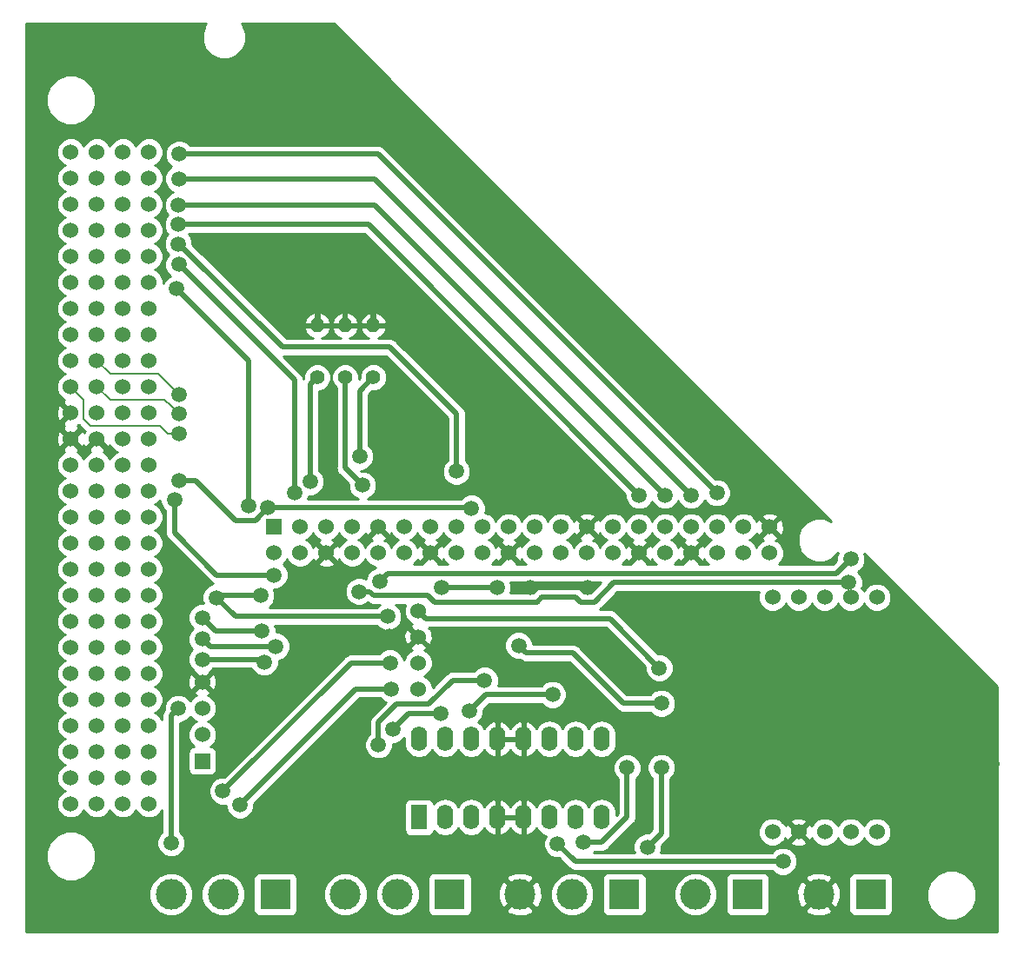
<source format=gtl>
G04 #@! TF.GenerationSoftware,KiCad,Pcbnew,6.0.0-rc1-unknown-eabae68~66~ubuntu18.04.1*
G04 #@! TF.CreationDate,2018-10-31T19:35:59-03:00*
G04 #@! TF.ProjectId,Balloon_bus,42616C6C6F6F6E5F6275732E6B696361,rev?*
G04 #@! TF.SameCoordinates,Original*
G04 #@! TF.FileFunction,Copper,L1,Top*
G04 #@! TF.FilePolarity,Positive*
%FSLAX46Y46*%
G04 Gerber Fmt 4.6, Leading zero omitted, Abs format (unit mm)*
G04 Created by KiCad (PCBNEW 6.0.0-rc1-unknown-eabae68~66~ubuntu18.04.1) date mié 31 oct 2018 19:35:59 -03*
%MOMM*%
%LPD*%
G01*
G04 APERTURE LIST*
G04 #@! TA.AperFunction,ComponentPad*
%ADD10R,1.524000X1.524000*%
G04 #@! TD*
G04 #@! TA.AperFunction,ComponentPad*
%ADD11C,1.524000*%
G04 #@! TD*
G04 #@! TA.AperFunction,ComponentPad*
%ADD12C,3.000000*%
G04 #@! TD*
G04 #@! TA.AperFunction,ComponentPad*
%ADD13R,3.000000X3.000000*%
G04 #@! TD*
G04 #@! TA.AperFunction,ComponentPad*
%ADD14R,1.600000X2.400000*%
G04 #@! TD*
G04 #@! TA.AperFunction,ComponentPad*
%ADD15O,1.600000X2.400000*%
G04 #@! TD*
G04 #@! TA.AperFunction,ComponentPad*
%ADD16C,1.400000*%
G04 #@! TD*
G04 #@! TA.AperFunction,ComponentPad*
%ADD17O,1.400000X1.400000*%
G04 #@! TD*
G04 #@! TA.AperFunction,ViaPad*
%ADD18C,1.500000*%
G04 #@! TD*
G04 #@! TA.AperFunction,Conductor*
%ADD19C,0.500000*%
G04 #@! TD*
G04 #@! TA.AperFunction,Conductor*
%ADD20C,0.210000*%
G04 #@! TD*
G04 #@! TA.AperFunction,Conductor*
%ADD21C,0.254000*%
G04 #@! TD*
G04 APERTURE END LIST*
D10*
G04 #@! TO.P,PCB2,P$1*
G04 #@! TO.N,/3V3*
X125387800Y-109730000D03*
D11*
G04 #@! TO.P,PCB2,P$2*
G04 #@! TO.N,/5V0*
X125374400Y-112271800D03*
G04 #@! TO.P,PCB2,P$3*
G04 #@! TO.N,/SDA*
X127914400Y-109731800D03*
G04 #@! TO.P,PCB2,P$4*
G04 #@! TO.N,/5V0*
X127914400Y-112271800D03*
G04 #@! TO.P,PCB2,P$5*
G04 #@! TO.N,/SCL*
X130454400Y-109731800D03*
G04 #@! TO.P,PCB2,P$6*
G04 #@! TO.N,GND*
X130454400Y-112271800D03*
G04 #@! TO.P,PCB2,P$7*
G04 #@! TO.N,/MAG_INT1*
X132994400Y-109731800D03*
G04 #@! TO.P,PCB2,P$8*
G04 #@! TO.N,/TX*
X132994400Y-112271800D03*
G04 #@! TO.P,PCB2,P$9*
G04 #@! TO.N,GND*
X135534400Y-109731800D03*
G04 #@! TO.P,PCB2,P$10*
G04 #@! TO.N,/RX*
X135534400Y-112271800D03*
G04 #@! TO.P,PCB2,P$11*
G04 #@! TO.N,/MAG_INT2*
X138074400Y-109731800D03*
G04 #@! TO.P,PCB2,P$12*
G04 #@! TO.N,/SRVO_PWM*
X138074400Y-112271800D03*
G04 #@! TO.P,PCB2,P$13*
G04 #@! TO.N,/MAG_INT3*
X140614400Y-109731800D03*
G04 #@! TO.P,PCB2,P$14*
G04 #@! TO.N,GND*
X140614400Y-112271800D03*
G04 #@! TO.P,PCB2,P$15*
G04 #@! TO.N,/GPIO22*
X143154400Y-109731800D03*
G04 #@! TO.P,PCB2,P$16*
G04 #@! TO.N,/SRVO_SGNL*
X143154400Y-112271800D03*
G04 #@! TO.P,PCB2,P$17*
G04 #@! TO.N,/3V3*
X145694400Y-109731800D03*
G04 #@! TO.P,PCB2,P$18*
G04 #@! TO.N,/EN_SR_SO*
X145694400Y-112271800D03*
G04 #@! TO.P,PCB2,P$19*
G04 #@! TO.N,/MOSI*
X148234400Y-109731800D03*
G04 #@! TO.P,PCB2,P$20*
G04 #@! TO.N,GND*
X148234400Y-112271800D03*
G04 #@! TO.P,PCB2,P$21*
G04 #@! TO.N,/MISO*
X150774400Y-109731800D03*
G04 #@! TO.P,PCB2,P$22*
G04 #@! TO.N,/GPIO25*
X150774400Y-112271800D03*
G04 #@! TO.P,PCB2,P$23*
G04 #@! TO.N,/SCK*
X153314400Y-109731800D03*
G04 #@! TO.P,PCB2,P$24*
G04 #@! TO.N,Net-(PCB2-PadP$24)*
X153314400Y-112271800D03*
G04 #@! TO.P,PCB2,P$25*
G04 #@! TO.N,GND*
X155854400Y-109731800D03*
G04 #@! TO.P,PCB2,P$26*
G04 #@! TO.N,/LN_SGNL2*
X155854400Y-112271800D03*
G04 #@! TO.P,PCB2,P$27*
G04 #@! TO.N,Net-(PCB2-PadP$27)*
X158394400Y-109731800D03*
G04 #@! TO.P,PCB2,P$28*
G04 #@! TO.N,Net-(PCB2-PadP$28)*
X158394400Y-112271800D03*
G04 #@! TO.P,PCB2,P$29*
G04 #@! TO.N,/GPIO5*
X160934400Y-109731800D03*
G04 #@! TO.P,PCB2,P$30*
G04 #@! TO.N,GND*
X160934400Y-112271800D03*
G04 #@! TO.P,PCB2,P$31*
G04 #@! TO.N,/GPIO6*
X163474400Y-109731800D03*
G04 #@! TO.P,PCB2,P$32*
G04 #@! TO.N,/GPIO12*
X163474400Y-112271800D03*
G04 #@! TO.P,PCB2,P$33*
G04 #@! TO.N,/GPIO13*
X166014400Y-109731800D03*
G04 #@! TO.P,PCB2,P$34*
G04 #@! TO.N,GND*
X166014400Y-112271800D03*
G04 #@! TO.P,PCB2,P$35*
G04 #@! TO.N,/GPIO19*
X168554400Y-109731800D03*
G04 #@! TO.P,PCB2,P$36*
G04 #@! TO.N,/LN_SGNL1*
X168554400Y-112271800D03*
G04 #@! TO.P,PCB2,P$37*
G04 #@! TO.N,/GPIO26*
X171094400Y-109731800D03*
G04 #@! TO.P,PCB2,P$38*
G04 #@! TO.N,/EN_LINEAR*
X171094400Y-112271800D03*
G04 #@! TO.P,PCB2,P$39*
G04 #@! TO.N,GND*
X173634400Y-109731800D03*
G04 #@! TO.P,PCB2,P$40*
G04 #@! TO.N,/SOLE_SGNL*
X173634400Y-112271800D03*
G04 #@! TD*
G04 #@! TO.P,H1H2,104*
G04 #@! TO.N,/GPIO24*
X105586500Y-73197800D03*
G04 #@! TO.P,H1H2,103*
G04 #@! TO.N,/GPIO23*
X108126500Y-73197800D03*
G04 #@! TO.P,H1H2,102*
G04 #@! TO.N,Net-(H1H2-Pad102)*
X105586500Y-75737800D03*
G04 #@! TO.P,H1H2,101*
G04 #@! TO.N,/GPIO21*
X108126500Y-75737800D03*
G04 #@! TO.P,H1H2,100*
G04 #@! TO.N,/GPIO20*
X105586500Y-78277800D03*
G04 #@! TO.P,H1H2,99*
G04 #@! TO.N,/GPIO22*
X108126500Y-78277800D03*
G04 #@! TO.P,H1H2,98*
G04 #@! TO.N,/VBATT*
X105586500Y-80817800D03*
G04 #@! TO.P,H1H2,97*
X108126500Y-80817800D03*
G04 #@! TO.P,H1H2,96*
G04 #@! TO.N,Net-(H1H2-Pad96)*
X105586500Y-83357800D03*
G04 #@! TO.P,H1H2,95*
G04 #@! TO.N,Net-(H1H2-Pad95)*
X108126500Y-83357800D03*
G04 #@! TO.P,H1H2,94*
G04 #@! TO.N,Net-(H1H2-Pad94)*
X105586500Y-85897800D03*
G04 #@! TO.P,H1H2,93*
G04 #@! TO.N,Net-(H1H2-Pad93)*
X108126500Y-85897800D03*
G04 #@! TO.P,H1H2,92*
G04 #@! TO.N,Net-(H1H2-Pad92)*
X105586500Y-88437800D03*
G04 #@! TO.P,H1H2,91*
G04 #@! TO.N,Net-(H1H2-Pad91)*
X108126500Y-88437800D03*
G04 #@! TO.P,H1H2,90*
G04 #@! TO.N,Net-(H1H2-Pad90)*
X105586500Y-90977800D03*
G04 #@! TO.P,H1H2,89*
G04 #@! TO.N,Net-(H1H2-Pad89)*
X108126500Y-90977800D03*
G04 #@! TO.P,H1H2,88*
G04 #@! TO.N,Net-(H1H2-Pad88)*
X105586500Y-93517800D03*
G04 #@! TO.P,H1H2,87*
G04 #@! TO.N,/SCK*
X108126500Y-93517800D03*
G04 #@! TO.P,H1H2,86*
G04 #@! TO.N,/MOSI*
X105586500Y-96057800D03*
G04 #@! TO.P,H1H2,85*
G04 #@! TO.N,/MISO*
X108126500Y-96057800D03*
G04 #@! TO.P,H1H2,84*
G04 #@! TO.N,GND*
X105586500Y-98597800D03*
G04 #@! TO.P,H1H2,83*
G04 #@! TO.N,Net-(H1H2-Pad83)*
X108126500Y-98597800D03*
G04 #@! TO.P,H1H2,82*
G04 #@! TO.N,GND*
X105586500Y-101137800D03*
G04 #@! TO.P,H1H2,81*
X108126500Y-101137800D03*
G04 #@! TO.P,H1H2,80*
G04 #@! TO.N,/3V3*
X105586500Y-103677800D03*
G04 #@! TO.P,H1H2,79*
X108126500Y-103677800D03*
G04 #@! TO.P,H1H2,78*
G04 #@! TO.N,/5V0*
X105586500Y-106217800D03*
G04 #@! TO.P,H1H2,77*
X108126500Y-106217800D03*
G04 #@! TO.P,H1H2,76*
G04 #@! TO.N,Net-(H1H2-Pad76)*
X105586500Y-108757800D03*
G04 #@! TO.P,H1H2,75*
G04 #@! TO.N,Net-(H1H2-Pad75)*
X108126500Y-108757800D03*
G04 #@! TO.P,H1H2,74*
G04 #@! TO.N,Net-(H1H2-Pad74)*
X105586500Y-111297800D03*
G04 #@! TO.P,H1H2,73*
G04 #@! TO.N,Net-(H1H2-Pad73)*
X108126500Y-111297800D03*
G04 #@! TO.P,H1H2,72*
G04 #@! TO.N,Net-(H1H2-Pad72)*
X105586500Y-113837800D03*
G04 #@! TO.P,H1H2,71*
G04 #@! TO.N,Net-(H1H2-Pad71)*
X108126500Y-113837800D03*
G04 #@! TO.P,H1H2,70*
G04 #@! TO.N,Net-(H1H2-Pad70)*
X105586500Y-116377800D03*
G04 #@! TO.P,H1H2,69*
G04 #@! TO.N,Net-(H1H2-Pad69)*
X108126500Y-116377800D03*
G04 #@! TO.P,H1H2,68*
G04 #@! TO.N,Net-(H1H2-Pad68)*
X105586500Y-118917800D03*
G04 #@! TO.P,H1H2,67*
G04 #@! TO.N,Net-(H1H2-Pad67)*
X108126500Y-118917800D03*
G04 #@! TO.P,H1H2,66*
G04 #@! TO.N,Net-(H1H2-Pad66)*
X105586500Y-121457800D03*
G04 #@! TO.P,H1H2,65*
G04 #@! TO.N,Net-(H1H2-Pad65)*
X108126500Y-121457800D03*
G04 #@! TO.P,H1H2,64*
G04 #@! TO.N,Net-(H1H2-Pad64)*
X105586500Y-123997800D03*
G04 #@! TO.P,H1H2,63*
G04 #@! TO.N,Net-(H1H2-Pad63)*
X108126500Y-123997800D03*
G04 #@! TO.P,H1H2,62*
G04 #@! TO.N,Net-(H1H2-Pad62)*
X105586500Y-126537800D03*
G04 #@! TO.P,H1H2,61*
G04 #@! TO.N,Net-(H1H2-Pad61)*
X108126500Y-126537800D03*
G04 #@! TO.P,H1H2,60*
G04 #@! TO.N,Net-(H1H2-Pad60)*
X105586500Y-129077800D03*
G04 #@! TO.P,H1H2,59*
G04 #@! TO.N,Net-(H1H2-Pad59)*
X108126500Y-129077800D03*
G04 #@! TO.P,H1H2,58*
G04 #@! TO.N,Net-(H1H2-Pad58)*
X105586500Y-131617800D03*
G04 #@! TO.P,H1H2,57*
G04 #@! TO.N,Net-(H1H2-Pad57)*
X108126500Y-131617800D03*
G04 #@! TO.P,H1H2,56*
G04 #@! TO.N,Net-(H1H2-Pad56)*
X105586500Y-134157800D03*
G04 #@! TO.P,H1H2,55*
G04 #@! TO.N,Net-(H1H2-Pad55)*
X108126500Y-134157800D03*
G04 #@! TO.P,H1H2,54*
G04 #@! TO.N,Net-(H1H2-Pad54)*
X105586500Y-136697800D03*
G04 #@! TO.P,H1H2,53*
G04 #@! TO.N,Net-(H1H2-Pad53)*
X108126500Y-136697800D03*
G04 #@! TO.P,H1H2,52*
G04 #@! TO.N,/GPIO17*
X110666500Y-73197800D03*
G04 #@! TO.P,H1H2,51*
G04 #@! TO.N,/GPIO19*
X113206500Y-73197800D03*
G04 #@! TO.P,H1H2,50*
G04 #@! TO.N,Net-(H1H2-Pad50)*
X110666500Y-75737800D03*
G04 #@! TO.P,H1H2,49*
G04 #@! TO.N,/GPIO13*
X113206500Y-75737800D03*
G04 #@! TO.P,H1H2,48*
G04 #@! TO.N,/GPIO5*
X110666500Y-78277800D03*
G04 #@! TO.P,H1H2,47*
G04 #@! TO.N,/GPIO6*
X113206500Y-78277800D03*
G04 #@! TO.P,H1H2,46*
G04 #@! TO.N,Net-(H1H2-Pad46)*
X110666500Y-80817800D03*
G04 #@! TO.P,H1H2,45*
G04 #@! TO.N,Net-(H1H2-Pad45)*
X113206500Y-80817800D03*
G04 #@! TO.P,H1H2,44*
G04 #@! TO.N,Net-(H1H2-Pad44)*
X110666500Y-83357800D03*
G04 #@! TO.P,H1H2,43*
G04 #@! TO.N,/SCL*
X113206500Y-83357800D03*
G04 #@! TO.P,H1H2,42*
G04 #@! TO.N,Net-(H1H2-Pad42)*
X110666500Y-85897800D03*
G04 #@! TO.P,H1H2,41*
G04 #@! TO.N,/SDA*
X113206500Y-85897800D03*
G04 #@! TO.P,H1H2,40*
G04 #@! TO.N,Net-(H1H2-Pad40)*
X110666500Y-88437800D03*
G04 #@! TO.P,H1H2,39*
G04 #@! TO.N,Net-(H1H2-Pad39)*
X113206500Y-88437800D03*
G04 #@! TO.P,H1H2,38*
G04 #@! TO.N,Net-(H1H2-Pad38)*
X110666500Y-90977800D03*
G04 #@! TO.P,H1H2,37*
G04 #@! TO.N,Net-(H1H2-Pad37)*
X113206500Y-90977800D03*
G04 #@! TO.P,H1H2,36*
G04 #@! TO.N,Net-(H1H2-Pad36)*
X110666500Y-93517800D03*
G04 #@! TO.P,H1H2,35*
G04 #@! TO.N,Net-(H1H2-Pad35)*
X113206500Y-93517800D03*
G04 #@! TO.P,H1H2,34*
G04 #@! TO.N,Net-(H1H2-Pad34)*
X110666500Y-96057800D03*
G04 #@! TO.P,H1H2,33*
G04 #@! TO.N,Net-(H1H2-Pad33)*
X113206500Y-96057800D03*
G04 #@! TO.P,H1H2,32*
G04 #@! TO.N,Net-(H1H2-Pad32)*
X110666500Y-98597800D03*
G04 #@! TO.P,H1H2,31*
G04 #@! TO.N,Net-(H1H2-Pad31)*
X113206500Y-98597800D03*
G04 #@! TO.P,H1H2,30*
G04 #@! TO.N,Net-(H1H2-Pad30)*
X110666500Y-101137800D03*
G04 #@! TO.P,H1H2,29*
G04 #@! TO.N,Net-(H1H2-Pad29)*
X113206500Y-101137800D03*
G04 #@! TO.P,H1H2,28*
G04 #@! TO.N,Net-(H1H2-Pad28)*
X110666500Y-103677800D03*
G04 #@! TO.P,H1H2,27*
G04 #@! TO.N,Net-(H1H2-Pad27)*
X113206500Y-103677800D03*
G04 #@! TO.P,H1H2,26*
G04 #@! TO.N,Net-(H1H2-Pad26)*
X110666500Y-106217800D03*
G04 #@! TO.P,H1H2,25*
G04 #@! TO.N,Net-(H1H2-Pad25)*
X113206500Y-106217800D03*
G04 #@! TO.P,H1H2,24*
G04 #@! TO.N,Net-(H1H2-Pad24)*
X110666500Y-108757800D03*
G04 #@! TO.P,H1H2,23*
G04 #@! TO.N,Net-(H1H2-Pad23)*
X113206500Y-108757800D03*
G04 #@! TO.P,H1H2,22*
G04 #@! TO.N,Net-(H1H2-Pad22)*
X110666500Y-111297800D03*
G04 #@! TO.P,H1H2,21*
G04 #@! TO.N,Net-(H1H2-Pad21)*
X113206500Y-111297800D03*
G04 #@! TO.P,H1H2,20*
G04 #@! TO.N,Net-(H1H2-Pad20)*
X110666500Y-113837800D03*
G04 #@! TO.P,H1H2,19*
G04 #@! TO.N,Net-(H1H2-Pad19)*
X113206500Y-113837800D03*
G04 #@! TO.P,H1H2,18*
G04 #@! TO.N,Net-(H1H2-Pad18)*
X110666500Y-116377800D03*
G04 #@! TO.P,H1H2,17*
G04 #@! TO.N,Net-(H1H2-Pad17)*
X113206500Y-116377800D03*
G04 #@! TO.P,H1H2,16*
G04 #@! TO.N,Net-(H1H2-Pad16)*
X110666500Y-118917800D03*
G04 #@! TO.P,H1H2,15*
G04 #@! TO.N,Net-(H1H2-Pad15)*
X113206500Y-118917800D03*
G04 #@! TO.P,H1H2,14*
G04 #@! TO.N,Net-(H1H2-Pad14)*
X110666500Y-121457800D03*
G04 #@! TO.P,H1H2,13*
G04 #@! TO.N,Net-(H1H2-Pad13)*
X113206500Y-121457800D03*
G04 #@! TO.P,H1H2,12*
G04 #@! TO.N,Net-(H1H2-Pad12)*
X110666500Y-123997800D03*
G04 #@! TO.P,H1H2,11*
G04 #@! TO.N,Net-(H1H2-Pad11)*
X113206500Y-123997800D03*
G04 #@! TO.P,H1H2,10*
G04 #@! TO.N,Net-(H1H2-Pad10)*
X110666500Y-126537800D03*
G04 #@! TO.P,H1H2,9*
G04 #@! TO.N,Net-(H1H2-Pad9)*
X113206500Y-126537800D03*
G04 #@! TO.P,H1H2,8*
G04 #@! TO.N,Net-(H1H2-Pad8)*
X110666500Y-129077800D03*
G04 #@! TO.P,H1H2,7*
G04 #@! TO.N,Net-(H1H2-Pad7)*
X113206500Y-129077800D03*
G04 #@! TO.P,H1H2,6*
G04 #@! TO.N,Net-(H1H2-Pad6)*
X110666500Y-131617800D03*
G04 #@! TO.P,H1H2,5*
G04 #@! TO.N,Net-(H1H2-Pad5)*
X113206500Y-131617800D03*
G04 #@! TO.P,H1H2,4*
G04 #@! TO.N,Net-(H1H2-Pad4)*
X110666500Y-134157800D03*
G04 #@! TO.P,H1H2,3*
G04 #@! TO.N,Net-(H1H2-Pad3)*
X113206500Y-134157800D03*
G04 #@! TO.P,H1H2,2*
G04 #@! TO.N,Net-(H1H2-Pad2)*
X110666500Y-136697800D03*
G04 #@! TO.P,H1H2,1*
G04 #@! TO.N,Net-(H1H2-Pad1)*
X113206500Y-136697800D03*
G04 #@! TD*
D12*
G04 #@! TO.P,J4,2*
G04 #@! TO.N,GND*
X178420000Y-145500000D03*
D13*
G04 #@! TO.P,J4,1*
G04 #@! TO.N,/SOLE_PWR*
X183500000Y-145500000D03*
G04 #@! TD*
G04 #@! TO.P,J1,1*
G04 #@! TO.N,/3V3*
X125500000Y-145500000D03*
D12*
G04 #@! TO.P,J1,2*
X120420000Y-145500000D03*
G04 #@! TO.P,J1,3*
X115340000Y-145500000D03*
G04 #@! TD*
G04 #@! TO.P,J2,3*
G04 #@! TO.N,/MAG_INT3*
X132340000Y-145500000D03*
G04 #@! TO.P,J2,2*
G04 #@! TO.N,/MAG_INT2*
X137420000Y-145500000D03*
D13*
G04 #@! TO.P,J2,1*
G04 #@! TO.N,/MAG_INT1*
X142500000Y-145500000D03*
G04 #@! TD*
G04 #@! TO.P,J3,1*
G04 #@! TO.N,/SRVO_PWM*
X159500000Y-145500000D03*
D12*
G04 #@! TO.P,J3,2*
G04 #@! TO.N,/SRVO_PWR*
X154420000Y-145500000D03*
G04 #@! TO.P,J3,3*
G04 #@! TO.N,GND*
X149340000Y-145500000D03*
G04 #@! TD*
G04 #@! TO.P,J5,2*
G04 #@! TO.N,/LINEAR2*
X166420000Y-145500000D03*
D13*
G04 #@! TO.P,J5,1*
G04 #@! TO.N,/LINEAR1*
X171500000Y-145500000D03*
G04 #@! TD*
D14*
G04 #@! TO.P,U4,1*
G04 #@! TO.N,/EN_SR_SO*
X139500000Y-138000000D03*
D15*
G04 #@! TO.P,U4,9*
G04 #@! TO.N,/EN_LINEAR*
X157280000Y-130380000D03*
G04 #@! TO.P,U4,2*
G04 #@! TO.N,/SRVO_SGNL*
X142040000Y-138000000D03*
G04 #@! TO.P,U4,10*
G04 #@! TO.N,/LN_SGNL1*
X154740000Y-130380000D03*
G04 #@! TO.P,U4,3*
G04 #@! TO.N,/SRVO_PWR*
X144580000Y-138000000D03*
G04 #@! TO.P,U4,11*
G04 #@! TO.N,/LINEAR1*
X152200000Y-130380000D03*
G04 #@! TO.P,U4,4*
G04 #@! TO.N,GND*
X147120000Y-138000000D03*
G04 #@! TO.P,U4,12*
X149660000Y-130380000D03*
G04 #@! TO.P,U4,5*
X149660000Y-138000000D03*
G04 #@! TO.P,U4,13*
X147120000Y-130380000D03*
G04 #@! TO.P,U4,6*
G04 #@! TO.N,/SOLE_PWR*
X152200000Y-138000000D03*
G04 #@! TO.P,U4,14*
G04 #@! TO.N,/LINEAR2*
X144580000Y-130380000D03*
G04 #@! TO.P,U4,7*
G04 #@! TO.N,/SOLE_SGNL*
X154740000Y-138000000D03*
G04 #@! TO.P,U4,15*
G04 #@! TO.N,/LN_SGNL2*
X142040000Y-130380000D03*
G04 #@! TO.P,U4,8*
G04 #@! TO.N,/5V0*
X157280000Y-138000000D03*
G04 #@! TO.P,U4,16*
X139500000Y-130380000D03*
G04 #@! TD*
D11*
G04 #@! TO.P,U1,1*
G04 #@! TO.N,Net-(U1-Pad1)*
X173920000Y-139430000D03*
G04 #@! TO.P,U1,2*
G04 #@! TO.N,GND*
X176460000Y-139430000D03*
G04 #@! TO.P,U1,3*
G04 #@! TO.N,/3V3*
X179000000Y-139430000D03*
G04 #@! TO.P,U1,4*
G04 #@! TO.N,Net-(U1-Pad4)*
X181540000Y-139430000D03*
G04 #@! TO.P,U1,5*
G04 #@! TO.N,Net-(U1-Pad5)*
X184080000Y-139430000D03*
G04 #@! TO.P,U1,6*
G04 #@! TO.N,/RX*
X184080000Y-116570000D03*
G04 #@! TO.P,U1,7*
G04 #@! TO.N,/TX*
X181540000Y-116570000D03*
G04 #@! TO.P,U1,8*
G04 #@! TO.N,Net-(U1-Pad8)*
X179000000Y-116570000D03*
G04 #@! TO.P,U1,9*
G04 #@! TO.N,Net-(U1-Pad9)*
X176460000Y-116570000D03*
G04 #@! TO.P,U1,10*
G04 #@! TO.N,Net-(U1-Pad10)*
X173920000Y-116570000D03*
G04 #@! TD*
G04 #@! TO.P,U3,1*
G04 #@! TO.N,/3V3*
X139420000Y-117890000D03*
G04 #@! TO.P,U3,2*
G04 #@! TO.N,GND*
X139420000Y-120430000D03*
G04 #@! TO.P,U3,3*
G04 #@! TO.N,/SCL*
X139420000Y-122970000D03*
G04 #@! TO.P,U3,4*
G04 #@! TO.N,/SDA*
X139420000Y-125510000D03*
G04 #@! TD*
D10*
G04 #@! TO.P,U2,1*
G04 #@! TO.N,/SCL*
X118380000Y-132510000D03*
D11*
G04 #@! TO.P,U2,2*
G04 #@! TO.N,/SDA*
X118380000Y-129950000D03*
G04 #@! TO.P,U2,3*
G04 #@! TO.N,/3V3*
X118380000Y-127390000D03*
G04 #@! TO.P,U2,4*
G04 #@! TO.N,GND*
X118380000Y-124830000D03*
G04 #@! TD*
D16*
G04 #@! TO.P,R1,1*
G04 #@! TO.N,/MAG_INT1*
X129600000Y-95150000D03*
D17*
G04 #@! TO.P,R1,2*
G04 #@! TO.N,GND*
X129600000Y-90070000D03*
G04 #@! TD*
G04 #@! TO.P,R2,2*
G04 #@! TO.N,GND*
X132300000Y-90070000D03*
D16*
G04 #@! TO.P,R2,1*
G04 #@! TO.N,/MAG_INT2*
X132300000Y-95150000D03*
G04 #@! TD*
G04 #@! TO.P,R3,1*
G04 #@! TO.N,/MAG_INT3*
X135050000Y-95150000D03*
D17*
G04 #@! TO.P,R3,2*
G04 #@! TO.N,GND*
X135050000Y-90070000D03*
G04 #@! TD*
D18*
G04 #@! TO.N,/5V0*
X125400000Y-114400000D03*
X115671442Y-107051038D03*
G04 #@! TO.N,/GPIO22*
X143150000Y-104300000D03*
X116050000Y-82150006D03*
G04 #@! TO.N,/GPIO19*
X168500000Y-106400000D03*
X116150000Y-73400000D03*
G04 #@! TO.N,/GPIO13*
X166000000Y-106650000D03*
X116100000Y-75800000D03*
G04 #@! TO.N,/GPIO6*
X163450000Y-106650000D03*
X116050000Y-78350000D03*
G04 #@! TO.N,/GPIO5*
X160950000Y-106650000D03*
X116050000Y-80250003D03*
G04 #@! TO.N,/SCL*
X136670000Y-122970000D03*
X120400000Y-135450000D03*
X127367478Y-106405342D03*
X116100000Y-84150003D03*
G04 #@! TO.N,/SDA*
X136800000Y-125500000D03*
X122050000Y-136800000D03*
X122900000Y-107677998D03*
X115900000Y-86500000D03*
G04 #@! TO.N,/MOSI*
X116100000Y-100600000D03*
G04 #@! TO.N,/MISO*
X116100000Y-98699997D03*
G04 #@! TO.N,/SCK*
X116100000Y-96799994D03*
G04 #@! TO.N,/3V3*
X116050000Y-127400000D03*
X115350000Y-140500000D03*
X124800000Y-107850000D03*
X119750000Y-116600000D03*
X136450000Y-118450000D03*
X144600000Y-107900000D03*
X116100000Y-105200000D03*
X124100000Y-116400000D03*
X162900000Y-123450000D03*
G04 #@! TO.N,/RX*
X135700000Y-115000000D03*
X181550000Y-112850000D03*
G04 #@! TO.N,/TX*
X133650000Y-116000000D03*
X181350000Y-115150000D03*
G04 #@! TO.N,/MAG_INT3*
X118392001Y-122616626D03*
X124445647Y-122896095D03*
X133732562Y-102849962D03*
G04 #@! TO.N,/MAG_INT2*
X118392001Y-120643949D03*
X125550000Y-121350000D03*
X134000000Y-105657400D03*
G04 #@! TO.N,/MAG_INT1*
X118392001Y-118550000D03*
X124199999Y-119850000D03*
X128916541Y-105305156D03*
G04 #@! TO.N,/SRVO_PWM*
X141687777Y-115650002D03*
X147094400Y-115650001D03*
X149200000Y-121250000D03*
X163100000Y-126900000D03*
X163100000Y-133150000D03*
X161750000Y-140900000D03*
G04 #@! TO.N,/SOLE_PWR*
X153000000Y-140600000D03*
X174950000Y-142300000D03*
G04 #@! TO.N,/EN_SR_SO*
X145889304Y-124650000D03*
X135550000Y-130950000D03*
G04 #@! TO.N,/SRVO_SGNL*
X141589950Y-127889950D03*
X136950000Y-129450000D03*
G04 #@! TO.N,/SOLE_SGNL*
X155490000Y-140450000D03*
X159764950Y-133185050D03*
G04 #@! TO.N,/LN_SGNL2*
X144400000Y-127650000D03*
X152500000Y-126050000D03*
G04 #@! TO.N,GND*
X149733000Y-127889000D03*
X147066000Y-127889000D03*
X116300000Y-122750000D03*
X149650000Y-140400000D03*
X130450000Y-115600000D03*
X113000000Y-64550000D03*
X110350000Y-147350000D03*
X102150000Y-98500000D03*
X102150000Y-101150000D03*
X136650000Y-120400000D03*
X143350000Y-140500000D03*
X195300000Y-132800000D03*
X174950000Y-144850000D03*
X160950000Y-116900000D03*
X164450000Y-116850000D03*
X143089303Y-122510697D03*
X150300000Y-115650001D03*
X155900000Y-115650001D03*
X179000000Y-128000000D03*
X131200000Y-105400000D03*
X129600000Y-87300000D03*
X132350000Y-87300000D03*
X135050000Y-87300000D03*
G04 #@! TD*
D19*
G04 #@! TO.N,/5V0*
X115671442Y-109150644D02*
X115671442Y-107051038D01*
X125400000Y-114400000D02*
X119800000Y-114400000D01*
X115671442Y-110271442D02*
X115671442Y-109150644D01*
X119800000Y-114400000D02*
X115671442Y-110271442D01*
G04 #@! TO.N,/GPIO22*
X143150000Y-104300000D02*
X143150000Y-103239340D01*
X143150000Y-103239340D02*
X143150000Y-98700000D01*
X143150000Y-98700000D02*
X136650000Y-92200000D01*
X116172005Y-82150006D02*
X116050000Y-82150006D01*
X136650000Y-92200000D02*
X126221999Y-92200000D01*
X126221999Y-92200000D02*
X116172005Y-82150006D01*
G04 #@! TO.N,/GPIO19*
X168500000Y-106400000D02*
X135500000Y-73400000D01*
X135500000Y-73400000D02*
X116150000Y-73400000D01*
G04 #@! TO.N,/GPIO13*
X166000000Y-106650000D02*
X135150000Y-75800000D01*
X135150000Y-75800000D02*
X116100000Y-75800000D01*
G04 #@! TO.N,/GPIO6*
X163450000Y-106650000D02*
X135150000Y-78350000D01*
X135150000Y-78350000D02*
X116050000Y-78350000D01*
G04 #@! TO.N,/GPIO5*
X160950000Y-106650000D02*
X134550003Y-80250003D01*
X134550003Y-80250003D02*
X116050000Y-80250003D01*
G04 #@! TO.N,/SCL*
X132880000Y-122970000D02*
X136670000Y-122970000D01*
X120400000Y-135450000D02*
X132880000Y-122970000D01*
X127367478Y-106405342D02*
X127367478Y-95417481D01*
X127367478Y-95417481D02*
X116100000Y-84150003D01*
G04 #@! TO.N,/SDA*
X133350000Y-125500000D02*
X136800000Y-125500000D01*
X122050000Y-136800000D02*
X133350000Y-125500000D01*
X122900000Y-107677998D02*
X122900000Y-93500000D01*
X122900000Y-93500000D02*
X115900000Y-86500000D01*
D20*
G04 #@! TO.N,/MOSI*
X115039340Y-100600000D02*
X116100000Y-100600000D01*
X106853501Y-99199963D02*
X107518339Y-99864801D01*
X106853501Y-97324801D02*
X106853501Y-99199963D01*
X114304141Y-99864801D02*
X115039340Y-100600000D01*
X107518339Y-99864801D02*
X114304141Y-99864801D01*
X105586500Y-96057800D02*
X106853501Y-97324801D01*
G04 #@! TO.N,/MISO*
X115350001Y-97949998D02*
X116100000Y-98699997D01*
X114730802Y-97330799D02*
X115350001Y-97949998D01*
X109399499Y-97330799D02*
X114730802Y-97330799D01*
X108126500Y-96057800D02*
X109399499Y-97330799D01*
G04 #@! TO.N,/SCK*
X115350001Y-96049995D02*
X116100000Y-96799994D01*
X114090805Y-94790799D02*
X115350001Y-96049995D01*
X109399499Y-94790799D02*
X114090805Y-94790799D01*
X108126500Y-93517800D02*
X109399499Y-94790799D01*
D19*
G04 #@! TO.N,/3V3*
X115350000Y-128100000D02*
X116050000Y-127400000D01*
X115350000Y-140500000D02*
X115350000Y-128100000D01*
X131227998Y-118450000D02*
X136450000Y-118450000D01*
X119750000Y-116600000D02*
X121600000Y-118450000D01*
X121600000Y-118450000D02*
X131227998Y-118450000D01*
X124800000Y-107850000D02*
X144550000Y-107850000D01*
X144550000Y-107850000D02*
X144600000Y-107900000D01*
X117714802Y-105200000D02*
X116100000Y-105200000D01*
X124800000Y-107850000D02*
X123572001Y-109077999D01*
X121592801Y-109077999D02*
X117714802Y-105200000D01*
X123572001Y-109077999D02*
X121592801Y-109077999D01*
X119950000Y-116400000D02*
X119750000Y-116600000D01*
X124100000Y-116400000D02*
X119950000Y-116400000D01*
X139420000Y-117890000D02*
X140181999Y-118651999D01*
X140181999Y-118651999D02*
X158101999Y-118651999D01*
X158101999Y-118651999D02*
X162900000Y-123450000D01*
G04 #@! TO.N,/RX*
X180149999Y-114250001D02*
X181550000Y-112850000D01*
X135700000Y-115000000D02*
X136449999Y-114250001D01*
X136449999Y-114250001D02*
X180149999Y-114250001D01*
G04 #@! TO.N,/TX*
X158471992Y-115150011D02*
X181349989Y-115150011D01*
X155227999Y-117050002D02*
X156572001Y-117050002D01*
X151471992Y-116550011D02*
X154728008Y-116550011D01*
X156572001Y-117050002D02*
X158471992Y-115150011D01*
X134710660Y-116000000D02*
X135110661Y-116400001D01*
X154728008Y-116550011D02*
X155227999Y-117050002D01*
X133650000Y-116000000D02*
X134710660Y-116000000D01*
X135110661Y-116400001D02*
X140377998Y-116400001D01*
X181349989Y-115150011D02*
X181350000Y-115150000D01*
X140377998Y-116400001D02*
X141027999Y-117050002D01*
X141027999Y-117050002D02*
X150972001Y-117050002D01*
X150972001Y-117050002D02*
X151471992Y-116550011D01*
G04 #@! TO.N,/MAG_INT3*
X118392001Y-122616626D02*
X124166178Y-122616626D01*
X124166178Y-122616626D02*
X124445647Y-122896095D01*
X133732562Y-96467438D02*
X135050000Y-95150000D01*
X133732562Y-102849962D02*
X133732562Y-96467438D01*
G04 #@! TO.N,/MAG_INT2*
X125506052Y-121393948D02*
X125550000Y-121350000D01*
X118392001Y-120643949D02*
X119142000Y-121393948D01*
X119142000Y-121393948D02*
X125506052Y-121393948D01*
X132300000Y-103957400D02*
X132300000Y-95150000D01*
X134000000Y-105657400D02*
X132300000Y-103957400D01*
G04 #@! TO.N,/MAG_INT1*
X118392001Y-118550000D02*
X119692001Y-119850000D01*
X119692001Y-119850000D02*
X124199999Y-119850000D01*
X128916541Y-95833459D02*
X129600000Y-95150000D01*
X128916541Y-105305156D02*
X128916541Y-95833459D01*
G04 #@! TO.N,/SRVO_PWM*
X141687777Y-115650002D02*
X142748438Y-115650001D01*
X142748438Y-115650001D02*
X147094400Y-115650001D01*
X149949999Y-121999999D02*
X154499999Y-121999999D01*
X149200000Y-121250000D02*
X149949999Y-121999999D01*
X154499999Y-121999999D02*
X159400000Y-126900000D01*
X159400000Y-126900000D02*
X163100000Y-126900000D01*
X163100000Y-133150000D02*
X163100000Y-139550000D01*
X163100000Y-139550000D02*
X161750000Y-140900000D01*
G04 #@! TO.N,/SOLE_PWR*
X153000000Y-140600000D02*
X154700000Y-142300000D01*
X154700000Y-142300000D02*
X174950000Y-142300000D01*
G04 #@! TO.N,/EN_SR_SO*
X135550000Y-128777998D02*
X135550000Y-130950000D01*
X137338058Y-126989940D02*
X135550000Y-128777998D01*
X140417958Y-126989940D02*
X137338058Y-126989940D01*
X145889304Y-124650000D02*
X142757898Y-124650000D01*
X142757898Y-124650000D02*
X140417958Y-126989940D01*
G04 #@! TO.N,/SRVO_SGNL*
X141589950Y-127889950D02*
X138510050Y-127889950D01*
X138510050Y-127889950D02*
X136950000Y-129450000D01*
G04 #@! TO.N,/SOLE_SGNL*
X159764950Y-137965673D02*
X159764950Y-133185050D01*
X155490000Y-140450000D02*
X157280623Y-140450000D01*
X157280623Y-140450000D02*
X159764950Y-137965673D01*
G04 #@! TO.N,/LN_SGNL2*
X144400000Y-127650000D02*
X146000000Y-126050000D01*
X146000000Y-126050000D02*
X152500000Y-126050000D01*
G04 #@! TO.N,GND*
X149650000Y-140400000D02*
X143450000Y-140400000D01*
X143450000Y-140400000D02*
X143350000Y-140500000D01*
X150300000Y-115650001D02*
X155900000Y-115650001D01*
X129600000Y-90070000D02*
X129600000Y-87300000D01*
X132300000Y-90070000D02*
X132300000Y-87350000D01*
X132300000Y-87350000D02*
X132350000Y-87300000D01*
X135050000Y-90070000D02*
X135050000Y-87300000D01*
G04 #@! TD*
D21*
G04 #@! TO.N,GND*
G36*
X118707834Y-60790620D02*
X118382800Y-61575322D01*
X118382800Y-62424678D01*
X118707834Y-63209380D01*
X119308420Y-63809966D01*
X120093122Y-64135000D01*
X120942478Y-64135000D01*
X121727180Y-63809966D01*
X122327766Y-63209380D01*
X122652800Y-62424678D01*
X122652800Y-61575322D01*
X122327766Y-60790620D01*
X122247546Y-60710400D01*
X131205888Y-60710400D01*
X179647794Y-109157151D01*
X178942478Y-108865000D01*
X178093122Y-108865000D01*
X177308420Y-109190034D01*
X176707834Y-109790620D01*
X176382800Y-110575322D01*
X176382800Y-111424678D01*
X176707834Y-112209380D01*
X177308420Y-112809966D01*
X178093122Y-113135000D01*
X178942478Y-113135000D01*
X179727180Y-112809966D01*
X180308089Y-112229057D01*
X180165000Y-112574506D01*
X180165000Y-112983422D01*
X179783421Y-113365001D01*
X174516856Y-113365001D01*
X174818720Y-113063137D01*
X175031400Y-112549681D01*
X175031400Y-111993919D01*
X174818720Y-111480463D01*
X174425737Y-111087480D01*
X174234753Y-111008372D01*
X174365543Y-110954197D01*
X174435008Y-110712013D01*
X173634400Y-109911405D01*
X172833792Y-110712013D01*
X172903257Y-110954197D01*
X173043793Y-111004335D01*
X172843063Y-111087480D01*
X172450080Y-111480463D01*
X172364400Y-111687313D01*
X172278720Y-111480463D01*
X171885737Y-111087480D01*
X171678887Y-111001800D01*
X171885737Y-110916120D01*
X172278720Y-110523137D01*
X172357828Y-110332153D01*
X172412003Y-110462943D01*
X172654187Y-110532408D01*
X173454795Y-109731800D01*
X173814005Y-109731800D01*
X174614613Y-110532408D01*
X174856797Y-110462943D01*
X175043544Y-109939498D01*
X175015762Y-109384432D01*
X174856797Y-109000657D01*
X174614613Y-108931192D01*
X173814005Y-109731800D01*
X173454795Y-109731800D01*
X172654187Y-108931192D01*
X172412003Y-109000657D01*
X172361865Y-109141193D01*
X172278720Y-108940463D01*
X172089844Y-108751587D01*
X172833792Y-108751587D01*
X173634400Y-109552195D01*
X174435008Y-108751587D01*
X174365543Y-108509403D01*
X173842098Y-108322656D01*
X173287032Y-108350438D01*
X172903257Y-108509403D01*
X172833792Y-108751587D01*
X172089844Y-108751587D01*
X171885737Y-108547480D01*
X171372281Y-108334800D01*
X170816519Y-108334800D01*
X170303063Y-108547480D01*
X169910080Y-108940463D01*
X169824400Y-109147313D01*
X169738720Y-108940463D01*
X169345737Y-108547480D01*
X168832281Y-108334800D01*
X168276519Y-108334800D01*
X167763063Y-108547480D01*
X167370080Y-108940463D01*
X167284400Y-109147313D01*
X167198720Y-108940463D01*
X166805737Y-108547480D01*
X166292281Y-108334800D01*
X165736519Y-108334800D01*
X165223063Y-108547480D01*
X164830080Y-108940463D01*
X164744400Y-109147313D01*
X164658720Y-108940463D01*
X164265737Y-108547480D01*
X163752281Y-108334800D01*
X163196519Y-108334800D01*
X162683063Y-108547480D01*
X162290080Y-108940463D01*
X162204400Y-109147313D01*
X162118720Y-108940463D01*
X161725737Y-108547480D01*
X161212281Y-108334800D01*
X160656519Y-108334800D01*
X160143063Y-108547480D01*
X159750080Y-108940463D01*
X159664400Y-109147313D01*
X159578720Y-108940463D01*
X159185737Y-108547480D01*
X158672281Y-108334800D01*
X158116519Y-108334800D01*
X157603063Y-108547480D01*
X157210080Y-108940463D01*
X157130972Y-109131447D01*
X157076797Y-109000657D01*
X156834613Y-108931192D01*
X156034005Y-109731800D01*
X156834613Y-110532408D01*
X157076797Y-110462943D01*
X157126935Y-110322407D01*
X157210080Y-110523137D01*
X157603063Y-110916120D01*
X157809913Y-111001800D01*
X157603063Y-111087480D01*
X157210080Y-111480463D01*
X157124400Y-111687313D01*
X157038720Y-111480463D01*
X156645737Y-111087480D01*
X156454753Y-111008372D01*
X156585543Y-110954197D01*
X156655008Y-110712013D01*
X155854400Y-109911405D01*
X155053792Y-110712013D01*
X155123257Y-110954197D01*
X155263793Y-111004335D01*
X155063063Y-111087480D01*
X154670080Y-111480463D01*
X154584400Y-111687313D01*
X154498720Y-111480463D01*
X154105737Y-111087480D01*
X153898887Y-111001800D01*
X154105737Y-110916120D01*
X154498720Y-110523137D01*
X154577828Y-110332153D01*
X154632003Y-110462943D01*
X154874187Y-110532408D01*
X155674795Y-109731800D01*
X154874187Y-108931192D01*
X154632003Y-109000657D01*
X154581865Y-109141193D01*
X154498720Y-108940463D01*
X154309844Y-108751587D01*
X155053792Y-108751587D01*
X155854400Y-109552195D01*
X156655008Y-108751587D01*
X156585543Y-108509403D01*
X156062098Y-108322656D01*
X155507032Y-108350438D01*
X155123257Y-108509403D01*
X155053792Y-108751587D01*
X154309844Y-108751587D01*
X154105737Y-108547480D01*
X153592281Y-108334800D01*
X153036519Y-108334800D01*
X152523063Y-108547480D01*
X152130080Y-108940463D01*
X152044400Y-109147313D01*
X151958720Y-108940463D01*
X151565737Y-108547480D01*
X151052281Y-108334800D01*
X150496519Y-108334800D01*
X149983063Y-108547480D01*
X149590080Y-108940463D01*
X149504400Y-109147313D01*
X149418720Y-108940463D01*
X149025737Y-108547480D01*
X148512281Y-108334800D01*
X147956519Y-108334800D01*
X147443063Y-108547480D01*
X147050080Y-108940463D01*
X146964400Y-109147313D01*
X146878720Y-108940463D01*
X146485737Y-108547480D01*
X145972281Y-108334800D01*
X145919014Y-108334800D01*
X145985000Y-108175494D01*
X145985000Y-107624506D01*
X145774147Y-107115460D01*
X145384540Y-106725853D01*
X144875494Y-106515000D01*
X144324506Y-106515000D01*
X143815460Y-106725853D01*
X143576313Y-106965000D01*
X134462355Y-106965000D01*
X134784540Y-106831547D01*
X135174147Y-106441940D01*
X135385000Y-105932894D01*
X135385000Y-105381906D01*
X135174147Y-104872860D01*
X134784540Y-104483253D01*
X134275494Y-104272400D01*
X133866579Y-104272400D01*
X133829141Y-104234962D01*
X134008056Y-104234962D01*
X134517102Y-104024109D01*
X134906709Y-103634502D01*
X135117562Y-103125456D01*
X135117562Y-102574468D01*
X134906709Y-102065422D01*
X134617562Y-101776275D01*
X134617562Y-96834016D01*
X134966578Y-96485000D01*
X135315548Y-96485000D01*
X135806217Y-96281758D01*
X136181758Y-95906217D01*
X136385000Y-95415548D01*
X136385000Y-94884452D01*
X136181758Y-94393783D01*
X135806217Y-94018242D01*
X135315548Y-93815000D01*
X134784452Y-93815000D01*
X134293783Y-94018242D01*
X133918242Y-94393783D01*
X133715000Y-94884452D01*
X133715000Y-95233422D01*
X133635000Y-95313422D01*
X133635000Y-94884452D01*
X133431758Y-94393783D01*
X133056217Y-94018242D01*
X132565548Y-93815000D01*
X132034452Y-93815000D01*
X131543783Y-94018242D01*
X131168242Y-94393783D01*
X130965000Y-94884452D01*
X130965000Y-95415548D01*
X131168242Y-95906217D01*
X131415001Y-96152976D01*
X131415000Y-103870239D01*
X131397663Y-103957400D01*
X131415000Y-104044561D01*
X131415000Y-104044564D01*
X131466348Y-104302709D01*
X131661951Y-104595449D01*
X131735847Y-104644825D01*
X132615000Y-105523979D01*
X132615000Y-105932894D01*
X132825853Y-106441940D01*
X133215460Y-106831547D01*
X133537645Y-106965000D01*
X128634774Y-106965000D01*
X128748618Y-106690156D01*
X129192035Y-106690156D01*
X129701081Y-106479303D01*
X130090688Y-106089696D01*
X130301541Y-105580650D01*
X130301541Y-105029662D01*
X130090688Y-104520616D01*
X129801541Y-104231469D01*
X129801541Y-96485000D01*
X129865548Y-96485000D01*
X130356217Y-96281758D01*
X130731758Y-95906217D01*
X130935000Y-95415548D01*
X130935000Y-94884452D01*
X130731758Y-94393783D01*
X130356217Y-94018242D01*
X129865548Y-93815000D01*
X129334452Y-93815000D01*
X128843783Y-94018242D01*
X128468242Y-94393783D01*
X128265000Y-94884452D01*
X128265000Y-95215604D01*
X128237767Y-95256360D01*
X128201130Y-95072171D01*
X128106883Y-94931121D01*
X128054902Y-94853326D01*
X128054901Y-94853325D01*
X128005527Y-94779432D01*
X127931634Y-94730058D01*
X126290323Y-93088747D01*
X126309160Y-93085000D01*
X136283422Y-93085000D01*
X142265001Y-99066580D01*
X142265000Y-103226313D01*
X141975853Y-103515460D01*
X141765000Y-104024506D01*
X141765000Y-104575494D01*
X141975853Y-105084540D01*
X142365460Y-105474147D01*
X142874506Y-105685000D01*
X143425494Y-105685000D01*
X143934540Y-105474147D01*
X144324147Y-105084540D01*
X144535000Y-104575494D01*
X144535000Y-104024506D01*
X144324147Y-103515460D01*
X144035000Y-103226313D01*
X144035000Y-98787159D01*
X144052337Y-98699999D01*
X144035000Y-98612839D01*
X144035000Y-98612835D01*
X143983652Y-98354690D01*
X143788049Y-98061951D01*
X143714156Y-98012577D01*
X137337425Y-91635847D01*
X137288049Y-91561951D01*
X136995310Y-91366348D01*
X136737165Y-91315000D01*
X136737161Y-91315000D01*
X136650000Y-91297663D01*
X136562839Y-91315000D01*
X135498536Y-91315000D01*
X135728396Y-91219797D01*
X136116764Y-90872663D01*
X136342727Y-90403331D01*
X136220206Y-90197000D01*
X135177000Y-90197000D01*
X135177000Y-90217000D01*
X134923000Y-90217000D01*
X134923000Y-90197000D01*
X133879794Y-90197000D01*
X133757273Y-90403331D01*
X133983236Y-90872663D01*
X134371604Y-91219797D01*
X134601464Y-91315000D01*
X132748536Y-91315000D01*
X132978396Y-91219797D01*
X133366764Y-90872663D01*
X133592727Y-90403331D01*
X133470206Y-90197000D01*
X132427000Y-90197000D01*
X132427000Y-90217000D01*
X132173000Y-90217000D01*
X132173000Y-90197000D01*
X131129794Y-90197000D01*
X131007273Y-90403331D01*
X131233236Y-90872663D01*
X131621604Y-91219797D01*
X131851464Y-91315000D01*
X130048536Y-91315000D01*
X130278396Y-91219797D01*
X130666764Y-90872663D01*
X130892727Y-90403331D01*
X130770206Y-90197000D01*
X129727000Y-90197000D01*
X129727000Y-90217000D01*
X129473000Y-90217000D01*
X129473000Y-90197000D01*
X128429794Y-90197000D01*
X128307273Y-90403331D01*
X128533236Y-90872663D01*
X128921604Y-91219797D01*
X129151464Y-91315000D01*
X126588578Y-91315000D01*
X125010247Y-89736669D01*
X128307273Y-89736669D01*
X128429794Y-89943000D01*
X129473000Y-89943000D01*
X129473000Y-88900626D01*
X129727000Y-88900626D01*
X129727000Y-89943000D01*
X130770206Y-89943000D01*
X130892727Y-89736669D01*
X131007273Y-89736669D01*
X131129794Y-89943000D01*
X132173000Y-89943000D01*
X132173000Y-88900626D01*
X132427000Y-88900626D01*
X132427000Y-89943000D01*
X133470206Y-89943000D01*
X133592727Y-89736669D01*
X133757273Y-89736669D01*
X133879794Y-89943000D01*
X134923000Y-89943000D01*
X134923000Y-88900626D01*
X135177000Y-88900626D01*
X135177000Y-89943000D01*
X136220206Y-89943000D01*
X136342727Y-89736669D01*
X136116764Y-89267337D01*
X135728396Y-88920203D01*
X135383329Y-88777284D01*
X135177000Y-88900626D01*
X134923000Y-88900626D01*
X134716671Y-88777284D01*
X134371604Y-88920203D01*
X133983236Y-89267337D01*
X133757273Y-89736669D01*
X133592727Y-89736669D01*
X133366764Y-89267337D01*
X132978396Y-88920203D01*
X132633329Y-88777284D01*
X132427000Y-88900626D01*
X132173000Y-88900626D01*
X131966671Y-88777284D01*
X131621604Y-88920203D01*
X131233236Y-89267337D01*
X131007273Y-89736669D01*
X130892727Y-89736669D01*
X130666764Y-89267337D01*
X130278396Y-88920203D01*
X129933329Y-88777284D01*
X129727000Y-88900626D01*
X129473000Y-88900626D01*
X129266671Y-88777284D01*
X128921604Y-88920203D01*
X128533236Y-89267337D01*
X128307273Y-89736669D01*
X125010247Y-89736669D01*
X117435000Y-82161423D01*
X117435000Y-81874512D01*
X117224147Y-81365466D01*
X117058686Y-81200005D01*
X117123687Y-81135003D01*
X134183425Y-81135003D01*
X159565000Y-106516579D01*
X159565000Y-106925494D01*
X159775853Y-107434540D01*
X160165460Y-107824147D01*
X160674506Y-108035000D01*
X161225494Y-108035000D01*
X161734540Y-107824147D01*
X162124147Y-107434540D01*
X162200000Y-107251414D01*
X162275853Y-107434540D01*
X162665460Y-107824147D01*
X163174506Y-108035000D01*
X163725494Y-108035000D01*
X164234540Y-107824147D01*
X164624147Y-107434540D01*
X164725000Y-107191058D01*
X164825853Y-107434540D01*
X165215460Y-107824147D01*
X165724506Y-108035000D01*
X166275494Y-108035000D01*
X166784540Y-107824147D01*
X167174147Y-107434540D01*
X167301777Y-107126414D01*
X167325853Y-107184540D01*
X167715460Y-107574147D01*
X168224506Y-107785000D01*
X168775494Y-107785000D01*
X169284540Y-107574147D01*
X169674147Y-107184540D01*
X169885000Y-106675494D01*
X169885000Y-106124506D01*
X169674147Y-105615460D01*
X169284540Y-105225853D01*
X168775494Y-105015000D01*
X168366579Y-105015000D01*
X136187425Y-72835847D01*
X136138049Y-72761951D01*
X135845310Y-72566348D01*
X135587165Y-72515000D01*
X135587161Y-72515000D01*
X135500000Y-72497663D01*
X135412839Y-72515000D01*
X117223687Y-72515000D01*
X116934540Y-72225853D01*
X116425494Y-72015000D01*
X115874506Y-72015000D01*
X115365460Y-72225853D01*
X114975853Y-72615460D01*
X114765000Y-73124506D01*
X114765000Y-73675494D01*
X114975853Y-74184540D01*
X115365460Y-74574147D01*
X115402875Y-74589645D01*
X115315460Y-74625853D01*
X114925853Y-75015460D01*
X114715000Y-75524506D01*
X114715000Y-76075494D01*
X114925853Y-76584540D01*
X115315460Y-76974147D01*
X115533942Y-77064645D01*
X115265460Y-77175853D01*
X114875853Y-77565460D01*
X114665000Y-78074506D01*
X114665000Y-78625494D01*
X114875853Y-79134540D01*
X115041315Y-79300002D01*
X114875853Y-79465463D01*
X114665000Y-79974509D01*
X114665000Y-80525497D01*
X114875853Y-81034543D01*
X115041315Y-81200005D01*
X114875853Y-81365466D01*
X114665000Y-81874512D01*
X114665000Y-82425500D01*
X114875853Y-82934546D01*
X115116312Y-83175005D01*
X114925853Y-83365463D01*
X114715000Y-83874509D01*
X114715000Y-84425497D01*
X114925853Y-84934543D01*
X115258086Y-85266776D01*
X115115460Y-85325853D01*
X114725853Y-85715460D01*
X114603500Y-86010847D01*
X114603500Y-85619919D01*
X114390820Y-85106463D01*
X113997837Y-84713480D01*
X113790987Y-84627800D01*
X113997837Y-84542120D01*
X114390820Y-84149137D01*
X114603500Y-83635681D01*
X114603500Y-83079919D01*
X114390820Y-82566463D01*
X113997837Y-82173480D01*
X113790987Y-82087800D01*
X113997837Y-82002120D01*
X114390820Y-81609137D01*
X114603500Y-81095681D01*
X114603500Y-80539919D01*
X114390820Y-80026463D01*
X113997837Y-79633480D01*
X113790987Y-79547800D01*
X113997837Y-79462120D01*
X114390820Y-79069137D01*
X114603500Y-78555681D01*
X114603500Y-77999919D01*
X114390820Y-77486463D01*
X113997837Y-77093480D01*
X113790987Y-77007800D01*
X113997837Y-76922120D01*
X114390820Y-76529137D01*
X114603500Y-76015681D01*
X114603500Y-75459919D01*
X114390820Y-74946463D01*
X113997837Y-74553480D01*
X113790987Y-74467800D01*
X113997837Y-74382120D01*
X114390820Y-73989137D01*
X114603500Y-73475681D01*
X114603500Y-72919919D01*
X114390820Y-72406463D01*
X113997837Y-72013480D01*
X113484381Y-71800800D01*
X112928619Y-71800800D01*
X112415163Y-72013480D01*
X112022180Y-72406463D01*
X111936500Y-72613313D01*
X111850820Y-72406463D01*
X111457837Y-72013480D01*
X110944381Y-71800800D01*
X110388619Y-71800800D01*
X109875163Y-72013480D01*
X109482180Y-72406463D01*
X109396500Y-72613313D01*
X109310820Y-72406463D01*
X108917837Y-72013480D01*
X108404381Y-71800800D01*
X107848619Y-71800800D01*
X107335163Y-72013480D01*
X106942180Y-72406463D01*
X106856500Y-72613313D01*
X106770820Y-72406463D01*
X106377837Y-72013480D01*
X105864381Y-71800800D01*
X105308619Y-71800800D01*
X104795163Y-72013480D01*
X104402180Y-72406463D01*
X104189500Y-72919919D01*
X104189500Y-73475681D01*
X104402180Y-73989137D01*
X104795163Y-74382120D01*
X105002013Y-74467800D01*
X104795163Y-74553480D01*
X104402180Y-74946463D01*
X104189500Y-75459919D01*
X104189500Y-76015681D01*
X104402180Y-76529137D01*
X104795163Y-76922120D01*
X105002013Y-77007800D01*
X104795163Y-77093480D01*
X104402180Y-77486463D01*
X104189500Y-77999919D01*
X104189500Y-78555681D01*
X104402180Y-79069137D01*
X104795163Y-79462120D01*
X105002013Y-79547800D01*
X104795163Y-79633480D01*
X104402180Y-80026463D01*
X104189500Y-80539919D01*
X104189500Y-81095681D01*
X104402180Y-81609137D01*
X104795163Y-82002120D01*
X105002013Y-82087800D01*
X104795163Y-82173480D01*
X104402180Y-82566463D01*
X104189500Y-83079919D01*
X104189500Y-83635681D01*
X104402180Y-84149137D01*
X104795163Y-84542120D01*
X105002013Y-84627800D01*
X104795163Y-84713480D01*
X104402180Y-85106463D01*
X104189500Y-85619919D01*
X104189500Y-86175681D01*
X104402180Y-86689137D01*
X104795163Y-87082120D01*
X105002013Y-87167800D01*
X104795163Y-87253480D01*
X104402180Y-87646463D01*
X104189500Y-88159919D01*
X104189500Y-88715681D01*
X104402180Y-89229137D01*
X104795163Y-89622120D01*
X105002013Y-89707800D01*
X104795163Y-89793480D01*
X104402180Y-90186463D01*
X104189500Y-90699919D01*
X104189500Y-91255681D01*
X104402180Y-91769137D01*
X104795163Y-92162120D01*
X105002013Y-92247800D01*
X104795163Y-92333480D01*
X104402180Y-92726463D01*
X104189500Y-93239919D01*
X104189500Y-93795681D01*
X104402180Y-94309137D01*
X104795163Y-94702120D01*
X105002013Y-94787800D01*
X104795163Y-94873480D01*
X104402180Y-95266463D01*
X104189500Y-95779919D01*
X104189500Y-96335681D01*
X104402180Y-96849137D01*
X104795163Y-97242120D01*
X104986147Y-97321228D01*
X104855357Y-97375403D01*
X104785892Y-97617587D01*
X105586500Y-98418195D01*
X105600643Y-98404053D01*
X105780248Y-98583658D01*
X105766105Y-98597800D01*
X105780248Y-98611943D01*
X105600643Y-98791548D01*
X105586500Y-98777405D01*
X104785892Y-99578013D01*
X104855357Y-99820197D01*
X104978844Y-99864253D01*
X104855357Y-99915403D01*
X104785892Y-100157587D01*
X105586500Y-100958195D01*
X106387108Y-100157587D01*
X106317643Y-99915403D01*
X106194156Y-99871347D01*
X106317643Y-99820197D01*
X106338895Y-99746104D01*
X106381778Y-99774757D01*
X106943545Y-100336524D01*
X106976526Y-100385884D01*
X106904103Y-100406657D01*
X106860047Y-100530144D01*
X106808897Y-100406657D01*
X106566713Y-100337192D01*
X105766105Y-101137800D01*
X106566713Y-101938408D01*
X106808897Y-101868943D01*
X106852953Y-101745456D01*
X106904103Y-101868943D01*
X107146287Y-101938408D01*
X107946895Y-101137800D01*
X107932753Y-101123658D01*
X108112358Y-100944053D01*
X108126500Y-100958195D01*
X108140643Y-100944053D01*
X108320248Y-101123658D01*
X108306105Y-101137800D01*
X109106713Y-101938408D01*
X109348897Y-101868943D01*
X109399035Y-101728407D01*
X109482180Y-101929137D01*
X109875163Y-102322120D01*
X110082013Y-102407800D01*
X109875163Y-102493480D01*
X109482180Y-102886463D01*
X109396500Y-103093313D01*
X109310820Y-102886463D01*
X108917837Y-102493480D01*
X108726853Y-102414372D01*
X108857643Y-102360197D01*
X108927108Y-102118013D01*
X108126500Y-101317405D01*
X107325892Y-102118013D01*
X107395357Y-102360197D01*
X107535893Y-102410335D01*
X107335163Y-102493480D01*
X106942180Y-102886463D01*
X106856500Y-103093313D01*
X106770820Y-102886463D01*
X106377837Y-102493480D01*
X106186853Y-102414372D01*
X106317643Y-102360197D01*
X106387108Y-102118013D01*
X105586500Y-101317405D01*
X104785892Y-102118013D01*
X104855357Y-102360197D01*
X104995893Y-102410335D01*
X104795163Y-102493480D01*
X104402180Y-102886463D01*
X104189500Y-103399919D01*
X104189500Y-103955681D01*
X104402180Y-104469137D01*
X104795163Y-104862120D01*
X105002013Y-104947800D01*
X104795163Y-105033480D01*
X104402180Y-105426463D01*
X104189500Y-105939919D01*
X104189500Y-106495681D01*
X104402180Y-107009137D01*
X104795163Y-107402120D01*
X105002013Y-107487800D01*
X104795163Y-107573480D01*
X104402180Y-107966463D01*
X104189500Y-108479919D01*
X104189500Y-109035681D01*
X104402180Y-109549137D01*
X104795163Y-109942120D01*
X105002013Y-110027800D01*
X104795163Y-110113480D01*
X104402180Y-110506463D01*
X104189500Y-111019919D01*
X104189500Y-111575681D01*
X104402180Y-112089137D01*
X104795163Y-112482120D01*
X105002013Y-112567800D01*
X104795163Y-112653480D01*
X104402180Y-113046463D01*
X104189500Y-113559919D01*
X104189500Y-114115681D01*
X104402180Y-114629137D01*
X104795163Y-115022120D01*
X105002013Y-115107800D01*
X104795163Y-115193480D01*
X104402180Y-115586463D01*
X104189500Y-116099919D01*
X104189500Y-116655681D01*
X104402180Y-117169137D01*
X104795163Y-117562120D01*
X105002013Y-117647800D01*
X104795163Y-117733480D01*
X104402180Y-118126463D01*
X104189500Y-118639919D01*
X104189500Y-119195681D01*
X104402180Y-119709137D01*
X104795163Y-120102120D01*
X105002013Y-120187800D01*
X104795163Y-120273480D01*
X104402180Y-120666463D01*
X104189500Y-121179919D01*
X104189500Y-121735681D01*
X104402180Y-122249137D01*
X104795163Y-122642120D01*
X105002013Y-122727800D01*
X104795163Y-122813480D01*
X104402180Y-123206463D01*
X104189500Y-123719919D01*
X104189500Y-124275681D01*
X104402180Y-124789137D01*
X104795163Y-125182120D01*
X105002013Y-125267800D01*
X104795163Y-125353480D01*
X104402180Y-125746463D01*
X104189500Y-126259919D01*
X104189500Y-126815681D01*
X104402180Y-127329137D01*
X104795163Y-127722120D01*
X105002013Y-127807800D01*
X104795163Y-127893480D01*
X104402180Y-128286463D01*
X104189500Y-128799919D01*
X104189500Y-129355681D01*
X104402180Y-129869137D01*
X104795163Y-130262120D01*
X105002013Y-130347800D01*
X104795163Y-130433480D01*
X104402180Y-130826463D01*
X104189500Y-131339919D01*
X104189500Y-131895681D01*
X104402180Y-132409137D01*
X104795163Y-132802120D01*
X105002013Y-132887800D01*
X104795163Y-132973480D01*
X104402180Y-133366463D01*
X104189500Y-133879919D01*
X104189500Y-134435681D01*
X104402180Y-134949137D01*
X104795163Y-135342120D01*
X105002013Y-135427800D01*
X104795163Y-135513480D01*
X104402180Y-135906463D01*
X104189500Y-136419919D01*
X104189500Y-136975681D01*
X104402180Y-137489137D01*
X104795163Y-137882120D01*
X105308619Y-138094800D01*
X105864381Y-138094800D01*
X106377837Y-137882120D01*
X106770820Y-137489137D01*
X106856500Y-137282287D01*
X106942180Y-137489137D01*
X107335163Y-137882120D01*
X107848619Y-138094800D01*
X108404381Y-138094800D01*
X108917837Y-137882120D01*
X109310820Y-137489137D01*
X109396500Y-137282287D01*
X109482180Y-137489137D01*
X109875163Y-137882120D01*
X110388619Y-138094800D01*
X110944381Y-138094800D01*
X111457837Y-137882120D01*
X111850820Y-137489137D01*
X111936500Y-137282287D01*
X112022180Y-137489137D01*
X112415163Y-137882120D01*
X112928619Y-138094800D01*
X113484381Y-138094800D01*
X113997837Y-137882120D01*
X114390820Y-137489137D01*
X114465000Y-137310050D01*
X114465000Y-139426313D01*
X114175853Y-139715460D01*
X113965000Y-140224506D01*
X113965000Y-140775494D01*
X114175853Y-141284540D01*
X114565460Y-141674147D01*
X115074506Y-141885000D01*
X115625494Y-141885000D01*
X116134540Y-141674147D01*
X116524147Y-141284540D01*
X116735000Y-140775494D01*
X116735000Y-140224506D01*
X116524147Y-139715460D01*
X116235000Y-139426313D01*
X116235000Y-135174506D01*
X119015000Y-135174506D01*
X119015000Y-135725494D01*
X119225853Y-136234540D01*
X119615460Y-136624147D01*
X120124506Y-136835000D01*
X120665000Y-136835000D01*
X120665000Y-137075494D01*
X120875853Y-137584540D01*
X121265460Y-137974147D01*
X121774506Y-138185000D01*
X122325494Y-138185000D01*
X122834540Y-137974147D01*
X123224147Y-137584540D01*
X123435000Y-137075494D01*
X123435000Y-136800000D01*
X138052560Y-136800000D01*
X138052560Y-139200000D01*
X138101843Y-139447765D01*
X138242191Y-139657809D01*
X138452235Y-139798157D01*
X138700000Y-139847440D01*
X140300000Y-139847440D01*
X140547765Y-139798157D01*
X140757809Y-139657809D01*
X140898157Y-139447765D01*
X140924785Y-139313893D01*
X141005424Y-139434577D01*
X141480092Y-139751740D01*
X142040000Y-139863113D01*
X142599909Y-139751740D01*
X143074577Y-139434577D01*
X143310000Y-139082241D01*
X143545424Y-139434577D01*
X144020092Y-139751740D01*
X144580000Y-139863113D01*
X145139909Y-139751740D01*
X145614577Y-139434577D01*
X145852499Y-139078501D01*
X146195104Y-139504500D01*
X146688181Y-139774367D01*
X146770961Y-139791904D01*
X146993000Y-139669915D01*
X146993000Y-138127000D01*
X147247000Y-138127000D01*
X147247000Y-139669915D01*
X147469039Y-139791904D01*
X147551819Y-139774367D01*
X148044896Y-139504500D01*
X148390000Y-139075393D01*
X148735104Y-139504500D01*
X149228181Y-139774367D01*
X149310961Y-139791904D01*
X149533000Y-139669915D01*
X149533000Y-138127000D01*
X147247000Y-138127000D01*
X146993000Y-138127000D01*
X146973000Y-138127000D01*
X146973000Y-137873000D01*
X146993000Y-137873000D01*
X146993000Y-136330085D01*
X147247000Y-136330085D01*
X147247000Y-137873000D01*
X149533000Y-137873000D01*
X149533000Y-136330085D01*
X149787000Y-136330085D01*
X149787000Y-137873000D01*
X149807000Y-137873000D01*
X149807000Y-138127000D01*
X149787000Y-138127000D01*
X149787000Y-139669915D01*
X150009039Y-139791904D01*
X150091819Y-139774367D01*
X150584896Y-139504500D01*
X150927501Y-139078501D01*
X151165424Y-139434577D01*
X151640092Y-139751740D01*
X151848181Y-139793132D01*
X151825853Y-139815460D01*
X151615000Y-140324506D01*
X151615000Y-140875494D01*
X151825853Y-141384540D01*
X152215460Y-141774147D01*
X152724506Y-141985000D01*
X153133422Y-141985000D01*
X154012577Y-142864156D01*
X154061951Y-142938049D01*
X154135844Y-142987423D01*
X154135845Y-142987424D01*
X154191586Y-143024669D01*
X154354690Y-143133652D01*
X154612835Y-143185000D01*
X154612840Y-143185000D01*
X154699999Y-143202337D01*
X154787159Y-143185000D01*
X173876313Y-143185000D01*
X174165460Y-143474147D01*
X174674506Y-143685000D01*
X175225494Y-143685000D01*
X175734540Y-143474147D01*
X176124147Y-143084540D01*
X176335000Y-142575494D01*
X176335000Y-142024506D01*
X176124147Y-141515460D01*
X175734540Y-141125853D01*
X175225494Y-140915000D01*
X174674506Y-140915000D01*
X174165460Y-141125853D01*
X173876313Y-141415000D01*
X163035794Y-141415000D01*
X163135000Y-141175494D01*
X163135000Y-140766579D01*
X163664156Y-140237423D01*
X163738049Y-140188049D01*
X163793748Y-140104691D01*
X163933651Y-139895311D01*
X163933652Y-139895310D01*
X163985000Y-139637165D01*
X163985000Y-139637161D01*
X164002337Y-139550001D01*
X163985000Y-139462841D01*
X163985000Y-139152119D01*
X172523000Y-139152119D01*
X172523000Y-139707881D01*
X172735680Y-140221337D01*
X173128663Y-140614320D01*
X173642119Y-140827000D01*
X174197881Y-140827000D01*
X174711337Y-140614320D01*
X174915444Y-140410213D01*
X175659392Y-140410213D01*
X175728857Y-140652397D01*
X176252302Y-140839144D01*
X176807368Y-140811362D01*
X177191143Y-140652397D01*
X177260608Y-140410213D01*
X176460000Y-139609605D01*
X175659392Y-140410213D01*
X174915444Y-140410213D01*
X175104320Y-140221337D01*
X175183428Y-140030353D01*
X175237603Y-140161143D01*
X175479787Y-140230608D01*
X176280395Y-139430000D01*
X176639605Y-139430000D01*
X177440213Y-140230608D01*
X177682397Y-140161143D01*
X177732535Y-140020607D01*
X177815680Y-140221337D01*
X178208663Y-140614320D01*
X178722119Y-140827000D01*
X179277881Y-140827000D01*
X179791337Y-140614320D01*
X180184320Y-140221337D01*
X180270000Y-140014487D01*
X180355680Y-140221337D01*
X180748663Y-140614320D01*
X181262119Y-140827000D01*
X181817881Y-140827000D01*
X182331337Y-140614320D01*
X182724320Y-140221337D01*
X182810000Y-140014487D01*
X182895680Y-140221337D01*
X183288663Y-140614320D01*
X183802119Y-140827000D01*
X184357881Y-140827000D01*
X184871337Y-140614320D01*
X185264320Y-140221337D01*
X185477000Y-139707881D01*
X185477000Y-139152119D01*
X185264320Y-138638663D01*
X184871337Y-138245680D01*
X184357881Y-138033000D01*
X183802119Y-138033000D01*
X183288663Y-138245680D01*
X182895680Y-138638663D01*
X182810000Y-138845513D01*
X182724320Y-138638663D01*
X182331337Y-138245680D01*
X181817881Y-138033000D01*
X181262119Y-138033000D01*
X180748663Y-138245680D01*
X180355680Y-138638663D01*
X180270000Y-138845513D01*
X180184320Y-138638663D01*
X179791337Y-138245680D01*
X179277881Y-138033000D01*
X178722119Y-138033000D01*
X178208663Y-138245680D01*
X177815680Y-138638663D01*
X177736572Y-138829647D01*
X177682397Y-138698857D01*
X177440213Y-138629392D01*
X176639605Y-139430000D01*
X176280395Y-139430000D01*
X175479787Y-138629392D01*
X175237603Y-138698857D01*
X175187465Y-138839393D01*
X175104320Y-138638663D01*
X174915444Y-138449787D01*
X175659392Y-138449787D01*
X176460000Y-139250395D01*
X177260608Y-138449787D01*
X177191143Y-138207603D01*
X176667698Y-138020856D01*
X176112632Y-138048638D01*
X175728857Y-138207603D01*
X175659392Y-138449787D01*
X174915444Y-138449787D01*
X174711337Y-138245680D01*
X174197881Y-138033000D01*
X173642119Y-138033000D01*
X173128663Y-138245680D01*
X172735680Y-138638663D01*
X172523000Y-139152119D01*
X163985000Y-139152119D01*
X163985000Y-134223687D01*
X164274147Y-133934540D01*
X164485000Y-133425494D01*
X164485000Y-132874506D01*
X164274147Y-132365460D01*
X163884540Y-131975853D01*
X163375494Y-131765000D01*
X162824506Y-131765000D01*
X162315460Y-131975853D01*
X161925853Y-132365460D01*
X161715000Y-132874506D01*
X161715000Y-133425494D01*
X161925853Y-133934540D01*
X162215000Y-134223687D01*
X162215001Y-139183420D01*
X161883421Y-139515000D01*
X161474506Y-139515000D01*
X160965460Y-139725853D01*
X160575853Y-140115460D01*
X160365000Y-140624506D01*
X160365000Y-141175494D01*
X160464206Y-141415000D01*
X156483687Y-141415000D01*
X156563687Y-141335000D01*
X157193462Y-141335000D01*
X157280623Y-141352337D01*
X157367784Y-141335000D01*
X157367788Y-141335000D01*
X157625933Y-141283652D01*
X157918672Y-141088049D01*
X157968048Y-141014153D01*
X160329106Y-138653096D01*
X160402999Y-138603722D01*
X160454264Y-138527000D01*
X160598602Y-138310983D01*
X160598602Y-138310982D01*
X160649950Y-138052838D01*
X160649950Y-138052834D01*
X160667287Y-137965673D01*
X160649950Y-137878512D01*
X160649950Y-134258737D01*
X160939097Y-133969590D01*
X161149950Y-133460544D01*
X161149950Y-132909556D01*
X160939097Y-132400510D01*
X160549490Y-132010903D01*
X160040444Y-131800050D01*
X159489456Y-131800050D01*
X158980410Y-132010903D01*
X158590803Y-132400510D01*
X158379950Y-132909556D01*
X158379950Y-133460544D01*
X158590803Y-133969590D01*
X158879951Y-134258738D01*
X158879950Y-137599094D01*
X158715000Y-137764044D01*
X158715000Y-137458667D01*
X158631740Y-137040091D01*
X158314576Y-136565423D01*
X157839908Y-136248260D01*
X157280000Y-136136887D01*
X156720091Y-136248260D01*
X156245423Y-136565424D01*
X156010000Y-136917759D01*
X155774576Y-136565423D01*
X155299908Y-136248260D01*
X154740000Y-136136887D01*
X154180091Y-136248260D01*
X153705423Y-136565424D01*
X153470000Y-136917759D01*
X153234576Y-136565423D01*
X152759908Y-136248260D01*
X152200000Y-136136887D01*
X151640091Y-136248260D01*
X151165423Y-136565424D01*
X150927501Y-136921499D01*
X150584896Y-136495500D01*
X150091819Y-136225633D01*
X150009039Y-136208096D01*
X149787000Y-136330085D01*
X149533000Y-136330085D01*
X149310961Y-136208096D01*
X149228181Y-136225633D01*
X148735104Y-136495500D01*
X148390000Y-136924607D01*
X148044896Y-136495500D01*
X147551819Y-136225633D01*
X147469039Y-136208096D01*
X147247000Y-136330085D01*
X146993000Y-136330085D01*
X146770961Y-136208096D01*
X146688181Y-136225633D01*
X146195104Y-136495500D01*
X145852499Y-136921499D01*
X145614576Y-136565423D01*
X145139908Y-136248260D01*
X144580000Y-136136887D01*
X144020091Y-136248260D01*
X143545423Y-136565424D01*
X143310000Y-136917759D01*
X143074576Y-136565423D01*
X142599908Y-136248260D01*
X142040000Y-136136887D01*
X141480091Y-136248260D01*
X141005423Y-136565424D01*
X140924785Y-136686107D01*
X140898157Y-136552235D01*
X140757809Y-136342191D01*
X140547765Y-136201843D01*
X140300000Y-136152560D01*
X138700000Y-136152560D01*
X138452235Y-136201843D01*
X138242191Y-136342191D01*
X138101843Y-136552235D01*
X138052560Y-136800000D01*
X123435000Y-136800000D01*
X123435000Y-136666578D01*
X133716579Y-126385000D01*
X135726313Y-126385000D01*
X136015460Y-126674147D01*
X136288978Y-126787441D01*
X134985847Y-128090573D01*
X134911951Y-128139949D01*
X134716348Y-128432689D01*
X134665000Y-128690834D01*
X134665000Y-128690837D01*
X134647663Y-128777998D01*
X134665000Y-128865159D01*
X134665001Y-129876312D01*
X134375853Y-130165460D01*
X134165000Y-130674506D01*
X134165000Y-131225494D01*
X134375853Y-131734540D01*
X134765460Y-132124147D01*
X135274506Y-132335000D01*
X135825494Y-132335000D01*
X136334540Y-132124147D01*
X136724147Y-131734540D01*
X136935000Y-131225494D01*
X136935000Y-130835000D01*
X137225494Y-130835000D01*
X137734540Y-130624147D01*
X138065000Y-130293687D01*
X138065000Y-130921333D01*
X138148260Y-131339909D01*
X138465424Y-131814577D01*
X138940092Y-132131740D01*
X139500000Y-132243113D01*
X140059909Y-132131740D01*
X140534577Y-131814577D01*
X140770000Y-131462241D01*
X141005424Y-131814577D01*
X141480092Y-132131740D01*
X142040000Y-132243113D01*
X142599909Y-132131740D01*
X143074577Y-131814577D01*
X143310000Y-131462241D01*
X143545424Y-131814577D01*
X144020092Y-132131740D01*
X144580000Y-132243113D01*
X145139909Y-132131740D01*
X145614577Y-131814577D01*
X145852499Y-131458501D01*
X146195104Y-131884500D01*
X146688181Y-132154367D01*
X146770961Y-132171904D01*
X146993000Y-132049915D01*
X146993000Y-130507000D01*
X147247000Y-130507000D01*
X147247000Y-132049915D01*
X147469039Y-132171904D01*
X147551819Y-132154367D01*
X148044896Y-131884500D01*
X148390000Y-131455393D01*
X148735104Y-131884500D01*
X149228181Y-132154367D01*
X149310961Y-132171904D01*
X149533000Y-132049915D01*
X149533000Y-130507000D01*
X147247000Y-130507000D01*
X146993000Y-130507000D01*
X146973000Y-130507000D01*
X146973000Y-130253000D01*
X146993000Y-130253000D01*
X146993000Y-128710085D01*
X147247000Y-128710085D01*
X147247000Y-130253000D01*
X149533000Y-130253000D01*
X149533000Y-128710085D01*
X149787000Y-128710085D01*
X149787000Y-130253000D01*
X149807000Y-130253000D01*
X149807000Y-130507000D01*
X149787000Y-130507000D01*
X149787000Y-132049915D01*
X150009039Y-132171904D01*
X150091819Y-132154367D01*
X150584896Y-131884500D01*
X150927501Y-131458501D01*
X151165424Y-131814577D01*
X151640092Y-132131740D01*
X152200000Y-132243113D01*
X152759909Y-132131740D01*
X153234577Y-131814577D01*
X153470000Y-131462241D01*
X153705424Y-131814577D01*
X154180092Y-132131740D01*
X154740000Y-132243113D01*
X155299909Y-132131740D01*
X155774577Y-131814577D01*
X156010000Y-131462241D01*
X156245424Y-131814577D01*
X156720092Y-132131740D01*
X157280000Y-132243113D01*
X157839909Y-132131740D01*
X158314577Y-131814577D01*
X158631740Y-131339909D01*
X158715000Y-130921332D01*
X158715000Y-129838667D01*
X158631740Y-129420091D01*
X158314576Y-128945423D01*
X157839908Y-128628260D01*
X157280000Y-128516887D01*
X156720091Y-128628260D01*
X156245423Y-128945424D01*
X156010000Y-129297759D01*
X155774576Y-128945423D01*
X155299908Y-128628260D01*
X154740000Y-128516887D01*
X154180091Y-128628260D01*
X153705423Y-128945424D01*
X153470000Y-129297759D01*
X153234576Y-128945423D01*
X152759908Y-128628260D01*
X152200000Y-128516887D01*
X151640091Y-128628260D01*
X151165423Y-128945424D01*
X150927501Y-129301499D01*
X150584896Y-128875500D01*
X150091819Y-128605633D01*
X150009039Y-128588096D01*
X149787000Y-128710085D01*
X149533000Y-128710085D01*
X149310961Y-128588096D01*
X149228181Y-128605633D01*
X148735104Y-128875500D01*
X148390000Y-129304607D01*
X148044896Y-128875500D01*
X147551819Y-128605633D01*
X147469039Y-128588096D01*
X147247000Y-128710085D01*
X146993000Y-128710085D01*
X146770961Y-128588096D01*
X146688181Y-128605633D01*
X146195104Y-128875500D01*
X145852499Y-129301499D01*
X145614576Y-128945423D01*
X145284089Y-128724598D01*
X145574147Y-128434540D01*
X145785000Y-127925494D01*
X145785000Y-127516578D01*
X146366579Y-126935000D01*
X151426313Y-126935000D01*
X151715460Y-127224147D01*
X152224506Y-127435000D01*
X152775494Y-127435000D01*
X153284540Y-127224147D01*
X153674147Y-126834540D01*
X153885000Y-126325494D01*
X153885000Y-125774506D01*
X153674147Y-125265460D01*
X153284540Y-124875853D01*
X152775494Y-124665000D01*
X152224506Y-124665000D01*
X151715460Y-124875853D01*
X151426313Y-125165000D01*
X147175098Y-125165000D01*
X147274304Y-124925494D01*
X147274304Y-124374506D01*
X147063451Y-123865460D01*
X146673844Y-123475853D01*
X146164798Y-123265000D01*
X145613810Y-123265000D01*
X145104764Y-123475853D01*
X144815617Y-123765000D01*
X142845059Y-123765000D01*
X142757898Y-123747663D01*
X142670737Y-123765000D01*
X142670733Y-123765000D01*
X142412588Y-123816348D01*
X142193743Y-123962576D01*
X142193742Y-123962577D01*
X142119849Y-124011951D01*
X142070475Y-124085844D01*
X140817000Y-125339320D01*
X140817000Y-125232119D01*
X140604320Y-124718663D01*
X140211337Y-124325680D01*
X140004487Y-124240000D01*
X140211337Y-124154320D01*
X140604320Y-123761337D01*
X140817000Y-123247881D01*
X140817000Y-122692119D01*
X140604320Y-122178663D01*
X140211337Y-121785680D01*
X140020353Y-121706572D01*
X140151143Y-121652397D01*
X140220608Y-121410213D01*
X139420000Y-120609605D01*
X138619392Y-121410213D01*
X138688857Y-121652397D01*
X138829393Y-121702535D01*
X138628663Y-121785680D01*
X138235680Y-122178663D01*
X138038506Y-122654685D01*
X137844147Y-122185460D01*
X137454540Y-121795853D01*
X136945494Y-121585000D01*
X136394506Y-121585000D01*
X135885460Y-121795853D01*
X135596313Y-122085000D01*
X132967159Y-122085000D01*
X132879999Y-122067663D01*
X132792839Y-122085000D01*
X132792835Y-122085000D01*
X132534690Y-122136348D01*
X132461189Y-122185460D01*
X132315845Y-122282576D01*
X132315844Y-122282577D01*
X132241951Y-122331951D01*
X132192577Y-122405844D01*
X120533422Y-134065000D01*
X120124506Y-134065000D01*
X119615460Y-134275853D01*
X119225853Y-134665460D01*
X119015000Y-135174506D01*
X116235000Y-135174506D01*
X116235000Y-128785000D01*
X116325494Y-128785000D01*
X116834540Y-128574147D01*
X117211515Y-128197172D01*
X117588663Y-128574320D01*
X117819655Y-128670000D01*
X117588663Y-128765680D01*
X117195680Y-129158663D01*
X116983000Y-129672119D01*
X116983000Y-130227881D01*
X117195680Y-130741337D01*
X117565371Y-131111028D01*
X117370235Y-131149843D01*
X117160191Y-131290191D01*
X117019843Y-131500235D01*
X116970560Y-131748000D01*
X116970560Y-133272000D01*
X117019843Y-133519765D01*
X117160191Y-133729809D01*
X117370235Y-133870157D01*
X117618000Y-133919440D01*
X119142000Y-133919440D01*
X119389765Y-133870157D01*
X119599809Y-133729809D01*
X119740157Y-133519765D01*
X119789440Y-133272000D01*
X119789440Y-131748000D01*
X119740157Y-131500235D01*
X119599809Y-131290191D01*
X119389765Y-131149843D01*
X119194629Y-131111028D01*
X119564320Y-130741337D01*
X119777000Y-130227881D01*
X119777000Y-129672119D01*
X119564320Y-129158663D01*
X119171337Y-128765680D01*
X118940345Y-128670000D01*
X119171337Y-128574320D01*
X119564320Y-128181337D01*
X119777000Y-127667881D01*
X119777000Y-127112119D01*
X119564320Y-126598663D01*
X119171337Y-126205680D01*
X118956211Y-126116572D01*
X119111143Y-126052397D01*
X119180608Y-125810213D01*
X118380000Y-125009605D01*
X117579392Y-125810213D01*
X117648857Y-126052397D01*
X117815334Y-126111790D01*
X117588663Y-126205680D01*
X117201515Y-126592828D01*
X116834540Y-126225853D01*
X116325494Y-126015000D01*
X115774506Y-126015000D01*
X115265460Y-126225853D01*
X114875853Y-126615460D01*
X114665000Y-127124506D01*
X114665000Y-127532219D01*
X114662578Y-127535844D01*
X114662576Y-127535846D01*
X114516348Y-127754691D01*
X114447663Y-128100000D01*
X114465001Y-128187166D01*
X114465001Y-128465552D01*
X114390820Y-128286463D01*
X113997837Y-127893480D01*
X113790987Y-127807800D01*
X113997837Y-127722120D01*
X114390820Y-127329137D01*
X114603500Y-126815681D01*
X114603500Y-126259919D01*
X114390820Y-125746463D01*
X113997837Y-125353480D01*
X113790987Y-125267800D01*
X113997837Y-125182120D01*
X114390820Y-124789137D01*
X114459925Y-124622302D01*
X116970856Y-124622302D01*
X116998638Y-125177368D01*
X117157603Y-125561143D01*
X117399787Y-125630608D01*
X118200395Y-124830000D01*
X118559605Y-124830000D01*
X119360213Y-125630608D01*
X119602397Y-125561143D01*
X119789144Y-125037698D01*
X119761362Y-124482632D01*
X119602397Y-124098857D01*
X119360213Y-124029392D01*
X118559605Y-124830000D01*
X118200395Y-124830000D01*
X117399787Y-124029392D01*
X117157603Y-124098857D01*
X116970856Y-124622302D01*
X114459925Y-124622302D01*
X114603500Y-124275681D01*
X114603500Y-123719919D01*
X114390820Y-123206463D01*
X113997837Y-122813480D01*
X113790987Y-122727800D01*
X113997837Y-122642120D01*
X114390820Y-122249137D01*
X114603500Y-121735681D01*
X114603500Y-121179919D01*
X114390820Y-120666463D01*
X113997837Y-120273480D01*
X113790987Y-120187800D01*
X113997837Y-120102120D01*
X114390820Y-119709137D01*
X114603500Y-119195681D01*
X114603500Y-118639919D01*
X114390820Y-118126463D01*
X113997837Y-117733480D01*
X113790987Y-117647800D01*
X113997837Y-117562120D01*
X114390820Y-117169137D01*
X114603500Y-116655681D01*
X114603500Y-116099919D01*
X114390820Y-115586463D01*
X113997837Y-115193480D01*
X113790987Y-115107800D01*
X113997837Y-115022120D01*
X114390820Y-114629137D01*
X114603500Y-114115681D01*
X114603500Y-113559919D01*
X114390820Y-113046463D01*
X113997837Y-112653480D01*
X113790987Y-112567800D01*
X113997837Y-112482120D01*
X114390820Y-112089137D01*
X114603500Y-111575681D01*
X114603500Y-111019919D01*
X114390820Y-110506463D01*
X113997837Y-110113480D01*
X113790987Y-110027800D01*
X113997837Y-109942120D01*
X114390820Y-109549137D01*
X114603500Y-109035681D01*
X114603500Y-108479919D01*
X114390820Y-107966463D01*
X113997837Y-107573480D01*
X113790987Y-107487800D01*
X113997837Y-107402120D01*
X114286442Y-107113515D01*
X114286442Y-107326532D01*
X114497295Y-107835578D01*
X114786442Y-108124725D01*
X114786442Y-109237808D01*
X114786443Y-109237812D01*
X114786442Y-110184281D01*
X114769105Y-110271442D01*
X114786442Y-110358603D01*
X114786442Y-110358606D01*
X114837790Y-110616751D01*
X115033393Y-110909491D01*
X115107289Y-110958867D01*
X119112577Y-114964156D01*
X119161951Y-115038049D01*
X119235844Y-115087423D01*
X119235845Y-115087424D01*
X119353963Y-115166348D01*
X119445041Y-115227205D01*
X118965460Y-115425853D01*
X118575853Y-115815460D01*
X118365000Y-116324506D01*
X118365000Y-116875494D01*
X118484917Y-117165000D01*
X118116507Y-117165000D01*
X117607461Y-117375853D01*
X117217854Y-117765460D01*
X117007001Y-118274506D01*
X117007001Y-118825494D01*
X117217854Y-119334540D01*
X117480289Y-119596975D01*
X117217854Y-119859409D01*
X117007001Y-120368455D01*
X117007001Y-120919443D01*
X117217854Y-121428489D01*
X117419653Y-121630288D01*
X117217854Y-121832086D01*
X117007001Y-122341132D01*
X117007001Y-122892120D01*
X117217854Y-123401166D01*
X117598802Y-123782114D01*
X117579392Y-123849787D01*
X118380000Y-124650395D01*
X119180608Y-123849787D01*
X119165047Y-123795534D01*
X119176541Y-123790773D01*
X119465688Y-123501626D01*
X123197352Y-123501626D01*
X123271500Y-123680635D01*
X123661107Y-124070242D01*
X124170153Y-124281095D01*
X124721141Y-124281095D01*
X125230187Y-124070242D01*
X125619794Y-123680635D01*
X125830647Y-123171589D01*
X125830647Y-122732866D01*
X126334540Y-122524147D01*
X126724147Y-122134540D01*
X126935000Y-121625494D01*
X126935000Y-121074506D01*
X126724147Y-120565460D01*
X126380989Y-120222302D01*
X138010856Y-120222302D01*
X138038638Y-120777368D01*
X138197603Y-121161143D01*
X138439787Y-121230608D01*
X139240395Y-120430000D01*
X138439787Y-119629392D01*
X138197603Y-119698857D01*
X138010856Y-120222302D01*
X126380989Y-120222302D01*
X126334540Y-120175853D01*
X125825494Y-119965000D01*
X125584999Y-119965000D01*
X125584999Y-119574506D01*
X125485793Y-119335000D01*
X135376313Y-119335000D01*
X135665460Y-119624147D01*
X136174506Y-119835000D01*
X136725494Y-119835000D01*
X137234540Y-119624147D01*
X137624147Y-119234540D01*
X137835000Y-118725494D01*
X137835000Y-118174506D01*
X137624147Y-117665460D01*
X137243688Y-117285001D01*
X138158496Y-117285001D01*
X138023000Y-117612119D01*
X138023000Y-118167881D01*
X138235680Y-118681337D01*
X138628663Y-119074320D01*
X138819647Y-119153428D01*
X138688857Y-119207603D01*
X138619392Y-119449787D01*
X139420000Y-120250395D01*
X139434143Y-120236253D01*
X139613748Y-120415858D01*
X139599605Y-120430000D01*
X140400213Y-121230608D01*
X140642397Y-121161143D01*
X140708982Y-120974506D01*
X147815000Y-120974506D01*
X147815000Y-121525494D01*
X148025853Y-122034540D01*
X148415460Y-122424147D01*
X148924506Y-122635000D01*
X149309913Y-122635000D01*
X149311950Y-122638048D01*
X149385843Y-122687422D01*
X149385844Y-122687423D01*
X149457048Y-122735000D01*
X149604689Y-122833651D01*
X149862834Y-122884999D01*
X149862838Y-122884999D01*
X149949999Y-122902336D01*
X150037160Y-122884999D01*
X154133421Y-122884999D01*
X158712577Y-127464156D01*
X158761951Y-127538049D01*
X158835844Y-127587423D01*
X158835845Y-127587424D01*
X158975592Y-127680800D01*
X159054690Y-127733652D01*
X159312835Y-127785000D01*
X159312839Y-127785000D01*
X159400000Y-127802337D01*
X159487161Y-127785000D01*
X162026313Y-127785000D01*
X162315460Y-128074147D01*
X162824506Y-128285000D01*
X163375494Y-128285000D01*
X163884540Y-128074147D01*
X164274147Y-127684540D01*
X164485000Y-127175494D01*
X164485000Y-126624506D01*
X164274147Y-126115460D01*
X163884540Y-125725853D01*
X163375494Y-125515000D01*
X162824506Y-125515000D01*
X162315460Y-125725853D01*
X162026313Y-126015000D01*
X159766579Y-126015000D01*
X155187424Y-121435846D01*
X155138048Y-121361950D01*
X154845309Y-121166347D01*
X154587164Y-121114999D01*
X154587160Y-121114999D01*
X154499999Y-121097662D01*
X154412838Y-121114999D01*
X150585000Y-121114999D01*
X150585000Y-120974506D01*
X150374147Y-120465460D01*
X149984540Y-120075853D01*
X149475494Y-119865000D01*
X148924506Y-119865000D01*
X148415460Y-120075853D01*
X148025853Y-120465460D01*
X147815000Y-120974506D01*
X140708982Y-120974506D01*
X140829144Y-120637698D01*
X140801362Y-120082632D01*
X140642397Y-119698857D01*
X140400215Y-119629393D01*
X140492609Y-119536999D01*
X157735421Y-119536999D01*
X161515000Y-123316579D01*
X161515000Y-123725494D01*
X161725853Y-124234540D01*
X162115460Y-124624147D01*
X162624506Y-124835000D01*
X163175494Y-124835000D01*
X163684540Y-124624147D01*
X164074147Y-124234540D01*
X164285000Y-123725494D01*
X164285000Y-123174506D01*
X164074147Y-122665460D01*
X163684540Y-122275853D01*
X163175494Y-122065000D01*
X162766579Y-122065000D01*
X158789424Y-118087846D01*
X158740048Y-118013950D01*
X158447309Y-117818347D01*
X158189164Y-117766999D01*
X158189160Y-117766999D01*
X158101999Y-117749662D01*
X158014838Y-117766999D01*
X157091897Y-117766999D01*
X157210050Y-117688051D01*
X157259426Y-117614155D01*
X158838571Y-116035011D01*
X172629497Y-116035011D01*
X172523000Y-116292119D01*
X172523000Y-116847881D01*
X172735680Y-117361337D01*
X173128663Y-117754320D01*
X173642119Y-117967000D01*
X174197881Y-117967000D01*
X174711337Y-117754320D01*
X175104320Y-117361337D01*
X175190000Y-117154487D01*
X175275680Y-117361337D01*
X175668663Y-117754320D01*
X176182119Y-117967000D01*
X176737881Y-117967000D01*
X177251337Y-117754320D01*
X177644320Y-117361337D01*
X177730000Y-117154487D01*
X177815680Y-117361337D01*
X178208663Y-117754320D01*
X178722119Y-117967000D01*
X179277881Y-117967000D01*
X179791337Y-117754320D01*
X180184320Y-117361337D01*
X180270000Y-117154487D01*
X180355680Y-117361337D01*
X180748663Y-117754320D01*
X181262119Y-117967000D01*
X181817881Y-117967000D01*
X182331337Y-117754320D01*
X182724320Y-117361337D01*
X182810000Y-117154487D01*
X182895680Y-117361337D01*
X183288663Y-117754320D01*
X183802119Y-117967000D01*
X184357881Y-117967000D01*
X184871337Y-117754320D01*
X185264320Y-117361337D01*
X185477000Y-116847881D01*
X185477000Y-116292119D01*
X185264320Y-115778663D01*
X184871337Y-115385680D01*
X184357881Y-115173000D01*
X183802119Y-115173000D01*
X183288663Y-115385680D01*
X182895680Y-115778663D01*
X182810000Y-115985513D01*
X182724320Y-115778663D01*
X182628431Y-115682774D01*
X182735000Y-115425494D01*
X182735000Y-114874506D01*
X182524147Y-114365460D01*
X182227268Y-114068581D01*
X182334540Y-114024147D01*
X182724147Y-113634540D01*
X182935000Y-113125494D01*
X182935000Y-112574506D01*
X182843198Y-112352874D01*
X195783101Y-125294072D01*
X195783100Y-149170400D01*
X101191100Y-149170400D01*
X101191100Y-145075322D01*
X113205000Y-145075322D01*
X113205000Y-145924678D01*
X113530034Y-146709380D01*
X114130620Y-147309966D01*
X114915322Y-147635000D01*
X115764678Y-147635000D01*
X116549380Y-147309966D01*
X117149966Y-146709380D01*
X117475000Y-145924678D01*
X117475000Y-145075322D01*
X118285000Y-145075322D01*
X118285000Y-145924678D01*
X118610034Y-146709380D01*
X119210620Y-147309966D01*
X119995322Y-147635000D01*
X120844678Y-147635000D01*
X121629380Y-147309966D01*
X122229966Y-146709380D01*
X122555000Y-145924678D01*
X122555000Y-145075322D01*
X122229966Y-144290620D01*
X121939346Y-144000000D01*
X123352560Y-144000000D01*
X123352560Y-147000000D01*
X123401843Y-147247765D01*
X123542191Y-147457809D01*
X123752235Y-147598157D01*
X124000000Y-147647440D01*
X127000000Y-147647440D01*
X127247765Y-147598157D01*
X127457809Y-147457809D01*
X127598157Y-147247765D01*
X127647440Y-147000000D01*
X127647440Y-145075322D01*
X130205000Y-145075322D01*
X130205000Y-145924678D01*
X130530034Y-146709380D01*
X131130620Y-147309966D01*
X131915322Y-147635000D01*
X132764678Y-147635000D01*
X133549380Y-147309966D01*
X134149966Y-146709380D01*
X134475000Y-145924678D01*
X134475000Y-145075322D01*
X135285000Y-145075322D01*
X135285000Y-145924678D01*
X135610034Y-146709380D01*
X136210620Y-147309966D01*
X136995322Y-147635000D01*
X137844678Y-147635000D01*
X138629380Y-147309966D01*
X139229966Y-146709380D01*
X139555000Y-145924678D01*
X139555000Y-145075322D01*
X139229966Y-144290620D01*
X138939346Y-144000000D01*
X140352560Y-144000000D01*
X140352560Y-147000000D01*
X140401843Y-147247765D01*
X140542191Y-147457809D01*
X140752235Y-147598157D01*
X141000000Y-147647440D01*
X144000000Y-147647440D01*
X144247765Y-147598157D01*
X144457809Y-147457809D01*
X144598157Y-147247765D01*
X144644661Y-147013970D01*
X148005635Y-147013970D01*
X148165418Y-147332739D01*
X148956187Y-147642723D01*
X149805387Y-147626497D01*
X150514582Y-147332739D01*
X150674365Y-147013970D01*
X149340000Y-145679605D01*
X148005635Y-147013970D01*
X144644661Y-147013970D01*
X144647440Y-147000000D01*
X144647440Y-145116187D01*
X147197277Y-145116187D01*
X147213503Y-145965387D01*
X147507261Y-146674582D01*
X147826030Y-146834365D01*
X149160395Y-145500000D01*
X149519605Y-145500000D01*
X150853970Y-146834365D01*
X151172739Y-146674582D01*
X151482723Y-145883813D01*
X151467275Y-145075322D01*
X152285000Y-145075322D01*
X152285000Y-145924678D01*
X152610034Y-146709380D01*
X153210620Y-147309966D01*
X153995322Y-147635000D01*
X154844678Y-147635000D01*
X155629380Y-147309966D01*
X156229966Y-146709380D01*
X156555000Y-145924678D01*
X156555000Y-145075322D01*
X156229966Y-144290620D01*
X155939346Y-144000000D01*
X157352560Y-144000000D01*
X157352560Y-147000000D01*
X157401843Y-147247765D01*
X157542191Y-147457809D01*
X157752235Y-147598157D01*
X158000000Y-147647440D01*
X161000000Y-147647440D01*
X161247765Y-147598157D01*
X161457809Y-147457809D01*
X161598157Y-147247765D01*
X161647440Y-147000000D01*
X161647440Y-145075322D01*
X164285000Y-145075322D01*
X164285000Y-145924678D01*
X164610034Y-146709380D01*
X165210620Y-147309966D01*
X165995322Y-147635000D01*
X166844678Y-147635000D01*
X167629380Y-147309966D01*
X168229966Y-146709380D01*
X168555000Y-145924678D01*
X168555000Y-145075322D01*
X168229966Y-144290620D01*
X167939346Y-144000000D01*
X169352560Y-144000000D01*
X169352560Y-147000000D01*
X169401843Y-147247765D01*
X169542191Y-147457809D01*
X169752235Y-147598157D01*
X170000000Y-147647440D01*
X173000000Y-147647440D01*
X173247765Y-147598157D01*
X173457809Y-147457809D01*
X173598157Y-147247765D01*
X173644661Y-147013970D01*
X177085635Y-147013970D01*
X177245418Y-147332739D01*
X178036187Y-147642723D01*
X178885387Y-147626497D01*
X179594582Y-147332739D01*
X179754365Y-147013970D01*
X178420000Y-145679605D01*
X177085635Y-147013970D01*
X173644661Y-147013970D01*
X173647440Y-147000000D01*
X173647440Y-145116187D01*
X176277277Y-145116187D01*
X176293503Y-145965387D01*
X176587261Y-146674582D01*
X176906030Y-146834365D01*
X178240395Y-145500000D01*
X178599605Y-145500000D01*
X179933970Y-146834365D01*
X180252739Y-146674582D01*
X180562723Y-145883813D01*
X180546497Y-145034613D01*
X180252739Y-144325418D01*
X179933970Y-144165635D01*
X178599605Y-145500000D01*
X178240395Y-145500000D01*
X176906030Y-144165635D01*
X176587261Y-144325418D01*
X176277277Y-145116187D01*
X173647440Y-145116187D01*
X173647440Y-144000000D01*
X173644662Y-143986030D01*
X177085635Y-143986030D01*
X178420000Y-145320395D01*
X179740395Y-144000000D01*
X181352560Y-144000000D01*
X181352560Y-147000000D01*
X181401843Y-147247765D01*
X181542191Y-147457809D01*
X181752235Y-147598157D01*
X182000000Y-147647440D01*
X185000000Y-147647440D01*
X185247765Y-147598157D01*
X185457809Y-147457809D01*
X185598157Y-147247765D01*
X185647440Y-147000000D01*
X185647440Y-145103448D01*
X188901500Y-145103448D01*
X188901500Y-146072152D01*
X189272207Y-146967116D01*
X189957184Y-147652093D01*
X190852148Y-148022800D01*
X191820852Y-148022800D01*
X192715816Y-147652093D01*
X193400793Y-146967116D01*
X193771500Y-146072152D01*
X193771500Y-145103448D01*
X193400793Y-144208484D01*
X192715816Y-143523507D01*
X191820852Y-143152800D01*
X190852148Y-143152800D01*
X189957184Y-143523507D01*
X189272207Y-144208484D01*
X188901500Y-145103448D01*
X185647440Y-145103448D01*
X185647440Y-144000000D01*
X185598157Y-143752235D01*
X185457809Y-143542191D01*
X185247765Y-143401843D01*
X185000000Y-143352560D01*
X182000000Y-143352560D01*
X181752235Y-143401843D01*
X181542191Y-143542191D01*
X181401843Y-143752235D01*
X181352560Y-144000000D01*
X179740395Y-144000000D01*
X179754365Y-143986030D01*
X179594582Y-143667261D01*
X178803813Y-143357277D01*
X177954613Y-143373503D01*
X177245418Y-143667261D01*
X177085635Y-143986030D01*
X173644662Y-143986030D01*
X173598157Y-143752235D01*
X173457809Y-143542191D01*
X173247765Y-143401843D01*
X173000000Y-143352560D01*
X170000000Y-143352560D01*
X169752235Y-143401843D01*
X169542191Y-143542191D01*
X169401843Y-143752235D01*
X169352560Y-144000000D01*
X167939346Y-144000000D01*
X167629380Y-143690034D01*
X166844678Y-143365000D01*
X165995322Y-143365000D01*
X165210620Y-143690034D01*
X164610034Y-144290620D01*
X164285000Y-145075322D01*
X161647440Y-145075322D01*
X161647440Y-144000000D01*
X161598157Y-143752235D01*
X161457809Y-143542191D01*
X161247765Y-143401843D01*
X161000000Y-143352560D01*
X158000000Y-143352560D01*
X157752235Y-143401843D01*
X157542191Y-143542191D01*
X157401843Y-143752235D01*
X157352560Y-144000000D01*
X155939346Y-144000000D01*
X155629380Y-143690034D01*
X154844678Y-143365000D01*
X153995322Y-143365000D01*
X153210620Y-143690034D01*
X152610034Y-144290620D01*
X152285000Y-145075322D01*
X151467275Y-145075322D01*
X151466497Y-145034613D01*
X151172739Y-144325418D01*
X150853970Y-144165635D01*
X149519605Y-145500000D01*
X149160395Y-145500000D01*
X147826030Y-144165635D01*
X147507261Y-144325418D01*
X147197277Y-145116187D01*
X144647440Y-145116187D01*
X144647440Y-144000000D01*
X144644662Y-143986030D01*
X148005635Y-143986030D01*
X149340000Y-145320395D01*
X150674365Y-143986030D01*
X150514582Y-143667261D01*
X149723813Y-143357277D01*
X148874613Y-143373503D01*
X148165418Y-143667261D01*
X148005635Y-143986030D01*
X144644662Y-143986030D01*
X144598157Y-143752235D01*
X144457809Y-143542191D01*
X144247765Y-143401843D01*
X144000000Y-143352560D01*
X141000000Y-143352560D01*
X140752235Y-143401843D01*
X140542191Y-143542191D01*
X140401843Y-143752235D01*
X140352560Y-144000000D01*
X138939346Y-144000000D01*
X138629380Y-143690034D01*
X137844678Y-143365000D01*
X136995322Y-143365000D01*
X136210620Y-143690034D01*
X135610034Y-144290620D01*
X135285000Y-145075322D01*
X134475000Y-145075322D01*
X134149966Y-144290620D01*
X133549380Y-143690034D01*
X132764678Y-143365000D01*
X131915322Y-143365000D01*
X131130620Y-143690034D01*
X130530034Y-144290620D01*
X130205000Y-145075322D01*
X127647440Y-145075322D01*
X127647440Y-144000000D01*
X127598157Y-143752235D01*
X127457809Y-143542191D01*
X127247765Y-143401843D01*
X127000000Y-143352560D01*
X124000000Y-143352560D01*
X123752235Y-143401843D01*
X123542191Y-143542191D01*
X123401843Y-143752235D01*
X123352560Y-144000000D01*
X121939346Y-144000000D01*
X121629380Y-143690034D01*
X120844678Y-143365000D01*
X119995322Y-143365000D01*
X119210620Y-143690034D01*
X118610034Y-144290620D01*
X118285000Y-145075322D01*
X117475000Y-145075322D01*
X117149966Y-144290620D01*
X116549380Y-143690034D01*
X115764678Y-143365000D01*
X114915322Y-143365000D01*
X114130620Y-143690034D01*
X113530034Y-144290620D01*
X113205000Y-145075322D01*
X101191100Y-145075322D01*
X101191100Y-141293448D01*
X103171500Y-141293448D01*
X103171500Y-142262152D01*
X103542207Y-143157116D01*
X104227184Y-143842093D01*
X105122148Y-144212800D01*
X106090852Y-144212800D01*
X106985816Y-143842093D01*
X107670793Y-143157116D01*
X108041500Y-142262152D01*
X108041500Y-141293448D01*
X107670793Y-140398484D01*
X106985816Y-139713507D01*
X106090852Y-139342800D01*
X105122148Y-139342800D01*
X104227184Y-139713507D01*
X103542207Y-140398484D01*
X103171500Y-141293448D01*
X101191100Y-141293448D01*
X101191100Y-100930102D01*
X104177356Y-100930102D01*
X104205138Y-101485168D01*
X104364103Y-101868943D01*
X104606287Y-101938408D01*
X105406895Y-101137800D01*
X104606287Y-100337192D01*
X104364103Y-100406657D01*
X104177356Y-100930102D01*
X101191100Y-100930102D01*
X101191100Y-98390102D01*
X104177356Y-98390102D01*
X104205138Y-98945168D01*
X104364103Y-99328943D01*
X104606287Y-99398408D01*
X105406895Y-98597800D01*
X104606287Y-97797192D01*
X104364103Y-97866657D01*
X104177356Y-98390102D01*
X101191100Y-98390102D01*
X101191100Y-67633448D01*
X103171500Y-67633448D01*
X103171500Y-68602152D01*
X103542207Y-69497116D01*
X104227184Y-70182093D01*
X105122148Y-70552800D01*
X106090852Y-70552800D01*
X106985816Y-70182093D01*
X107670793Y-69497116D01*
X108041500Y-68602152D01*
X108041500Y-67633448D01*
X107670793Y-66738484D01*
X106985816Y-66053507D01*
X106090852Y-65682800D01*
X105122148Y-65682800D01*
X104227184Y-66053507D01*
X103542207Y-66738484D01*
X103171500Y-67633448D01*
X101191100Y-67633448D01*
X101191100Y-60710400D01*
X118788054Y-60710400D01*
X118707834Y-60790620D01*
X118707834Y-60790620D01*
G37*
X118707834Y-60790620D02*
X118382800Y-61575322D01*
X118382800Y-62424678D01*
X118707834Y-63209380D01*
X119308420Y-63809966D01*
X120093122Y-64135000D01*
X120942478Y-64135000D01*
X121727180Y-63809966D01*
X122327766Y-63209380D01*
X122652800Y-62424678D01*
X122652800Y-61575322D01*
X122327766Y-60790620D01*
X122247546Y-60710400D01*
X131205888Y-60710400D01*
X179647794Y-109157151D01*
X178942478Y-108865000D01*
X178093122Y-108865000D01*
X177308420Y-109190034D01*
X176707834Y-109790620D01*
X176382800Y-110575322D01*
X176382800Y-111424678D01*
X176707834Y-112209380D01*
X177308420Y-112809966D01*
X178093122Y-113135000D01*
X178942478Y-113135000D01*
X179727180Y-112809966D01*
X180308089Y-112229057D01*
X180165000Y-112574506D01*
X180165000Y-112983422D01*
X179783421Y-113365001D01*
X174516856Y-113365001D01*
X174818720Y-113063137D01*
X175031400Y-112549681D01*
X175031400Y-111993919D01*
X174818720Y-111480463D01*
X174425737Y-111087480D01*
X174234753Y-111008372D01*
X174365543Y-110954197D01*
X174435008Y-110712013D01*
X173634400Y-109911405D01*
X172833792Y-110712013D01*
X172903257Y-110954197D01*
X173043793Y-111004335D01*
X172843063Y-111087480D01*
X172450080Y-111480463D01*
X172364400Y-111687313D01*
X172278720Y-111480463D01*
X171885737Y-111087480D01*
X171678887Y-111001800D01*
X171885737Y-110916120D01*
X172278720Y-110523137D01*
X172357828Y-110332153D01*
X172412003Y-110462943D01*
X172654187Y-110532408D01*
X173454795Y-109731800D01*
X173814005Y-109731800D01*
X174614613Y-110532408D01*
X174856797Y-110462943D01*
X175043544Y-109939498D01*
X175015762Y-109384432D01*
X174856797Y-109000657D01*
X174614613Y-108931192D01*
X173814005Y-109731800D01*
X173454795Y-109731800D01*
X172654187Y-108931192D01*
X172412003Y-109000657D01*
X172361865Y-109141193D01*
X172278720Y-108940463D01*
X172089844Y-108751587D01*
X172833792Y-108751587D01*
X173634400Y-109552195D01*
X174435008Y-108751587D01*
X174365543Y-108509403D01*
X173842098Y-108322656D01*
X173287032Y-108350438D01*
X172903257Y-108509403D01*
X172833792Y-108751587D01*
X172089844Y-108751587D01*
X171885737Y-108547480D01*
X171372281Y-108334800D01*
X170816519Y-108334800D01*
X170303063Y-108547480D01*
X169910080Y-108940463D01*
X169824400Y-109147313D01*
X169738720Y-108940463D01*
X169345737Y-108547480D01*
X168832281Y-108334800D01*
X168276519Y-108334800D01*
X167763063Y-108547480D01*
X167370080Y-108940463D01*
X167284400Y-109147313D01*
X167198720Y-108940463D01*
X166805737Y-108547480D01*
X166292281Y-108334800D01*
X165736519Y-108334800D01*
X165223063Y-108547480D01*
X164830080Y-108940463D01*
X164744400Y-109147313D01*
X164658720Y-108940463D01*
X164265737Y-108547480D01*
X163752281Y-108334800D01*
X163196519Y-108334800D01*
X162683063Y-108547480D01*
X162290080Y-108940463D01*
X162204400Y-109147313D01*
X162118720Y-108940463D01*
X161725737Y-108547480D01*
X161212281Y-108334800D01*
X160656519Y-108334800D01*
X160143063Y-108547480D01*
X159750080Y-108940463D01*
X159664400Y-109147313D01*
X159578720Y-108940463D01*
X159185737Y-108547480D01*
X158672281Y-108334800D01*
X158116519Y-108334800D01*
X157603063Y-108547480D01*
X157210080Y-108940463D01*
X157130972Y-109131447D01*
X157076797Y-109000657D01*
X156834613Y-108931192D01*
X156034005Y-109731800D01*
X156834613Y-110532408D01*
X157076797Y-110462943D01*
X157126935Y-110322407D01*
X157210080Y-110523137D01*
X157603063Y-110916120D01*
X157809913Y-111001800D01*
X157603063Y-111087480D01*
X157210080Y-111480463D01*
X157124400Y-111687313D01*
X157038720Y-111480463D01*
X156645737Y-111087480D01*
X156454753Y-111008372D01*
X156585543Y-110954197D01*
X156655008Y-110712013D01*
X155854400Y-109911405D01*
X155053792Y-110712013D01*
X155123257Y-110954197D01*
X155263793Y-111004335D01*
X155063063Y-111087480D01*
X154670080Y-111480463D01*
X154584400Y-111687313D01*
X154498720Y-111480463D01*
X154105737Y-111087480D01*
X153898887Y-111001800D01*
X154105737Y-110916120D01*
X154498720Y-110523137D01*
X154577828Y-110332153D01*
X154632003Y-110462943D01*
X154874187Y-110532408D01*
X155674795Y-109731800D01*
X154874187Y-108931192D01*
X154632003Y-109000657D01*
X154581865Y-109141193D01*
X154498720Y-108940463D01*
X154309844Y-108751587D01*
X155053792Y-108751587D01*
X155854400Y-109552195D01*
X156655008Y-108751587D01*
X156585543Y-108509403D01*
X156062098Y-108322656D01*
X155507032Y-108350438D01*
X155123257Y-108509403D01*
X155053792Y-108751587D01*
X154309844Y-108751587D01*
X154105737Y-108547480D01*
X153592281Y-108334800D01*
X153036519Y-108334800D01*
X152523063Y-108547480D01*
X152130080Y-108940463D01*
X152044400Y-109147313D01*
X151958720Y-108940463D01*
X151565737Y-108547480D01*
X151052281Y-108334800D01*
X150496519Y-108334800D01*
X149983063Y-108547480D01*
X149590080Y-108940463D01*
X149504400Y-109147313D01*
X149418720Y-108940463D01*
X149025737Y-108547480D01*
X148512281Y-108334800D01*
X147956519Y-108334800D01*
X147443063Y-108547480D01*
X147050080Y-108940463D01*
X146964400Y-109147313D01*
X146878720Y-108940463D01*
X146485737Y-108547480D01*
X145972281Y-108334800D01*
X145919014Y-108334800D01*
X145985000Y-108175494D01*
X145985000Y-107624506D01*
X145774147Y-107115460D01*
X145384540Y-106725853D01*
X144875494Y-106515000D01*
X144324506Y-106515000D01*
X143815460Y-106725853D01*
X143576313Y-106965000D01*
X134462355Y-106965000D01*
X134784540Y-106831547D01*
X135174147Y-106441940D01*
X135385000Y-105932894D01*
X135385000Y-105381906D01*
X135174147Y-104872860D01*
X134784540Y-104483253D01*
X134275494Y-104272400D01*
X133866579Y-104272400D01*
X133829141Y-104234962D01*
X134008056Y-104234962D01*
X134517102Y-104024109D01*
X134906709Y-103634502D01*
X135117562Y-103125456D01*
X135117562Y-102574468D01*
X134906709Y-102065422D01*
X134617562Y-101776275D01*
X134617562Y-96834016D01*
X134966578Y-96485000D01*
X135315548Y-96485000D01*
X135806217Y-96281758D01*
X136181758Y-95906217D01*
X136385000Y-95415548D01*
X136385000Y-94884452D01*
X136181758Y-94393783D01*
X135806217Y-94018242D01*
X135315548Y-93815000D01*
X134784452Y-93815000D01*
X134293783Y-94018242D01*
X133918242Y-94393783D01*
X133715000Y-94884452D01*
X133715000Y-95233422D01*
X133635000Y-95313422D01*
X133635000Y-94884452D01*
X133431758Y-94393783D01*
X133056217Y-94018242D01*
X132565548Y-93815000D01*
X132034452Y-93815000D01*
X131543783Y-94018242D01*
X131168242Y-94393783D01*
X130965000Y-94884452D01*
X130965000Y-95415548D01*
X131168242Y-95906217D01*
X131415001Y-96152976D01*
X131415000Y-103870239D01*
X131397663Y-103957400D01*
X131415000Y-104044561D01*
X131415000Y-104044564D01*
X131466348Y-104302709D01*
X131661951Y-104595449D01*
X131735847Y-104644825D01*
X132615000Y-105523979D01*
X132615000Y-105932894D01*
X132825853Y-106441940D01*
X133215460Y-106831547D01*
X133537645Y-106965000D01*
X128634774Y-106965000D01*
X128748618Y-106690156D01*
X129192035Y-106690156D01*
X129701081Y-106479303D01*
X130090688Y-106089696D01*
X130301541Y-105580650D01*
X130301541Y-105029662D01*
X130090688Y-104520616D01*
X129801541Y-104231469D01*
X129801541Y-96485000D01*
X129865548Y-96485000D01*
X130356217Y-96281758D01*
X130731758Y-95906217D01*
X130935000Y-95415548D01*
X130935000Y-94884452D01*
X130731758Y-94393783D01*
X130356217Y-94018242D01*
X129865548Y-93815000D01*
X129334452Y-93815000D01*
X128843783Y-94018242D01*
X128468242Y-94393783D01*
X128265000Y-94884452D01*
X128265000Y-95215604D01*
X128237767Y-95256360D01*
X128201130Y-95072171D01*
X128106883Y-94931121D01*
X128054902Y-94853326D01*
X128054901Y-94853325D01*
X128005527Y-94779432D01*
X127931634Y-94730058D01*
X126290323Y-93088747D01*
X126309160Y-93085000D01*
X136283422Y-93085000D01*
X142265001Y-99066580D01*
X142265000Y-103226313D01*
X141975853Y-103515460D01*
X141765000Y-104024506D01*
X141765000Y-104575494D01*
X141975853Y-105084540D01*
X142365460Y-105474147D01*
X142874506Y-105685000D01*
X143425494Y-105685000D01*
X143934540Y-105474147D01*
X144324147Y-105084540D01*
X144535000Y-104575494D01*
X144535000Y-104024506D01*
X144324147Y-103515460D01*
X144035000Y-103226313D01*
X144035000Y-98787159D01*
X144052337Y-98699999D01*
X144035000Y-98612839D01*
X144035000Y-98612835D01*
X143983652Y-98354690D01*
X143788049Y-98061951D01*
X143714156Y-98012577D01*
X137337425Y-91635847D01*
X137288049Y-91561951D01*
X136995310Y-91366348D01*
X136737165Y-91315000D01*
X136737161Y-91315000D01*
X136650000Y-91297663D01*
X136562839Y-91315000D01*
X135498536Y-91315000D01*
X135728396Y-91219797D01*
X136116764Y-90872663D01*
X136342727Y-90403331D01*
X136220206Y-90197000D01*
X135177000Y-90197000D01*
X135177000Y-90217000D01*
X134923000Y-90217000D01*
X134923000Y-90197000D01*
X133879794Y-90197000D01*
X133757273Y-90403331D01*
X133983236Y-90872663D01*
X134371604Y-91219797D01*
X134601464Y-91315000D01*
X132748536Y-91315000D01*
X132978396Y-91219797D01*
X133366764Y-90872663D01*
X133592727Y-90403331D01*
X133470206Y-90197000D01*
X132427000Y-90197000D01*
X132427000Y-90217000D01*
X132173000Y-90217000D01*
X132173000Y-90197000D01*
X131129794Y-90197000D01*
X131007273Y-90403331D01*
X131233236Y-90872663D01*
X131621604Y-91219797D01*
X131851464Y-91315000D01*
X130048536Y-91315000D01*
X130278396Y-91219797D01*
X130666764Y-90872663D01*
X130892727Y-90403331D01*
X130770206Y-90197000D01*
X129727000Y-90197000D01*
X129727000Y-90217000D01*
X129473000Y-90217000D01*
X129473000Y-90197000D01*
X128429794Y-90197000D01*
X128307273Y-90403331D01*
X128533236Y-90872663D01*
X128921604Y-91219797D01*
X129151464Y-91315000D01*
X126588578Y-91315000D01*
X125010247Y-89736669D01*
X128307273Y-89736669D01*
X128429794Y-89943000D01*
X129473000Y-89943000D01*
X129473000Y-88900626D01*
X129727000Y-88900626D01*
X129727000Y-89943000D01*
X130770206Y-89943000D01*
X130892727Y-89736669D01*
X131007273Y-89736669D01*
X131129794Y-89943000D01*
X132173000Y-89943000D01*
X132173000Y-88900626D01*
X132427000Y-88900626D01*
X132427000Y-89943000D01*
X133470206Y-89943000D01*
X133592727Y-89736669D01*
X133757273Y-89736669D01*
X133879794Y-89943000D01*
X134923000Y-89943000D01*
X134923000Y-88900626D01*
X135177000Y-88900626D01*
X135177000Y-89943000D01*
X136220206Y-89943000D01*
X136342727Y-89736669D01*
X136116764Y-89267337D01*
X135728396Y-88920203D01*
X135383329Y-88777284D01*
X135177000Y-88900626D01*
X134923000Y-88900626D01*
X134716671Y-88777284D01*
X134371604Y-88920203D01*
X133983236Y-89267337D01*
X133757273Y-89736669D01*
X133592727Y-89736669D01*
X133366764Y-89267337D01*
X132978396Y-88920203D01*
X132633329Y-88777284D01*
X132427000Y-88900626D01*
X132173000Y-88900626D01*
X131966671Y-88777284D01*
X131621604Y-88920203D01*
X131233236Y-89267337D01*
X131007273Y-89736669D01*
X130892727Y-89736669D01*
X130666764Y-89267337D01*
X130278396Y-88920203D01*
X129933329Y-88777284D01*
X129727000Y-88900626D01*
X129473000Y-88900626D01*
X129266671Y-88777284D01*
X128921604Y-88920203D01*
X128533236Y-89267337D01*
X128307273Y-89736669D01*
X125010247Y-89736669D01*
X117435000Y-82161423D01*
X117435000Y-81874512D01*
X117224147Y-81365466D01*
X117058686Y-81200005D01*
X117123687Y-81135003D01*
X134183425Y-81135003D01*
X159565000Y-106516579D01*
X159565000Y-106925494D01*
X159775853Y-107434540D01*
X160165460Y-107824147D01*
X160674506Y-108035000D01*
X161225494Y-108035000D01*
X161734540Y-107824147D01*
X162124147Y-107434540D01*
X162200000Y-107251414D01*
X162275853Y-107434540D01*
X162665460Y-107824147D01*
X163174506Y-108035000D01*
X163725494Y-108035000D01*
X164234540Y-107824147D01*
X164624147Y-107434540D01*
X164725000Y-107191058D01*
X164825853Y-107434540D01*
X165215460Y-107824147D01*
X165724506Y-108035000D01*
X166275494Y-108035000D01*
X166784540Y-107824147D01*
X167174147Y-107434540D01*
X167301777Y-107126414D01*
X167325853Y-107184540D01*
X167715460Y-107574147D01*
X168224506Y-107785000D01*
X168775494Y-107785000D01*
X169284540Y-107574147D01*
X169674147Y-107184540D01*
X169885000Y-106675494D01*
X169885000Y-106124506D01*
X169674147Y-105615460D01*
X169284540Y-105225853D01*
X168775494Y-105015000D01*
X168366579Y-105015000D01*
X136187425Y-72835847D01*
X136138049Y-72761951D01*
X135845310Y-72566348D01*
X135587165Y-72515000D01*
X135587161Y-72515000D01*
X135500000Y-72497663D01*
X135412839Y-72515000D01*
X117223687Y-72515000D01*
X116934540Y-72225853D01*
X116425494Y-72015000D01*
X115874506Y-72015000D01*
X115365460Y-72225853D01*
X114975853Y-72615460D01*
X114765000Y-73124506D01*
X114765000Y-73675494D01*
X114975853Y-74184540D01*
X115365460Y-74574147D01*
X115402875Y-74589645D01*
X115315460Y-74625853D01*
X114925853Y-75015460D01*
X114715000Y-75524506D01*
X114715000Y-76075494D01*
X114925853Y-76584540D01*
X115315460Y-76974147D01*
X115533942Y-77064645D01*
X115265460Y-77175853D01*
X114875853Y-77565460D01*
X114665000Y-78074506D01*
X114665000Y-78625494D01*
X114875853Y-79134540D01*
X115041315Y-79300002D01*
X114875853Y-79465463D01*
X114665000Y-79974509D01*
X114665000Y-80525497D01*
X114875853Y-81034543D01*
X115041315Y-81200005D01*
X114875853Y-81365466D01*
X114665000Y-81874512D01*
X114665000Y-82425500D01*
X114875853Y-82934546D01*
X115116312Y-83175005D01*
X114925853Y-83365463D01*
X114715000Y-83874509D01*
X114715000Y-84425497D01*
X114925853Y-84934543D01*
X115258086Y-85266776D01*
X115115460Y-85325853D01*
X114725853Y-85715460D01*
X114603500Y-86010847D01*
X114603500Y-85619919D01*
X114390820Y-85106463D01*
X113997837Y-84713480D01*
X113790987Y-84627800D01*
X113997837Y-84542120D01*
X114390820Y-84149137D01*
X114603500Y-83635681D01*
X114603500Y-83079919D01*
X114390820Y-82566463D01*
X113997837Y-82173480D01*
X113790987Y-82087800D01*
X113997837Y-82002120D01*
X114390820Y-81609137D01*
X114603500Y-81095681D01*
X114603500Y-80539919D01*
X114390820Y-80026463D01*
X113997837Y-79633480D01*
X113790987Y-79547800D01*
X113997837Y-79462120D01*
X114390820Y-79069137D01*
X114603500Y-78555681D01*
X114603500Y-77999919D01*
X114390820Y-77486463D01*
X113997837Y-77093480D01*
X113790987Y-77007800D01*
X113997837Y-76922120D01*
X114390820Y-76529137D01*
X114603500Y-76015681D01*
X114603500Y-75459919D01*
X114390820Y-74946463D01*
X113997837Y-74553480D01*
X113790987Y-74467800D01*
X113997837Y-74382120D01*
X114390820Y-73989137D01*
X114603500Y-73475681D01*
X114603500Y-72919919D01*
X114390820Y-72406463D01*
X113997837Y-72013480D01*
X113484381Y-71800800D01*
X112928619Y-71800800D01*
X112415163Y-72013480D01*
X112022180Y-72406463D01*
X111936500Y-72613313D01*
X111850820Y-72406463D01*
X111457837Y-72013480D01*
X110944381Y-71800800D01*
X110388619Y-71800800D01*
X109875163Y-72013480D01*
X109482180Y-72406463D01*
X109396500Y-72613313D01*
X109310820Y-72406463D01*
X108917837Y-72013480D01*
X108404381Y-71800800D01*
X107848619Y-71800800D01*
X107335163Y-72013480D01*
X106942180Y-72406463D01*
X106856500Y-72613313D01*
X106770820Y-72406463D01*
X106377837Y-72013480D01*
X105864381Y-71800800D01*
X105308619Y-71800800D01*
X104795163Y-72013480D01*
X104402180Y-72406463D01*
X104189500Y-72919919D01*
X104189500Y-73475681D01*
X104402180Y-73989137D01*
X104795163Y-74382120D01*
X105002013Y-74467800D01*
X104795163Y-74553480D01*
X104402180Y-74946463D01*
X104189500Y-75459919D01*
X104189500Y-76015681D01*
X104402180Y-76529137D01*
X104795163Y-76922120D01*
X105002013Y-77007800D01*
X104795163Y-77093480D01*
X104402180Y-77486463D01*
X104189500Y-77999919D01*
X104189500Y-78555681D01*
X104402180Y-79069137D01*
X104795163Y-79462120D01*
X105002013Y-79547800D01*
X104795163Y-79633480D01*
X104402180Y-80026463D01*
X104189500Y-80539919D01*
X104189500Y-81095681D01*
X104402180Y-81609137D01*
X104795163Y-82002120D01*
X105002013Y-82087800D01*
X104795163Y-82173480D01*
X104402180Y-82566463D01*
X104189500Y-83079919D01*
X104189500Y-83635681D01*
X104402180Y-84149137D01*
X104795163Y-84542120D01*
X105002013Y-84627800D01*
X104795163Y-84713480D01*
X104402180Y-85106463D01*
X104189500Y-85619919D01*
X104189500Y-86175681D01*
X104402180Y-86689137D01*
X104795163Y-87082120D01*
X105002013Y-87167800D01*
X104795163Y-87253480D01*
X104402180Y-87646463D01*
X104189500Y-88159919D01*
X104189500Y-88715681D01*
X104402180Y-89229137D01*
X104795163Y-89622120D01*
X105002013Y-89707800D01*
X104795163Y-89793480D01*
X104402180Y-90186463D01*
X104189500Y-90699919D01*
X104189500Y-91255681D01*
X104402180Y-91769137D01*
X104795163Y-92162120D01*
X105002013Y-92247800D01*
X104795163Y-92333480D01*
X104402180Y-92726463D01*
X104189500Y-93239919D01*
X104189500Y-93795681D01*
X104402180Y-94309137D01*
X104795163Y-94702120D01*
X105002013Y-94787800D01*
X104795163Y-94873480D01*
X104402180Y-95266463D01*
X104189500Y-95779919D01*
X104189500Y-96335681D01*
X104402180Y-96849137D01*
X104795163Y-97242120D01*
X104986147Y-97321228D01*
X104855357Y-97375403D01*
X104785892Y-97617587D01*
X105586500Y-98418195D01*
X105600643Y-98404053D01*
X105780248Y-98583658D01*
X105766105Y-98597800D01*
X105780248Y-98611943D01*
X105600643Y-98791548D01*
X105586500Y-98777405D01*
X104785892Y-99578013D01*
X104855357Y-99820197D01*
X104978844Y-99864253D01*
X104855357Y-99915403D01*
X104785892Y-100157587D01*
X105586500Y-100958195D01*
X106387108Y-100157587D01*
X106317643Y-99915403D01*
X106194156Y-99871347D01*
X106317643Y-99820197D01*
X106338895Y-99746104D01*
X106381778Y-99774757D01*
X106943545Y-100336524D01*
X106976526Y-100385884D01*
X106904103Y-100406657D01*
X106860047Y-100530144D01*
X106808897Y-100406657D01*
X106566713Y-100337192D01*
X105766105Y-101137800D01*
X106566713Y-101938408D01*
X106808897Y-101868943D01*
X106852953Y-101745456D01*
X106904103Y-101868943D01*
X107146287Y-101938408D01*
X107946895Y-101137800D01*
X107932753Y-101123658D01*
X108112358Y-100944053D01*
X108126500Y-100958195D01*
X108140643Y-100944053D01*
X108320248Y-101123658D01*
X108306105Y-101137800D01*
X109106713Y-101938408D01*
X109348897Y-101868943D01*
X109399035Y-101728407D01*
X109482180Y-101929137D01*
X109875163Y-102322120D01*
X110082013Y-102407800D01*
X109875163Y-102493480D01*
X109482180Y-102886463D01*
X109396500Y-103093313D01*
X109310820Y-102886463D01*
X108917837Y-102493480D01*
X108726853Y-102414372D01*
X108857643Y-102360197D01*
X108927108Y-102118013D01*
X108126500Y-101317405D01*
X107325892Y-102118013D01*
X107395357Y-102360197D01*
X107535893Y-102410335D01*
X107335163Y-102493480D01*
X106942180Y-102886463D01*
X106856500Y-103093313D01*
X106770820Y-102886463D01*
X106377837Y-102493480D01*
X106186853Y-102414372D01*
X106317643Y-102360197D01*
X106387108Y-102118013D01*
X105586500Y-101317405D01*
X104785892Y-102118013D01*
X104855357Y-102360197D01*
X104995893Y-102410335D01*
X104795163Y-102493480D01*
X104402180Y-102886463D01*
X104189500Y-103399919D01*
X104189500Y-103955681D01*
X104402180Y-104469137D01*
X104795163Y-104862120D01*
X105002013Y-104947800D01*
X104795163Y-105033480D01*
X104402180Y-105426463D01*
X104189500Y-105939919D01*
X104189500Y-106495681D01*
X104402180Y-107009137D01*
X104795163Y-107402120D01*
X105002013Y-107487800D01*
X104795163Y-107573480D01*
X104402180Y-107966463D01*
X104189500Y-108479919D01*
X104189500Y-109035681D01*
X104402180Y-109549137D01*
X104795163Y-109942120D01*
X105002013Y-110027800D01*
X104795163Y-110113480D01*
X104402180Y-110506463D01*
X104189500Y-111019919D01*
X104189500Y-111575681D01*
X104402180Y-112089137D01*
X104795163Y-112482120D01*
X105002013Y-112567800D01*
X104795163Y-112653480D01*
X104402180Y-113046463D01*
X104189500Y-113559919D01*
X104189500Y-114115681D01*
X104402180Y-114629137D01*
X104795163Y-115022120D01*
X105002013Y-115107800D01*
X104795163Y-115193480D01*
X104402180Y-115586463D01*
X104189500Y-116099919D01*
X104189500Y-116655681D01*
X104402180Y-117169137D01*
X104795163Y-117562120D01*
X105002013Y-117647800D01*
X104795163Y-117733480D01*
X104402180Y-118126463D01*
X104189500Y-118639919D01*
X104189500Y-119195681D01*
X104402180Y-119709137D01*
X104795163Y-120102120D01*
X105002013Y-120187800D01*
X104795163Y-120273480D01*
X104402180Y-120666463D01*
X104189500Y-121179919D01*
X104189500Y-121735681D01*
X104402180Y-122249137D01*
X104795163Y-122642120D01*
X105002013Y-122727800D01*
X104795163Y-122813480D01*
X104402180Y-123206463D01*
X104189500Y-123719919D01*
X104189500Y-124275681D01*
X104402180Y-124789137D01*
X104795163Y-125182120D01*
X105002013Y-125267800D01*
X104795163Y-125353480D01*
X104402180Y-125746463D01*
X104189500Y-126259919D01*
X104189500Y-126815681D01*
X104402180Y-127329137D01*
X104795163Y-127722120D01*
X105002013Y-127807800D01*
X104795163Y-127893480D01*
X104402180Y-128286463D01*
X104189500Y-128799919D01*
X104189500Y-129355681D01*
X104402180Y-129869137D01*
X104795163Y-130262120D01*
X105002013Y-130347800D01*
X104795163Y-130433480D01*
X104402180Y-130826463D01*
X104189500Y-131339919D01*
X104189500Y-131895681D01*
X104402180Y-132409137D01*
X104795163Y-132802120D01*
X105002013Y-132887800D01*
X104795163Y-132973480D01*
X104402180Y-133366463D01*
X104189500Y-133879919D01*
X104189500Y-134435681D01*
X104402180Y-134949137D01*
X104795163Y-135342120D01*
X105002013Y-135427800D01*
X104795163Y-135513480D01*
X104402180Y-135906463D01*
X104189500Y-136419919D01*
X104189500Y-136975681D01*
X104402180Y-137489137D01*
X104795163Y-137882120D01*
X105308619Y-138094800D01*
X105864381Y-138094800D01*
X106377837Y-137882120D01*
X106770820Y-137489137D01*
X106856500Y-137282287D01*
X106942180Y-137489137D01*
X107335163Y-137882120D01*
X107848619Y-138094800D01*
X108404381Y-138094800D01*
X108917837Y-137882120D01*
X109310820Y-137489137D01*
X109396500Y-137282287D01*
X109482180Y-137489137D01*
X109875163Y-137882120D01*
X110388619Y-138094800D01*
X110944381Y-138094800D01*
X111457837Y-137882120D01*
X111850820Y-137489137D01*
X111936500Y-137282287D01*
X112022180Y-137489137D01*
X112415163Y-137882120D01*
X112928619Y-138094800D01*
X113484381Y-138094800D01*
X113997837Y-137882120D01*
X114390820Y-137489137D01*
X114465000Y-137310050D01*
X114465000Y-139426313D01*
X114175853Y-139715460D01*
X113965000Y-140224506D01*
X113965000Y-140775494D01*
X114175853Y-141284540D01*
X114565460Y-141674147D01*
X115074506Y-141885000D01*
X115625494Y-141885000D01*
X116134540Y-141674147D01*
X116524147Y-141284540D01*
X116735000Y-140775494D01*
X116735000Y-140224506D01*
X116524147Y-139715460D01*
X116235000Y-139426313D01*
X116235000Y-135174506D01*
X119015000Y-135174506D01*
X119015000Y-135725494D01*
X119225853Y-136234540D01*
X119615460Y-136624147D01*
X120124506Y-136835000D01*
X120665000Y-136835000D01*
X120665000Y-137075494D01*
X120875853Y-137584540D01*
X121265460Y-137974147D01*
X121774506Y-138185000D01*
X122325494Y-138185000D01*
X122834540Y-137974147D01*
X123224147Y-137584540D01*
X123435000Y-137075494D01*
X123435000Y-136800000D01*
X138052560Y-136800000D01*
X138052560Y-139200000D01*
X138101843Y-139447765D01*
X138242191Y-139657809D01*
X138452235Y-139798157D01*
X138700000Y-139847440D01*
X140300000Y-139847440D01*
X140547765Y-139798157D01*
X140757809Y-139657809D01*
X140898157Y-139447765D01*
X140924785Y-139313893D01*
X141005424Y-139434577D01*
X141480092Y-139751740D01*
X142040000Y-139863113D01*
X142599909Y-139751740D01*
X143074577Y-139434577D01*
X143310000Y-139082241D01*
X143545424Y-139434577D01*
X144020092Y-139751740D01*
X144580000Y-139863113D01*
X145139909Y-139751740D01*
X145614577Y-139434577D01*
X145852499Y-139078501D01*
X146195104Y-139504500D01*
X146688181Y-139774367D01*
X146770961Y-139791904D01*
X146993000Y-139669915D01*
X146993000Y-138127000D01*
X147247000Y-138127000D01*
X147247000Y-139669915D01*
X147469039Y-139791904D01*
X147551819Y-139774367D01*
X148044896Y-139504500D01*
X148390000Y-139075393D01*
X148735104Y-139504500D01*
X149228181Y-139774367D01*
X149310961Y-139791904D01*
X149533000Y-139669915D01*
X149533000Y-138127000D01*
X147247000Y-138127000D01*
X146993000Y-138127000D01*
X146973000Y-138127000D01*
X146973000Y-137873000D01*
X146993000Y-137873000D01*
X146993000Y-136330085D01*
X147247000Y-136330085D01*
X147247000Y-137873000D01*
X149533000Y-137873000D01*
X149533000Y-136330085D01*
X149787000Y-136330085D01*
X149787000Y-137873000D01*
X149807000Y-137873000D01*
X149807000Y-138127000D01*
X149787000Y-138127000D01*
X149787000Y-139669915D01*
X150009039Y-139791904D01*
X150091819Y-139774367D01*
X150584896Y-139504500D01*
X150927501Y-139078501D01*
X151165424Y-139434577D01*
X151640092Y-139751740D01*
X151848181Y-139793132D01*
X151825853Y-139815460D01*
X151615000Y-140324506D01*
X151615000Y-140875494D01*
X151825853Y-141384540D01*
X152215460Y-141774147D01*
X152724506Y-141985000D01*
X153133422Y-141985000D01*
X154012577Y-142864156D01*
X154061951Y-142938049D01*
X154135844Y-142987423D01*
X154135845Y-142987424D01*
X154191586Y-143024669D01*
X154354690Y-143133652D01*
X154612835Y-143185000D01*
X154612840Y-143185000D01*
X154699999Y-143202337D01*
X154787159Y-143185000D01*
X173876313Y-143185000D01*
X174165460Y-143474147D01*
X174674506Y-143685000D01*
X175225494Y-143685000D01*
X175734540Y-143474147D01*
X176124147Y-143084540D01*
X176335000Y-142575494D01*
X176335000Y-142024506D01*
X176124147Y-141515460D01*
X175734540Y-141125853D01*
X175225494Y-140915000D01*
X174674506Y-140915000D01*
X174165460Y-141125853D01*
X173876313Y-141415000D01*
X163035794Y-141415000D01*
X163135000Y-141175494D01*
X163135000Y-140766579D01*
X163664156Y-140237423D01*
X163738049Y-140188049D01*
X163793748Y-140104691D01*
X163933651Y-139895311D01*
X163933652Y-139895310D01*
X163985000Y-139637165D01*
X163985000Y-139637161D01*
X164002337Y-139550001D01*
X163985000Y-139462841D01*
X163985000Y-139152119D01*
X172523000Y-139152119D01*
X172523000Y-139707881D01*
X172735680Y-140221337D01*
X173128663Y-140614320D01*
X173642119Y-140827000D01*
X174197881Y-140827000D01*
X174711337Y-140614320D01*
X174915444Y-140410213D01*
X175659392Y-140410213D01*
X175728857Y-140652397D01*
X176252302Y-140839144D01*
X176807368Y-140811362D01*
X177191143Y-140652397D01*
X177260608Y-140410213D01*
X176460000Y-139609605D01*
X175659392Y-140410213D01*
X174915444Y-140410213D01*
X175104320Y-140221337D01*
X175183428Y-140030353D01*
X175237603Y-140161143D01*
X175479787Y-140230608D01*
X176280395Y-139430000D01*
X176639605Y-139430000D01*
X177440213Y-140230608D01*
X177682397Y-140161143D01*
X177732535Y-140020607D01*
X177815680Y-140221337D01*
X178208663Y-140614320D01*
X178722119Y-140827000D01*
X179277881Y-140827000D01*
X179791337Y-140614320D01*
X180184320Y-140221337D01*
X180270000Y-140014487D01*
X180355680Y-140221337D01*
X180748663Y-140614320D01*
X181262119Y-140827000D01*
X181817881Y-140827000D01*
X182331337Y-140614320D01*
X182724320Y-140221337D01*
X182810000Y-140014487D01*
X182895680Y-140221337D01*
X183288663Y-140614320D01*
X183802119Y-140827000D01*
X184357881Y-140827000D01*
X184871337Y-140614320D01*
X185264320Y-140221337D01*
X185477000Y-139707881D01*
X185477000Y-139152119D01*
X185264320Y-138638663D01*
X184871337Y-138245680D01*
X184357881Y-138033000D01*
X183802119Y-138033000D01*
X183288663Y-138245680D01*
X182895680Y-138638663D01*
X182810000Y-138845513D01*
X182724320Y-138638663D01*
X182331337Y-138245680D01*
X181817881Y-138033000D01*
X181262119Y-138033000D01*
X180748663Y-138245680D01*
X180355680Y-138638663D01*
X180270000Y-138845513D01*
X180184320Y-138638663D01*
X179791337Y-138245680D01*
X179277881Y-138033000D01*
X178722119Y-138033000D01*
X178208663Y-138245680D01*
X177815680Y-138638663D01*
X177736572Y-138829647D01*
X177682397Y-138698857D01*
X177440213Y-138629392D01*
X176639605Y-139430000D01*
X176280395Y-139430000D01*
X175479787Y-138629392D01*
X175237603Y-138698857D01*
X175187465Y-138839393D01*
X175104320Y-138638663D01*
X174915444Y-138449787D01*
X175659392Y-138449787D01*
X176460000Y-139250395D01*
X177260608Y-138449787D01*
X177191143Y-138207603D01*
X176667698Y-138020856D01*
X176112632Y-138048638D01*
X175728857Y-138207603D01*
X175659392Y-138449787D01*
X174915444Y-138449787D01*
X174711337Y-138245680D01*
X174197881Y-138033000D01*
X173642119Y-138033000D01*
X173128663Y-138245680D01*
X172735680Y-138638663D01*
X172523000Y-139152119D01*
X163985000Y-139152119D01*
X163985000Y-134223687D01*
X164274147Y-133934540D01*
X164485000Y-133425494D01*
X164485000Y-132874506D01*
X164274147Y-132365460D01*
X163884540Y-131975853D01*
X163375494Y-131765000D01*
X162824506Y-131765000D01*
X162315460Y-131975853D01*
X161925853Y-132365460D01*
X161715000Y-132874506D01*
X161715000Y-133425494D01*
X161925853Y-133934540D01*
X162215000Y-134223687D01*
X162215001Y-139183420D01*
X161883421Y-139515000D01*
X161474506Y-139515000D01*
X160965460Y-139725853D01*
X160575853Y-140115460D01*
X160365000Y-140624506D01*
X160365000Y-141175494D01*
X160464206Y-141415000D01*
X156483687Y-141415000D01*
X156563687Y-141335000D01*
X157193462Y-141335000D01*
X157280623Y-141352337D01*
X157367784Y-141335000D01*
X157367788Y-141335000D01*
X157625933Y-141283652D01*
X157918672Y-141088049D01*
X157968048Y-141014153D01*
X160329106Y-138653096D01*
X160402999Y-138603722D01*
X160454264Y-138527000D01*
X160598602Y-138310983D01*
X160598602Y-138310982D01*
X160649950Y-138052838D01*
X160649950Y-138052834D01*
X160667287Y-137965673D01*
X160649950Y-137878512D01*
X160649950Y-134258737D01*
X160939097Y-133969590D01*
X161149950Y-133460544D01*
X161149950Y-132909556D01*
X160939097Y-132400510D01*
X160549490Y-132010903D01*
X160040444Y-131800050D01*
X159489456Y-131800050D01*
X158980410Y-132010903D01*
X158590803Y-132400510D01*
X158379950Y-132909556D01*
X158379950Y-133460544D01*
X158590803Y-133969590D01*
X158879951Y-134258738D01*
X158879950Y-137599094D01*
X158715000Y-137764044D01*
X158715000Y-137458667D01*
X158631740Y-137040091D01*
X158314576Y-136565423D01*
X157839908Y-136248260D01*
X157280000Y-136136887D01*
X156720091Y-136248260D01*
X156245423Y-136565424D01*
X156010000Y-136917759D01*
X155774576Y-136565423D01*
X155299908Y-136248260D01*
X154740000Y-136136887D01*
X154180091Y-136248260D01*
X153705423Y-136565424D01*
X153470000Y-136917759D01*
X153234576Y-136565423D01*
X152759908Y-136248260D01*
X152200000Y-136136887D01*
X151640091Y-136248260D01*
X151165423Y-136565424D01*
X150927501Y-136921499D01*
X150584896Y-136495500D01*
X150091819Y-136225633D01*
X150009039Y-136208096D01*
X149787000Y-136330085D01*
X149533000Y-136330085D01*
X149310961Y-136208096D01*
X149228181Y-136225633D01*
X148735104Y-136495500D01*
X148390000Y-136924607D01*
X148044896Y-136495500D01*
X147551819Y-136225633D01*
X147469039Y-136208096D01*
X147247000Y-136330085D01*
X146993000Y-136330085D01*
X146770961Y-136208096D01*
X146688181Y-136225633D01*
X146195104Y-136495500D01*
X145852499Y-136921499D01*
X145614576Y-136565423D01*
X145139908Y-136248260D01*
X144580000Y-136136887D01*
X144020091Y-136248260D01*
X143545423Y-136565424D01*
X143310000Y-136917759D01*
X143074576Y-136565423D01*
X142599908Y-136248260D01*
X142040000Y-136136887D01*
X141480091Y-136248260D01*
X141005423Y-136565424D01*
X140924785Y-136686107D01*
X140898157Y-136552235D01*
X140757809Y-136342191D01*
X140547765Y-136201843D01*
X140300000Y-136152560D01*
X138700000Y-136152560D01*
X138452235Y-136201843D01*
X138242191Y-136342191D01*
X138101843Y-136552235D01*
X138052560Y-136800000D01*
X123435000Y-136800000D01*
X123435000Y-136666578D01*
X133716579Y-126385000D01*
X135726313Y-126385000D01*
X136015460Y-126674147D01*
X136288978Y-126787441D01*
X134985847Y-128090573D01*
X134911951Y-128139949D01*
X134716348Y-128432689D01*
X134665000Y-128690834D01*
X134665000Y-128690837D01*
X134647663Y-128777998D01*
X134665000Y-128865159D01*
X134665001Y-129876312D01*
X134375853Y-130165460D01*
X134165000Y-130674506D01*
X134165000Y-131225494D01*
X134375853Y-131734540D01*
X134765460Y-132124147D01*
X135274506Y-132335000D01*
X135825494Y-132335000D01*
X136334540Y-132124147D01*
X136724147Y-131734540D01*
X136935000Y-131225494D01*
X136935000Y-130835000D01*
X137225494Y-130835000D01*
X137734540Y-130624147D01*
X138065000Y-130293687D01*
X138065000Y-130921333D01*
X138148260Y-131339909D01*
X138465424Y-131814577D01*
X138940092Y-132131740D01*
X139500000Y-132243113D01*
X140059909Y-132131740D01*
X140534577Y-131814577D01*
X140770000Y-131462241D01*
X141005424Y-131814577D01*
X141480092Y-132131740D01*
X142040000Y-132243113D01*
X142599909Y-132131740D01*
X143074577Y-131814577D01*
X143310000Y-131462241D01*
X143545424Y-131814577D01*
X144020092Y-132131740D01*
X144580000Y-132243113D01*
X145139909Y-132131740D01*
X145614577Y-131814577D01*
X145852499Y-131458501D01*
X146195104Y-131884500D01*
X146688181Y-132154367D01*
X146770961Y-132171904D01*
X146993000Y-132049915D01*
X146993000Y-130507000D01*
X147247000Y-130507000D01*
X147247000Y-132049915D01*
X147469039Y-132171904D01*
X147551819Y-132154367D01*
X148044896Y-131884500D01*
X148390000Y-131455393D01*
X148735104Y-131884500D01*
X149228181Y-132154367D01*
X149310961Y-132171904D01*
X149533000Y-132049915D01*
X149533000Y-130507000D01*
X147247000Y-130507000D01*
X146993000Y-130507000D01*
X146973000Y-130507000D01*
X146973000Y-130253000D01*
X146993000Y-130253000D01*
X146993000Y-128710085D01*
X147247000Y-128710085D01*
X147247000Y-130253000D01*
X149533000Y-130253000D01*
X149533000Y-128710085D01*
X149787000Y-128710085D01*
X149787000Y-130253000D01*
X149807000Y-130253000D01*
X149807000Y-130507000D01*
X149787000Y-130507000D01*
X149787000Y-132049915D01*
X150009039Y-132171904D01*
X150091819Y-132154367D01*
X150584896Y-131884500D01*
X150927501Y-131458501D01*
X151165424Y-131814577D01*
X151640092Y-132131740D01*
X152200000Y-132243113D01*
X152759909Y-132131740D01*
X153234577Y-131814577D01*
X153470000Y-131462241D01*
X153705424Y-131814577D01*
X154180092Y-132131740D01*
X154740000Y-132243113D01*
X155299909Y-132131740D01*
X155774577Y-131814577D01*
X156010000Y-131462241D01*
X156245424Y-131814577D01*
X156720092Y-132131740D01*
X157280000Y-132243113D01*
X157839909Y-132131740D01*
X158314577Y-131814577D01*
X158631740Y-131339909D01*
X158715000Y-130921332D01*
X158715000Y-129838667D01*
X158631740Y-129420091D01*
X158314576Y-128945423D01*
X157839908Y-128628260D01*
X157280000Y-128516887D01*
X156720091Y-128628260D01*
X156245423Y-128945424D01*
X156010000Y-129297759D01*
X155774576Y-128945423D01*
X155299908Y-128628260D01*
X154740000Y-128516887D01*
X154180091Y-128628260D01*
X153705423Y-128945424D01*
X153470000Y-129297759D01*
X153234576Y-128945423D01*
X152759908Y-128628260D01*
X152200000Y-128516887D01*
X151640091Y-128628260D01*
X151165423Y-128945424D01*
X150927501Y-129301499D01*
X150584896Y-128875500D01*
X150091819Y-128605633D01*
X150009039Y-128588096D01*
X149787000Y-128710085D01*
X149533000Y-128710085D01*
X149310961Y-128588096D01*
X149228181Y-128605633D01*
X148735104Y-128875500D01*
X148390000Y-129304607D01*
X148044896Y-128875500D01*
X147551819Y-128605633D01*
X147469039Y-128588096D01*
X147247000Y-128710085D01*
X146993000Y-128710085D01*
X146770961Y-128588096D01*
X146688181Y-128605633D01*
X146195104Y-128875500D01*
X145852499Y-129301499D01*
X145614576Y-128945423D01*
X145284089Y-128724598D01*
X145574147Y-128434540D01*
X145785000Y-127925494D01*
X145785000Y-127516578D01*
X146366579Y-126935000D01*
X151426313Y-126935000D01*
X151715460Y-127224147D01*
X152224506Y-127435000D01*
X152775494Y-127435000D01*
X153284540Y-127224147D01*
X153674147Y-126834540D01*
X153885000Y-126325494D01*
X153885000Y-125774506D01*
X153674147Y-125265460D01*
X153284540Y-124875853D01*
X152775494Y-124665000D01*
X152224506Y-124665000D01*
X151715460Y-124875853D01*
X151426313Y-125165000D01*
X147175098Y-125165000D01*
X147274304Y-124925494D01*
X147274304Y-124374506D01*
X147063451Y-123865460D01*
X146673844Y-123475853D01*
X146164798Y-123265000D01*
X145613810Y-123265000D01*
X145104764Y-123475853D01*
X144815617Y-123765000D01*
X142845059Y-123765000D01*
X142757898Y-123747663D01*
X142670737Y-123765000D01*
X142670733Y-123765000D01*
X142412588Y-123816348D01*
X142193743Y-123962576D01*
X142193742Y-123962577D01*
X142119849Y-124011951D01*
X142070475Y-124085844D01*
X140817000Y-125339320D01*
X140817000Y-125232119D01*
X140604320Y-124718663D01*
X140211337Y-124325680D01*
X140004487Y-124240000D01*
X140211337Y-124154320D01*
X140604320Y-123761337D01*
X140817000Y-123247881D01*
X140817000Y-122692119D01*
X140604320Y-122178663D01*
X140211337Y-121785680D01*
X140020353Y-121706572D01*
X140151143Y-121652397D01*
X140220608Y-121410213D01*
X139420000Y-120609605D01*
X138619392Y-121410213D01*
X138688857Y-121652397D01*
X138829393Y-121702535D01*
X138628663Y-121785680D01*
X138235680Y-122178663D01*
X138038506Y-122654685D01*
X137844147Y-122185460D01*
X137454540Y-121795853D01*
X136945494Y-121585000D01*
X136394506Y-121585000D01*
X135885460Y-121795853D01*
X135596313Y-122085000D01*
X132967159Y-122085000D01*
X132879999Y-122067663D01*
X132792839Y-122085000D01*
X132792835Y-122085000D01*
X132534690Y-122136348D01*
X132461189Y-122185460D01*
X132315845Y-122282576D01*
X132315844Y-122282577D01*
X132241951Y-122331951D01*
X132192577Y-122405844D01*
X120533422Y-134065000D01*
X120124506Y-134065000D01*
X119615460Y-134275853D01*
X119225853Y-134665460D01*
X119015000Y-135174506D01*
X116235000Y-135174506D01*
X116235000Y-128785000D01*
X116325494Y-128785000D01*
X116834540Y-128574147D01*
X117211515Y-128197172D01*
X117588663Y-128574320D01*
X117819655Y-128670000D01*
X117588663Y-128765680D01*
X117195680Y-129158663D01*
X116983000Y-129672119D01*
X116983000Y-130227881D01*
X117195680Y-130741337D01*
X117565371Y-131111028D01*
X117370235Y-131149843D01*
X117160191Y-131290191D01*
X117019843Y-131500235D01*
X116970560Y-131748000D01*
X116970560Y-133272000D01*
X117019843Y-133519765D01*
X117160191Y-133729809D01*
X117370235Y-133870157D01*
X117618000Y-133919440D01*
X119142000Y-133919440D01*
X119389765Y-133870157D01*
X119599809Y-133729809D01*
X119740157Y-133519765D01*
X119789440Y-133272000D01*
X119789440Y-131748000D01*
X119740157Y-131500235D01*
X119599809Y-131290191D01*
X119389765Y-131149843D01*
X119194629Y-131111028D01*
X119564320Y-130741337D01*
X119777000Y-130227881D01*
X119777000Y-129672119D01*
X119564320Y-129158663D01*
X119171337Y-128765680D01*
X118940345Y-128670000D01*
X119171337Y-128574320D01*
X119564320Y-128181337D01*
X119777000Y-127667881D01*
X119777000Y-127112119D01*
X119564320Y-126598663D01*
X119171337Y-126205680D01*
X118956211Y-126116572D01*
X119111143Y-126052397D01*
X119180608Y-125810213D01*
X118380000Y-125009605D01*
X117579392Y-125810213D01*
X117648857Y-126052397D01*
X117815334Y-126111790D01*
X117588663Y-126205680D01*
X117201515Y-126592828D01*
X116834540Y-126225853D01*
X116325494Y-126015000D01*
X115774506Y-126015000D01*
X115265460Y-126225853D01*
X114875853Y-126615460D01*
X114665000Y-127124506D01*
X114665000Y-127532219D01*
X114662578Y-127535844D01*
X114662576Y-127535846D01*
X114516348Y-127754691D01*
X114447663Y-128100000D01*
X114465001Y-128187166D01*
X114465001Y-128465552D01*
X114390820Y-128286463D01*
X113997837Y-127893480D01*
X113790987Y-127807800D01*
X113997837Y-127722120D01*
X114390820Y-127329137D01*
X114603500Y-126815681D01*
X114603500Y-126259919D01*
X114390820Y-125746463D01*
X113997837Y-125353480D01*
X113790987Y-125267800D01*
X113997837Y-125182120D01*
X114390820Y-124789137D01*
X114459925Y-124622302D01*
X116970856Y-124622302D01*
X116998638Y-125177368D01*
X117157603Y-125561143D01*
X117399787Y-125630608D01*
X118200395Y-124830000D01*
X118559605Y-124830000D01*
X119360213Y-125630608D01*
X119602397Y-125561143D01*
X119789144Y-125037698D01*
X119761362Y-124482632D01*
X119602397Y-124098857D01*
X119360213Y-124029392D01*
X118559605Y-124830000D01*
X118200395Y-124830000D01*
X117399787Y-124029392D01*
X117157603Y-124098857D01*
X116970856Y-124622302D01*
X114459925Y-124622302D01*
X114603500Y-124275681D01*
X114603500Y-123719919D01*
X114390820Y-123206463D01*
X113997837Y-122813480D01*
X113790987Y-122727800D01*
X113997837Y-122642120D01*
X114390820Y-122249137D01*
X114603500Y-121735681D01*
X114603500Y-121179919D01*
X114390820Y-120666463D01*
X113997837Y-120273480D01*
X113790987Y-120187800D01*
X113997837Y-120102120D01*
X114390820Y-119709137D01*
X114603500Y-119195681D01*
X114603500Y-118639919D01*
X114390820Y-118126463D01*
X113997837Y-117733480D01*
X113790987Y-117647800D01*
X113997837Y-117562120D01*
X114390820Y-117169137D01*
X114603500Y-116655681D01*
X114603500Y-116099919D01*
X114390820Y-115586463D01*
X113997837Y-115193480D01*
X113790987Y-115107800D01*
X113997837Y-115022120D01*
X114390820Y-114629137D01*
X114603500Y-114115681D01*
X114603500Y-113559919D01*
X114390820Y-113046463D01*
X113997837Y-112653480D01*
X113790987Y-112567800D01*
X113997837Y-112482120D01*
X114390820Y-112089137D01*
X114603500Y-111575681D01*
X114603500Y-111019919D01*
X114390820Y-110506463D01*
X113997837Y-110113480D01*
X113790987Y-110027800D01*
X113997837Y-109942120D01*
X114390820Y-109549137D01*
X114603500Y-109035681D01*
X114603500Y-108479919D01*
X114390820Y-107966463D01*
X113997837Y-107573480D01*
X113790987Y-107487800D01*
X113997837Y-107402120D01*
X114286442Y-107113515D01*
X114286442Y-107326532D01*
X114497295Y-107835578D01*
X114786442Y-108124725D01*
X114786442Y-109237808D01*
X114786443Y-109237812D01*
X114786442Y-110184281D01*
X114769105Y-110271442D01*
X114786442Y-110358603D01*
X114786442Y-110358606D01*
X114837790Y-110616751D01*
X115033393Y-110909491D01*
X115107289Y-110958867D01*
X119112577Y-114964156D01*
X119161951Y-115038049D01*
X119235844Y-115087423D01*
X119235845Y-115087424D01*
X119353963Y-115166348D01*
X119445041Y-115227205D01*
X118965460Y-115425853D01*
X118575853Y-115815460D01*
X118365000Y-116324506D01*
X118365000Y-116875494D01*
X118484917Y-117165000D01*
X118116507Y-117165000D01*
X117607461Y-117375853D01*
X117217854Y-117765460D01*
X117007001Y-118274506D01*
X117007001Y-118825494D01*
X117217854Y-119334540D01*
X117480289Y-119596975D01*
X117217854Y-119859409D01*
X117007001Y-120368455D01*
X117007001Y-120919443D01*
X117217854Y-121428489D01*
X117419653Y-121630288D01*
X117217854Y-121832086D01*
X117007001Y-122341132D01*
X117007001Y-122892120D01*
X117217854Y-123401166D01*
X117598802Y-123782114D01*
X117579392Y-123849787D01*
X118380000Y-124650395D01*
X119180608Y-123849787D01*
X119165047Y-123795534D01*
X119176541Y-123790773D01*
X119465688Y-123501626D01*
X123197352Y-123501626D01*
X123271500Y-123680635D01*
X123661107Y-124070242D01*
X124170153Y-124281095D01*
X124721141Y-124281095D01*
X125230187Y-124070242D01*
X125619794Y-123680635D01*
X125830647Y-123171589D01*
X125830647Y-122732866D01*
X126334540Y-122524147D01*
X126724147Y-122134540D01*
X126935000Y-121625494D01*
X126935000Y-121074506D01*
X126724147Y-120565460D01*
X126380989Y-120222302D01*
X138010856Y-120222302D01*
X138038638Y-120777368D01*
X138197603Y-121161143D01*
X138439787Y-121230608D01*
X139240395Y-120430000D01*
X138439787Y-119629392D01*
X138197603Y-119698857D01*
X138010856Y-120222302D01*
X126380989Y-120222302D01*
X126334540Y-120175853D01*
X125825494Y-119965000D01*
X125584999Y-119965000D01*
X125584999Y-119574506D01*
X125485793Y-119335000D01*
X135376313Y-119335000D01*
X135665460Y-119624147D01*
X136174506Y-119835000D01*
X136725494Y-119835000D01*
X137234540Y-119624147D01*
X137624147Y-119234540D01*
X137835000Y-118725494D01*
X137835000Y-118174506D01*
X137624147Y-117665460D01*
X137243688Y-117285001D01*
X138158496Y-117285001D01*
X138023000Y-117612119D01*
X138023000Y-118167881D01*
X138235680Y-118681337D01*
X138628663Y-119074320D01*
X138819647Y-119153428D01*
X138688857Y-119207603D01*
X138619392Y-119449787D01*
X139420000Y-120250395D01*
X139434143Y-120236253D01*
X139613748Y-120415858D01*
X139599605Y-120430000D01*
X140400213Y-121230608D01*
X140642397Y-121161143D01*
X140708982Y-120974506D01*
X147815000Y-120974506D01*
X147815000Y-121525494D01*
X148025853Y-122034540D01*
X148415460Y-122424147D01*
X148924506Y-122635000D01*
X149309913Y-122635000D01*
X149311950Y-122638048D01*
X149385843Y-122687422D01*
X149385844Y-122687423D01*
X149457048Y-122735000D01*
X149604689Y-122833651D01*
X149862834Y-122884999D01*
X149862838Y-122884999D01*
X149949999Y-122902336D01*
X150037160Y-122884999D01*
X154133421Y-122884999D01*
X158712577Y-127464156D01*
X158761951Y-127538049D01*
X158835844Y-127587423D01*
X158835845Y-127587424D01*
X158975592Y-127680800D01*
X159054690Y-127733652D01*
X159312835Y-127785000D01*
X159312839Y-127785000D01*
X159400000Y-127802337D01*
X159487161Y-127785000D01*
X162026313Y-127785000D01*
X162315460Y-128074147D01*
X162824506Y-128285000D01*
X163375494Y-128285000D01*
X163884540Y-128074147D01*
X164274147Y-127684540D01*
X164485000Y-127175494D01*
X164485000Y-126624506D01*
X164274147Y-126115460D01*
X163884540Y-125725853D01*
X163375494Y-125515000D01*
X162824506Y-125515000D01*
X162315460Y-125725853D01*
X162026313Y-126015000D01*
X159766579Y-126015000D01*
X155187424Y-121435846D01*
X155138048Y-121361950D01*
X154845309Y-121166347D01*
X154587164Y-121114999D01*
X154587160Y-121114999D01*
X154499999Y-121097662D01*
X154412838Y-121114999D01*
X150585000Y-121114999D01*
X150585000Y-120974506D01*
X150374147Y-120465460D01*
X149984540Y-120075853D01*
X149475494Y-119865000D01*
X148924506Y-119865000D01*
X148415460Y-120075853D01*
X148025853Y-120465460D01*
X147815000Y-120974506D01*
X140708982Y-120974506D01*
X140829144Y-120637698D01*
X140801362Y-120082632D01*
X140642397Y-119698857D01*
X140400215Y-119629393D01*
X140492609Y-119536999D01*
X157735421Y-119536999D01*
X161515000Y-123316579D01*
X161515000Y-123725494D01*
X161725853Y-124234540D01*
X162115460Y-124624147D01*
X162624506Y-124835000D01*
X163175494Y-124835000D01*
X163684540Y-124624147D01*
X164074147Y-124234540D01*
X164285000Y-123725494D01*
X164285000Y-123174506D01*
X164074147Y-122665460D01*
X163684540Y-122275853D01*
X163175494Y-122065000D01*
X162766579Y-122065000D01*
X158789424Y-118087846D01*
X158740048Y-118013950D01*
X158447309Y-117818347D01*
X158189164Y-117766999D01*
X158189160Y-117766999D01*
X158101999Y-117749662D01*
X158014838Y-117766999D01*
X157091897Y-117766999D01*
X157210050Y-117688051D01*
X157259426Y-117614155D01*
X158838571Y-116035011D01*
X172629497Y-116035011D01*
X172523000Y-116292119D01*
X172523000Y-116847881D01*
X172735680Y-117361337D01*
X173128663Y-117754320D01*
X173642119Y-117967000D01*
X174197881Y-117967000D01*
X174711337Y-117754320D01*
X175104320Y-117361337D01*
X175190000Y-117154487D01*
X175275680Y-117361337D01*
X175668663Y-117754320D01*
X176182119Y-117967000D01*
X176737881Y-117967000D01*
X177251337Y-117754320D01*
X177644320Y-117361337D01*
X177730000Y-117154487D01*
X177815680Y-117361337D01*
X178208663Y-117754320D01*
X178722119Y-117967000D01*
X179277881Y-117967000D01*
X179791337Y-117754320D01*
X180184320Y-117361337D01*
X180270000Y-117154487D01*
X180355680Y-117361337D01*
X180748663Y-117754320D01*
X181262119Y-117967000D01*
X181817881Y-117967000D01*
X182331337Y-117754320D01*
X182724320Y-117361337D01*
X182810000Y-117154487D01*
X182895680Y-117361337D01*
X183288663Y-117754320D01*
X183802119Y-117967000D01*
X184357881Y-117967000D01*
X184871337Y-117754320D01*
X185264320Y-117361337D01*
X185477000Y-116847881D01*
X185477000Y-116292119D01*
X185264320Y-115778663D01*
X184871337Y-115385680D01*
X184357881Y-115173000D01*
X183802119Y-115173000D01*
X183288663Y-115385680D01*
X182895680Y-115778663D01*
X182810000Y-115985513D01*
X182724320Y-115778663D01*
X182628431Y-115682774D01*
X182735000Y-115425494D01*
X182735000Y-114874506D01*
X182524147Y-114365460D01*
X182227268Y-114068581D01*
X182334540Y-114024147D01*
X182724147Y-113634540D01*
X182935000Y-113125494D01*
X182935000Y-112574506D01*
X182843198Y-112352874D01*
X195783101Y-125294072D01*
X195783100Y-149170400D01*
X101191100Y-149170400D01*
X101191100Y-145075322D01*
X113205000Y-145075322D01*
X113205000Y-145924678D01*
X113530034Y-146709380D01*
X114130620Y-147309966D01*
X114915322Y-147635000D01*
X115764678Y-147635000D01*
X116549380Y-147309966D01*
X117149966Y-146709380D01*
X117475000Y-145924678D01*
X117475000Y-145075322D01*
X118285000Y-145075322D01*
X118285000Y-145924678D01*
X118610034Y-146709380D01*
X119210620Y-147309966D01*
X119995322Y-147635000D01*
X120844678Y-147635000D01*
X121629380Y-147309966D01*
X122229966Y-146709380D01*
X122555000Y-145924678D01*
X122555000Y-145075322D01*
X122229966Y-144290620D01*
X121939346Y-144000000D01*
X123352560Y-144000000D01*
X123352560Y-147000000D01*
X123401843Y-147247765D01*
X123542191Y-147457809D01*
X123752235Y-147598157D01*
X124000000Y-147647440D01*
X127000000Y-147647440D01*
X127247765Y-147598157D01*
X127457809Y-147457809D01*
X127598157Y-147247765D01*
X127647440Y-147000000D01*
X127647440Y-145075322D01*
X130205000Y-145075322D01*
X130205000Y-145924678D01*
X130530034Y-146709380D01*
X131130620Y-147309966D01*
X131915322Y-147635000D01*
X132764678Y-147635000D01*
X133549380Y-147309966D01*
X134149966Y-146709380D01*
X134475000Y-145924678D01*
X134475000Y-145075322D01*
X135285000Y-145075322D01*
X135285000Y-145924678D01*
X135610034Y-146709380D01*
X136210620Y-147309966D01*
X136995322Y-147635000D01*
X137844678Y-147635000D01*
X138629380Y-147309966D01*
X139229966Y-146709380D01*
X139555000Y-145924678D01*
X139555000Y-145075322D01*
X139229966Y-144290620D01*
X138939346Y-144000000D01*
X140352560Y-144000000D01*
X140352560Y-147000000D01*
X140401843Y-147247765D01*
X140542191Y-147457809D01*
X140752235Y-147598157D01*
X141000000Y-147647440D01*
X144000000Y-147647440D01*
X144247765Y-147598157D01*
X144457809Y-147457809D01*
X144598157Y-147247765D01*
X144644661Y-147013970D01*
X148005635Y-147013970D01*
X148165418Y-147332739D01*
X148956187Y-147642723D01*
X149805387Y-147626497D01*
X150514582Y-147332739D01*
X150674365Y-147013970D01*
X149340000Y-145679605D01*
X148005635Y-147013970D01*
X144644661Y-147013970D01*
X144647440Y-147000000D01*
X144647440Y-145116187D01*
X147197277Y-145116187D01*
X147213503Y-145965387D01*
X147507261Y-146674582D01*
X147826030Y-146834365D01*
X149160395Y-145500000D01*
X149519605Y-145500000D01*
X150853970Y-146834365D01*
X151172739Y-146674582D01*
X151482723Y-145883813D01*
X151467275Y-145075322D01*
X152285000Y-145075322D01*
X152285000Y-145924678D01*
X152610034Y-146709380D01*
X153210620Y-147309966D01*
X153995322Y-147635000D01*
X154844678Y-147635000D01*
X155629380Y-147309966D01*
X156229966Y-146709380D01*
X156555000Y-145924678D01*
X156555000Y-145075322D01*
X156229966Y-144290620D01*
X155939346Y-144000000D01*
X157352560Y-144000000D01*
X157352560Y-147000000D01*
X157401843Y-147247765D01*
X157542191Y-147457809D01*
X157752235Y-147598157D01*
X158000000Y-147647440D01*
X161000000Y-147647440D01*
X161247765Y-147598157D01*
X161457809Y-147457809D01*
X161598157Y-147247765D01*
X161647440Y-147000000D01*
X161647440Y-145075322D01*
X164285000Y-145075322D01*
X164285000Y-145924678D01*
X164610034Y-146709380D01*
X165210620Y-147309966D01*
X165995322Y-147635000D01*
X166844678Y-147635000D01*
X167629380Y-147309966D01*
X168229966Y-146709380D01*
X168555000Y-145924678D01*
X168555000Y-145075322D01*
X168229966Y-144290620D01*
X167939346Y-144000000D01*
X169352560Y-144000000D01*
X169352560Y-147000000D01*
X169401843Y-147247765D01*
X169542191Y-147457809D01*
X169752235Y-147598157D01*
X170000000Y-147647440D01*
X173000000Y-147647440D01*
X173247765Y-147598157D01*
X173457809Y-147457809D01*
X173598157Y-147247765D01*
X173644661Y-147013970D01*
X177085635Y-147013970D01*
X177245418Y-147332739D01*
X178036187Y-147642723D01*
X178885387Y-147626497D01*
X179594582Y-147332739D01*
X179754365Y-147013970D01*
X178420000Y-145679605D01*
X177085635Y-147013970D01*
X173644661Y-147013970D01*
X173647440Y-147000000D01*
X173647440Y-145116187D01*
X176277277Y-145116187D01*
X176293503Y-145965387D01*
X176587261Y-146674582D01*
X176906030Y-146834365D01*
X178240395Y-145500000D01*
X178599605Y-145500000D01*
X179933970Y-146834365D01*
X180252739Y-146674582D01*
X180562723Y-145883813D01*
X180546497Y-145034613D01*
X180252739Y-144325418D01*
X179933970Y-144165635D01*
X178599605Y-145500000D01*
X178240395Y-145500000D01*
X176906030Y-144165635D01*
X176587261Y-144325418D01*
X176277277Y-145116187D01*
X173647440Y-145116187D01*
X173647440Y-144000000D01*
X173644662Y-143986030D01*
X177085635Y-143986030D01*
X178420000Y-145320395D01*
X179740395Y-144000000D01*
X181352560Y-144000000D01*
X181352560Y-147000000D01*
X181401843Y-147247765D01*
X181542191Y-147457809D01*
X181752235Y-147598157D01*
X182000000Y-147647440D01*
X185000000Y-147647440D01*
X185247765Y-147598157D01*
X185457809Y-147457809D01*
X185598157Y-147247765D01*
X185647440Y-147000000D01*
X185647440Y-145103448D01*
X188901500Y-145103448D01*
X188901500Y-146072152D01*
X189272207Y-146967116D01*
X189957184Y-147652093D01*
X190852148Y-148022800D01*
X191820852Y-148022800D01*
X192715816Y-147652093D01*
X193400793Y-146967116D01*
X193771500Y-146072152D01*
X193771500Y-145103448D01*
X193400793Y-144208484D01*
X192715816Y-143523507D01*
X191820852Y-143152800D01*
X190852148Y-143152800D01*
X189957184Y-143523507D01*
X189272207Y-144208484D01*
X188901500Y-145103448D01*
X185647440Y-145103448D01*
X185647440Y-144000000D01*
X185598157Y-143752235D01*
X185457809Y-143542191D01*
X185247765Y-143401843D01*
X185000000Y-143352560D01*
X182000000Y-143352560D01*
X181752235Y-143401843D01*
X181542191Y-143542191D01*
X181401843Y-143752235D01*
X181352560Y-144000000D01*
X179740395Y-144000000D01*
X179754365Y-143986030D01*
X179594582Y-143667261D01*
X178803813Y-143357277D01*
X177954613Y-143373503D01*
X177245418Y-143667261D01*
X177085635Y-143986030D01*
X173644662Y-143986030D01*
X173598157Y-143752235D01*
X173457809Y-143542191D01*
X173247765Y-143401843D01*
X173000000Y-143352560D01*
X170000000Y-143352560D01*
X169752235Y-143401843D01*
X169542191Y-143542191D01*
X169401843Y-143752235D01*
X169352560Y-144000000D01*
X167939346Y-144000000D01*
X167629380Y-143690034D01*
X166844678Y-143365000D01*
X165995322Y-143365000D01*
X165210620Y-143690034D01*
X164610034Y-144290620D01*
X164285000Y-145075322D01*
X161647440Y-145075322D01*
X161647440Y-144000000D01*
X161598157Y-143752235D01*
X161457809Y-143542191D01*
X161247765Y-143401843D01*
X161000000Y-143352560D01*
X158000000Y-143352560D01*
X157752235Y-143401843D01*
X157542191Y-143542191D01*
X157401843Y-143752235D01*
X157352560Y-144000000D01*
X155939346Y-144000000D01*
X155629380Y-143690034D01*
X154844678Y-143365000D01*
X153995322Y-143365000D01*
X153210620Y-143690034D01*
X152610034Y-144290620D01*
X152285000Y-145075322D01*
X151467275Y-145075322D01*
X151466497Y-145034613D01*
X151172739Y-144325418D01*
X150853970Y-144165635D01*
X149519605Y-145500000D01*
X149160395Y-145500000D01*
X147826030Y-144165635D01*
X147507261Y-144325418D01*
X147197277Y-145116187D01*
X144647440Y-145116187D01*
X144647440Y-144000000D01*
X144644662Y-143986030D01*
X148005635Y-143986030D01*
X149340000Y-145320395D01*
X150674365Y-143986030D01*
X150514582Y-143667261D01*
X149723813Y-143357277D01*
X148874613Y-143373503D01*
X148165418Y-143667261D01*
X148005635Y-143986030D01*
X144644662Y-143986030D01*
X144598157Y-143752235D01*
X144457809Y-143542191D01*
X144247765Y-143401843D01*
X144000000Y-143352560D01*
X141000000Y-143352560D01*
X140752235Y-143401843D01*
X140542191Y-143542191D01*
X140401843Y-143752235D01*
X140352560Y-144000000D01*
X138939346Y-144000000D01*
X138629380Y-143690034D01*
X137844678Y-143365000D01*
X136995322Y-143365000D01*
X136210620Y-143690034D01*
X135610034Y-144290620D01*
X135285000Y-145075322D01*
X134475000Y-145075322D01*
X134149966Y-144290620D01*
X133549380Y-143690034D01*
X132764678Y-143365000D01*
X131915322Y-143365000D01*
X131130620Y-143690034D01*
X130530034Y-144290620D01*
X130205000Y-145075322D01*
X127647440Y-145075322D01*
X127647440Y-144000000D01*
X127598157Y-143752235D01*
X127457809Y-143542191D01*
X127247765Y-143401843D01*
X127000000Y-143352560D01*
X124000000Y-143352560D01*
X123752235Y-143401843D01*
X123542191Y-143542191D01*
X123401843Y-143752235D01*
X123352560Y-144000000D01*
X121939346Y-144000000D01*
X121629380Y-143690034D01*
X120844678Y-143365000D01*
X119995322Y-143365000D01*
X119210620Y-143690034D01*
X118610034Y-144290620D01*
X118285000Y-145075322D01*
X117475000Y-145075322D01*
X117149966Y-144290620D01*
X116549380Y-143690034D01*
X115764678Y-143365000D01*
X114915322Y-143365000D01*
X114130620Y-143690034D01*
X113530034Y-144290620D01*
X113205000Y-145075322D01*
X101191100Y-145075322D01*
X101191100Y-141293448D01*
X103171500Y-141293448D01*
X103171500Y-142262152D01*
X103542207Y-143157116D01*
X104227184Y-143842093D01*
X105122148Y-144212800D01*
X106090852Y-144212800D01*
X106985816Y-143842093D01*
X107670793Y-143157116D01*
X108041500Y-142262152D01*
X108041500Y-141293448D01*
X107670793Y-140398484D01*
X106985816Y-139713507D01*
X106090852Y-139342800D01*
X105122148Y-139342800D01*
X104227184Y-139713507D01*
X103542207Y-140398484D01*
X103171500Y-141293448D01*
X101191100Y-141293448D01*
X101191100Y-100930102D01*
X104177356Y-100930102D01*
X104205138Y-101485168D01*
X104364103Y-101868943D01*
X104606287Y-101938408D01*
X105406895Y-101137800D01*
X104606287Y-100337192D01*
X104364103Y-100406657D01*
X104177356Y-100930102D01*
X101191100Y-100930102D01*
X101191100Y-98390102D01*
X104177356Y-98390102D01*
X104205138Y-98945168D01*
X104364103Y-99328943D01*
X104606287Y-99398408D01*
X105406895Y-98597800D01*
X104606287Y-97797192D01*
X104364103Y-97866657D01*
X104177356Y-98390102D01*
X101191100Y-98390102D01*
X101191100Y-67633448D01*
X103171500Y-67633448D01*
X103171500Y-68602152D01*
X103542207Y-69497116D01*
X104227184Y-70182093D01*
X105122148Y-70552800D01*
X106090852Y-70552800D01*
X106985816Y-70182093D01*
X107670793Y-69497116D01*
X108041500Y-68602152D01*
X108041500Y-67633448D01*
X107670793Y-66738484D01*
X106985816Y-66053507D01*
X106090852Y-65682800D01*
X105122148Y-65682800D01*
X104227184Y-66053507D01*
X103542207Y-66738484D01*
X103171500Y-67633448D01*
X101191100Y-67633448D01*
X101191100Y-60710400D01*
X118788054Y-60710400D01*
X118707834Y-60790620D01*
G36*
X131810080Y-110523137D02*
X132203063Y-110916120D01*
X132409913Y-111001800D01*
X132203063Y-111087480D01*
X131810080Y-111480463D01*
X131730972Y-111671447D01*
X131676797Y-111540657D01*
X131434613Y-111471192D01*
X130634005Y-112271800D01*
X131434613Y-113072408D01*
X131676797Y-113002943D01*
X131726935Y-112862407D01*
X131810080Y-113063137D01*
X132203063Y-113456120D01*
X132716519Y-113668800D01*
X133272281Y-113668800D01*
X133785737Y-113456120D01*
X134178720Y-113063137D01*
X134264400Y-112856287D01*
X134350080Y-113063137D01*
X134743063Y-113456120D01*
X135256519Y-113668800D01*
X135294621Y-113668800D01*
X134915460Y-113825853D01*
X134525853Y-114215460D01*
X134315000Y-114724506D01*
X134315000Y-114776338D01*
X133925494Y-114615000D01*
X133374506Y-114615000D01*
X132865460Y-114825853D01*
X132475853Y-115215460D01*
X132265000Y-115724506D01*
X132265000Y-116275494D01*
X132475853Y-116784540D01*
X132865460Y-117174147D01*
X133374506Y-117385000D01*
X133925494Y-117385000D01*
X134434540Y-117174147D01*
X134531374Y-117077313D01*
X134765351Y-117233653D01*
X135023496Y-117285001D01*
X135023500Y-117285001D01*
X135110661Y-117302338D01*
X135197822Y-117285001D01*
X135656312Y-117285001D01*
X135376313Y-117565000D01*
X124893687Y-117565000D01*
X125274147Y-117184540D01*
X125485000Y-116675494D01*
X125485000Y-116124506D01*
X125344373Y-115785000D01*
X125675494Y-115785000D01*
X126184540Y-115574147D01*
X126574147Y-115184540D01*
X126785000Y-114675494D01*
X126785000Y-114124506D01*
X126574147Y-113615460D01*
X126290272Y-113331585D01*
X126558720Y-113063137D01*
X126644400Y-112856287D01*
X126730080Y-113063137D01*
X127123063Y-113456120D01*
X127636519Y-113668800D01*
X128192281Y-113668800D01*
X128705737Y-113456120D01*
X128909844Y-113252013D01*
X129653792Y-113252013D01*
X129723257Y-113494197D01*
X130246702Y-113680944D01*
X130801768Y-113653162D01*
X131185543Y-113494197D01*
X131255008Y-113252013D01*
X130454400Y-112451405D01*
X129653792Y-113252013D01*
X128909844Y-113252013D01*
X129098720Y-113063137D01*
X129177828Y-112872153D01*
X129232003Y-113002943D01*
X129474187Y-113072408D01*
X130274795Y-112271800D01*
X129474187Y-111471192D01*
X129232003Y-111540657D01*
X129181865Y-111681193D01*
X129098720Y-111480463D01*
X128705737Y-111087480D01*
X128498887Y-111001800D01*
X128705737Y-110916120D01*
X129098720Y-110523137D01*
X129184400Y-110316287D01*
X129270080Y-110523137D01*
X129663063Y-110916120D01*
X129854047Y-110995228D01*
X129723257Y-111049403D01*
X129653792Y-111291587D01*
X130454400Y-112092195D01*
X131255008Y-111291587D01*
X131185543Y-111049403D01*
X131045007Y-110999265D01*
X131245737Y-110916120D01*
X131638720Y-110523137D01*
X131724400Y-110316287D01*
X131810080Y-110523137D01*
X131810080Y-110523137D01*
G37*
X131810080Y-110523137D02*
X132203063Y-110916120D01*
X132409913Y-111001800D01*
X132203063Y-111087480D01*
X131810080Y-111480463D01*
X131730972Y-111671447D01*
X131676797Y-111540657D01*
X131434613Y-111471192D01*
X130634005Y-112271800D01*
X131434613Y-113072408D01*
X131676797Y-113002943D01*
X131726935Y-112862407D01*
X131810080Y-113063137D01*
X132203063Y-113456120D01*
X132716519Y-113668800D01*
X133272281Y-113668800D01*
X133785737Y-113456120D01*
X134178720Y-113063137D01*
X134264400Y-112856287D01*
X134350080Y-113063137D01*
X134743063Y-113456120D01*
X135256519Y-113668800D01*
X135294621Y-113668800D01*
X134915460Y-113825853D01*
X134525853Y-114215460D01*
X134315000Y-114724506D01*
X134315000Y-114776338D01*
X133925494Y-114615000D01*
X133374506Y-114615000D01*
X132865460Y-114825853D01*
X132475853Y-115215460D01*
X132265000Y-115724506D01*
X132265000Y-116275494D01*
X132475853Y-116784540D01*
X132865460Y-117174147D01*
X133374506Y-117385000D01*
X133925494Y-117385000D01*
X134434540Y-117174147D01*
X134531374Y-117077313D01*
X134765351Y-117233653D01*
X135023496Y-117285001D01*
X135023500Y-117285001D01*
X135110661Y-117302338D01*
X135197822Y-117285001D01*
X135656312Y-117285001D01*
X135376313Y-117565000D01*
X124893687Y-117565000D01*
X125274147Y-117184540D01*
X125485000Y-116675494D01*
X125485000Y-116124506D01*
X125344373Y-115785000D01*
X125675494Y-115785000D01*
X126184540Y-115574147D01*
X126574147Y-115184540D01*
X126785000Y-114675494D01*
X126785000Y-114124506D01*
X126574147Y-113615460D01*
X126290272Y-113331585D01*
X126558720Y-113063137D01*
X126644400Y-112856287D01*
X126730080Y-113063137D01*
X127123063Y-113456120D01*
X127636519Y-113668800D01*
X128192281Y-113668800D01*
X128705737Y-113456120D01*
X128909844Y-113252013D01*
X129653792Y-113252013D01*
X129723257Y-113494197D01*
X130246702Y-113680944D01*
X130801768Y-113653162D01*
X131185543Y-113494197D01*
X131255008Y-113252013D01*
X130454400Y-112451405D01*
X129653792Y-113252013D01*
X128909844Y-113252013D01*
X129098720Y-113063137D01*
X129177828Y-112872153D01*
X129232003Y-113002943D01*
X129474187Y-113072408D01*
X130274795Y-112271800D01*
X129474187Y-111471192D01*
X129232003Y-111540657D01*
X129181865Y-111681193D01*
X129098720Y-111480463D01*
X128705737Y-111087480D01*
X128498887Y-111001800D01*
X128705737Y-110916120D01*
X129098720Y-110523137D01*
X129184400Y-110316287D01*
X129270080Y-110523137D01*
X129663063Y-110916120D01*
X129854047Y-110995228D01*
X129723257Y-111049403D01*
X129653792Y-111291587D01*
X130454400Y-112092195D01*
X131255008Y-111291587D01*
X131185543Y-111049403D01*
X131045007Y-110999265D01*
X131245737Y-110916120D01*
X131638720Y-110523137D01*
X131724400Y-110316287D01*
X131810080Y-110523137D01*
G36*
X156205423Y-116165002D02*
X155594577Y-116165002D01*
X155415433Y-115985858D01*
X155366057Y-115911962D01*
X155073318Y-115716359D01*
X154815173Y-115665011D01*
X154815169Y-115665011D01*
X154728008Y-115647674D01*
X154640847Y-115665011D01*
X151559151Y-115665011D01*
X151471991Y-115647674D01*
X151384832Y-115665011D01*
X151384827Y-115665011D01*
X151126682Y-115716359D01*
X150833943Y-115911962D01*
X150784567Y-115985858D01*
X150605423Y-116165002D01*
X148380193Y-116165002D01*
X148479400Y-115925495D01*
X148479400Y-115374507D01*
X148380194Y-115135001D01*
X157235423Y-115135001D01*
X156205423Y-116165002D01*
X156205423Y-116165002D01*
G37*
X156205423Y-116165002D02*
X155594577Y-116165002D01*
X155415433Y-115985858D01*
X155366057Y-115911962D01*
X155073318Y-115716359D01*
X154815173Y-115665011D01*
X154815169Y-115665011D01*
X154728008Y-115647674D01*
X154640847Y-115665011D01*
X151559151Y-115665011D01*
X151471991Y-115647674D01*
X151384832Y-115665011D01*
X151384827Y-115665011D01*
X151126682Y-115716359D01*
X150833943Y-115911962D01*
X150784567Y-115985858D01*
X150605423Y-116165002D01*
X148380193Y-116165002D01*
X148479400Y-115925495D01*
X148479400Y-115374507D01*
X148380194Y-115135001D01*
X157235423Y-115135001D01*
X156205423Y-116165002D01*
G36*
X141970080Y-110523137D02*
X142363063Y-110916120D01*
X142569913Y-111001800D01*
X142363063Y-111087480D01*
X141970080Y-111480463D01*
X141890972Y-111671447D01*
X141836797Y-111540657D01*
X141594613Y-111471192D01*
X140794005Y-112271800D01*
X141594613Y-113072408D01*
X141836797Y-113002943D01*
X141886935Y-112862407D01*
X141970080Y-113063137D01*
X142271944Y-113365001D01*
X141382600Y-113365001D01*
X141415008Y-113252013D01*
X140614400Y-112451405D01*
X139813792Y-113252013D01*
X139846200Y-113365001D01*
X138956856Y-113365001D01*
X139258720Y-113063137D01*
X139337828Y-112872153D01*
X139392003Y-113002943D01*
X139634187Y-113072408D01*
X140434795Y-112271800D01*
X139634187Y-111471192D01*
X139392003Y-111540657D01*
X139341865Y-111681193D01*
X139258720Y-111480463D01*
X138865737Y-111087480D01*
X138658887Y-111001800D01*
X138865737Y-110916120D01*
X139258720Y-110523137D01*
X139344400Y-110316287D01*
X139430080Y-110523137D01*
X139823063Y-110916120D01*
X140014047Y-110995228D01*
X139883257Y-111049403D01*
X139813792Y-111291587D01*
X140614400Y-112092195D01*
X141415008Y-111291587D01*
X141345543Y-111049403D01*
X141205007Y-110999265D01*
X141405737Y-110916120D01*
X141798720Y-110523137D01*
X141884400Y-110316287D01*
X141970080Y-110523137D01*
X141970080Y-110523137D01*
G37*
X141970080Y-110523137D02*
X142363063Y-110916120D01*
X142569913Y-111001800D01*
X142363063Y-111087480D01*
X141970080Y-111480463D01*
X141890972Y-111671447D01*
X141836797Y-111540657D01*
X141594613Y-111471192D01*
X140794005Y-112271800D01*
X141594613Y-113072408D01*
X141836797Y-113002943D01*
X141886935Y-112862407D01*
X141970080Y-113063137D01*
X142271944Y-113365001D01*
X141382600Y-113365001D01*
X141415008Y-113252013D01*
X140614400Y-112451405D01*
X139813792Y-113252013D01*
X139846200Y-113365001D01*
X138956856Y-113365001D01*
X139258720Y-113063137D01*
X139337828Y-112872153D01*
X139392003Y-113002943D01*
X139634187Y-113072408D01*
X140434795Y-112271800D01*
X139634187Y-111471192D01*
X139392003Y-111540657D01*
X139341865Y-111681193D01*
X139258720Y-111480463D01*
X138865737Y-111087480D01*
X138658887Y-111001800D01*
X138865737Y-110916120D01*
X139258720Y-110523137D01*
X139344400Y-110316287D01*
X139430080Y-110523137D01*
X139823063Y-110916120D01*
X140014047Y-110995228D01*
X139883257Y-111049403D01*
X139813792Y-111291587D01*
X140614400Y-112092195D01*
X141415008Y-111291587D01*
X141345543Y-111049403D01*
X141205007Y-110999265D01*
X141405737Y-110916120D01*
X141798720Y-110523137D01*
X141884400Y-110316287D01*
X141970080Y-110523137D01*
G36*
X167370080Y-110523137D02*
X167763063Y-110916120D01*
X167969913Y-111001800D01*
X167763063Y-111087480D01*
X167370080Y-111480463D01*
X167290972Y-111671447D01*
X167236797Y-111540657D01*
X166994613Y-111471192D01*
X166194005Y-112271800D01*
X166994613Y-113072408D01*
X167236797Y-113002943D01*
X167286935Y-112862407D01*
X167370080Y-113063137D01*
X167671944Y-113365001D01*
X166782600Y-113365001D01*
X166815008Y-113252013D01*
X166014400Y-112451405D01*
X165213792Y-113252013D01*
X165246200Y-113365001D01*
X164356856Y-113365001D01*
X164658720Y-113063137D01*
X164737828Y-112872153D01*
X164792003Y-113002943D01*
X165034187Y-113072408D01*
X165834795Y-112271800D01*
X165034187Y-111471192D01*
X164792003Y-111540657D01*
X164741865Y-111681193D01*
X164658720Y-111480463D01*
X164265737Y-111087480D01*
X164058887Y-111001800D01*
X164265737Y-110916120D01*
X164658720Y-110523137D01*
X164744400Y-110316287D01*
X164830080Y-110523137D01*
X165223063Y-110916120D01*
X165414047Y-110995228D01*
X165283257Y-111049403D01*
X165213792Y-111291587D01*
X166014400Y-112092195D01*
X166815008Y-111291587D01*
X166745543Y-111049403D01*
X166605007Y-110999265D01*
X166805737Y-110916120D01*
X167198720Y-110523137D01*
X167284400Y-110316287D01*
X167370080Y-110523137D01*
X167370080Y-110523137D01*
G37*
X167370080Y-110523137D02*
X167763063Y-110916120D01*
X167969913Y-111001800D01*
X167763063Y-111087480D01*
X167370080Y-111480463D01*
X167290972Y-111671447D01*
X167236797Y-111540657D01*
X166994613Y-111471192D01*
X166194005Y-112271800D01*
X166994613Y-113072408D01*
X167236797Y-113002943D01*
X167286935Y-112862407D01*
X167370080Y-113063137D01*
X167671944Y-113365001D01*
X166782600Y-113365001D01*
X166815008Y-113252013D01*
X166014400Y-112451405D01*
X165213792Y-113252013D01*
X165246200Y-113365001D01*
X164356856Y-113365001D01*
X164658720Y-113063137D01*
X164737828Y-112872153D01*
X164792003Y-113002943D01*
X165034187Y-113072408D01*
X165834795Y-112271800D01*
X165034187Y-111471192D01*
X164792003Y-111540657D01*
X164741865Y-111681193D01*
X164658720Y-111480463D01*
X164265737Y-111087480D01*
X164058887Y-111001800D01*
X164265737Y-110916120D01*
X164658720Y-110523137D01*
X164744400Y-110316287D01*
X164830080Y-110523137D01*
X165223063Y-110916120D01*
X165414047Y-110995228D01*
X165283257Y-111049403D01*
X165213792Y-111291587D01*
X166014400Y-112092195D01*
X166815008Y-111291587D01*
X166745543Y-111049403D01*
X166605007Y-110999265D01*
X166805737Y-110916120D01*
X167198720Y-110523137D01*
X167284400Y-110316287D01*
X167370080Y-110523137D01*
G36*
X162290080Y-110523137D02*
X162683063Y-110916120D01*
X162889913Y-111001800D01*
X162683063Y-111087480D01*
X162290080Y-111480463D01*
X162210972Y-111671447D01*
X162156797Y-111540657D01*
X161914613Y-111471192D01*
X161114005Y-112271800D01*
X161914613Y-113072408D01*
X162156797Y-113002943D01*
X162206935Y-112862407D01*
X162290080Y-113063137D01*
X162591944Y-113365001D01*
X161702600Y-113365001D01*
X161735008Y-113252013D01*
X160934400Y-112451405D01*
X160133792Y-113252013D01*
X160166200Y-113365001D01*
X159276856Y-113365001D01*
X159578720Y-113063137D01*
X159657828Y-112872153D01*
X159712003Y-113002943D01*
X159954187Y-113072408D01*
X160754795Y-112271800D01*
X159954187Y-111471192D01*
X159712003Y-111540657D01*
X159661865Y-111681193D01*
X159578720Y-111480463D01*
X159185737Y-111087480D01*
X158978887Y-111001800D01*
X159185737Y-110916120D01*
X159578720Y-110523137D01*
X159664400Y-110316287D01*
X159750080Y-110523137D01*
X160143063Y-110916120D01*
X160334047Y-110995228D01*
X160203257Y-111049403D01*
X160133792Y-111291587D01*
X160934400Y-112092195D01*
X161735008Y-111291587D01*
X161665543Y-111049403D01*
X161525007Y-110999265D01*
X161725737Y-110916120D01*
X162118720Y-110523137D01*
X162204400Y-110316287D01*
X162290080Y-110523137D01*
X162290080Y-110523137D01*
G37*
X162290080Y-110523137D02*
X162683063Y-110916120D01*
X162889913Y-111001800D01*
X162683063Y-111087480D01*
X162290080Y-111480463D01*
X162210972Y-111671447D01*
X162156797Y-111540657D01*
X161914613Y-111471192D01*
X161114005Y-112271800D01*
X161914613Y-113072408D01*
X162156797Y-113002943D01*
X162206935Y-112862407D01*
X162290080Y-113063137D01*
X162591944Y-113365001D01*
X161702600Y-113365001D01*
X161735008Y-113252013D01*
X160934400Y-112451405D01*
X160133792Y-113252013D01*
X160166200Y-113365001D01*
X159276856Y-113365001D01*
X159578720Y-113063137D01*
X159657828Y-112872153D01*
X159712003Y-113002943D01*
X159954187Y-113072408D01*
X160754795Y-112271800D01*
X159954187Y-111471192D01*
X159712003Y-111540657D01*
X159661865Y-111681193D01*
X159578720Y-111480463D01*
X159185737Y-111087480D01*
X158978887Y-111001800D01*
X159185737Y-110916120D01*
X159578720Y-110523137D01*
X159664400Y-110316287D01*
X159750080Y-110523137D01*
X160143063Y-110916120D01*
X160334047Y-110995228D01*
X160203257Y-111049403D01*
X160133792Y-111291587D01*
X160934400Y-112092195D01*
X161735008Y-111291587D01*
X161665543Y-111049403D01*
X161525007Y-110999265D01*
X161725737Y-110916120D01*
X162118720Y-110523137D01*
X162204400Y-110316287D01*
X162290080Y-110523137D01*
G36*
X149590080Y-110523137D02*
X149983063Y-110916120D01*
X150189913Y-111001800D01*
X149983063Y-111087480D01*
X149590080Y-111480463D01*
X149510972Y-111671447D01*
X149456797Y-111540657D01*
X149214613Y-111471192D01*
X148414005Y-112271800D01*
X149214613Y-113072408D01*
X149456797Y-113002943D01*
X149506935Y-112862407D01*
X149590080Y-113063137D01*
X149891944Y-113365001D01*
X149002600Y-113365001D01*
X149035008Y-113252013D01*
X148234400Y-112451405D01*
X147433792Y-113252013D01*
X147466200Y-113365001D01*
X146576856Y-113365001D01*
X146878720Y-113063137D01*
X146957828Y-112872153D01*
X147012003Y-113002943D01*
X147254187Y-113072408D01*
X148054795Y-112271800D01*
X147254187Y-111471192D01*
X147012003Y-111540657D01*
X146961865Y-111681193D01*
X146878720Y-111480463D01*
X146485737Y-111087480D01*
X146278887Y-111001800D01*
X146485737Y-110916120D01*
X146878720Y-110523137D01*
X146964400Y-110316287D01*
X147050080Y-110523137D01*
X147443063Y-110916120D01*
X147634047Y-110995228D01*
X147503257Y-111049403D01*
X147433792Y-111291587D01*
X148234400Y-112092195D01*
X149035008Y-111291587D01*
X148965543Y-111049403D01*
X148825007Y-110999265D01*
X149025737Y-110916120D01*
X149418720Y-110523137D01*
X149504400Y-110316287D01*
X149590080Y-110523137D01*
X149590080Y-110523137D01*
G37*
X149590080Y-110523137D02*
X149983063Y-110916120D01*
X150189913Y-111001800D01*
X149983063Y-111087480D01*
X149590080Y-111480463D01*
X149510972Y-111671447D01*
X149456797Y-111540657D01*
X149214613Y-111471192D01*
X148414005Y-112271800D01*
X149214613Y-113072408D01*
X149456797Y-113002943D01*
X149506935Y-112862407D01*
X149590080Y-113063137D01*
X149891944Y-113365001D01*
X149002600Y-113365001D01*
X149035008Y-113252013D01*
X148234400Y-112451405D01*
X147433792Y-113252013D01*
X147466200Y-113365001D01*
X146576856Y-113365001D01*
X146878720Y-113063137D01*
X146957828Y-112872153D01*
X147012003Y-113002943D01*
X147254187Y-113072408D01*
X148054795Y-112271800D01*
X147254187Y-111471192D01*
X147012003Y-111540657D01*
X146961865Y-111681193D01*
X146878720Y-111480463D01*
X146485737Y-111087480D01*
X146278887Y-111001800D01*
X146485737Y-110916120D01*
X146878720Y-110523137D01*
X146964400Y-110316287D01*
X147050080Y-110523137D01*
X147443063Y-110916120D01*
X147634047Y-110995228D01*
X147503257Y-111049403D01*
X147433792Y-111291587D01*
X148234400Y-112092195D01*
X149035008Y-111291587D01*
X148965543Y-111049403D01*
X148825007Y-110999265D01*
X149025737Y-110916120D01*
X149418720Y-110523137D01*
X149504400Y-110316287D01*
X149590080Y-110523137D01*
G36*
X135728148Y-109717658D02*
X135714005Y-109731800D01*
X136514613Y-110532408D01*
X136756797Y-110462943D01*
X136806935Y-110322407D01*
X136890080Y-110523137D01*
X137283063Y-110916120D01*
X137489913Y-111001800D01*
X137283063Y-111087480D01*
X136890080Y-111480463D01*
X136804400Y-111687313D01*
X136718720Y-111480463D01*
X136325737Y-111087480D01*
X136134753Y-111008372D01*
X136265543Y-110954197D01*
X136335008Y-110712013D01*
X135534400Y-109911405D01*
X134733792Y-110712013D01*
X134803257Y-110954197D01*
X134943793Y-111004335D01*
X134743063Y-111087480D01*
X134350080Y-111480463D01*
X134264400Y-111687313D01*
X134178720Y-111480463D01*
X133785737Y-111087480D01*
X133578887Y-111001800D01*
X133785737Y-110916120D01*
X134178720Y-110523137D01*
X134257828Y-110332153D01*
X134312003Y-110462943D01*
X134554187Y-110532408D01*
X135354795Y-109731800D01*
X135340653Y-109717658D01*
X135520258Y-109538053D01*
X135534400Y-109552195D01*
X135548543Y-109538053D01*
X135728148Y-109717658D01*
X135728148Y-109717658D01*
G37*
X135728148Y-109717658D02*
X135714005Y-109731800D01*
X136514613Y-110532408D01*
X136756797Y-110462943D01*
X136806935Y-110322407D01*
X136890080Y-110523137D01*
X137283063Y-110916120D01*
X137489913Y-111001800D01*
X137283063Y-111087480D01*
X136890080Y-111480463D01*
X136804400Y-111687313D01*
X136718720Y-111480463D01*
X136325737Y-111087480D01*
X136134753Y-111008372D01*
X136265543Y-110954197D01*
X136335008Y-110712013D01*
X135534400Y-109911405D01*
X134733792Y-110712013D01*
X134803257Y-110954197D01*
X134943793Y-111004335D01*
X134743063Y-111087480D01*
X134350080Y-111480463D01*
X134264400Y-111687313D01*
X134178720Y-111480463D01*
X133785737Y-111087480D01*
X133578887Y-111001800D01*
X133785737Y-110916120D01*
X134178720Y-110523137D01*
X134257828Y-110332153D01*
X134312003Y-110462943D01*
X134554187Y-110532408D01*
X135354795Y-109731800D01*
X135340653Y-109717658D01*
X135520258Y-109538053D01*
X135534400Y-109552195D01*
X135548543Y-109538053D01*
X135728148Y-109717658D01*
G04 #@! TD*
M02*

</source>
